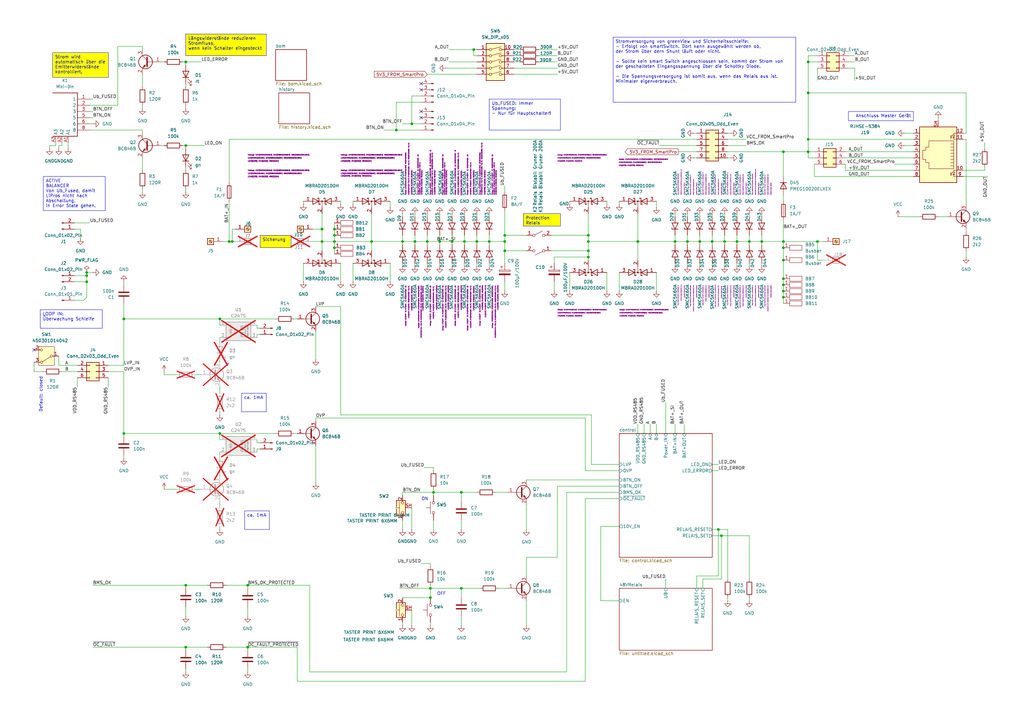
<source format=kicad_sch>
(kicad_sch
	(version 20250114)
	(generator "eeschema")
	(generator_version "9.0")
	(uuid "c138cc6a-756d-4318-83c4-a5413b81ee5f")
	(paper "A3")
	(lib_symbols
		(symbol "Connector:Conn_01x01_Pin"
			(pin_names
				(offset 1.016)
				(hide yes)
			)
			(exclude_from_sim no)
			(in_bom yes)
			(on_board yes)
			(property "Reference" "J"
				(at 0 2.54 0)
				(effects
					(font
						(size 1.27 1.27)
					)
				)
			)
			(property "Value" "Conn_01x01_Pin"
				(at 0 -2.54 0)
				(effects
					(font
						(size 1.27 1.27)
					)
				)
			)
			(property "Footprint" ""
				(at 0 0 0)
				(effects
					(font
						(size 1.27 1.27)
					)
					(hide yes)
				)
			)
			(property "Datasheet" "~"
				(at 0 0 0)
				(effects
					(font
						(size 1.27 1.27)
					)
					(hide yes)
				)
			)
			(property "Description" "Generic connector, single row, 01x01, script generated"
				(at 0 0 0)
				(effects
					(font
						(size 1.27 1.27)
					)
					(hide yes)
				)
			)
			(property "ki_locked" ""
				(at 0 0 0)
				(effects
					(font
						(size 1.27 1.27)
					)
				)
			)
			(property "ki_keywords" "connector"
				(at 0 0 0)
				(effects
					(font
						(size 1.27 1.27)
					)
					(hide yes)
				)
			)
			(property "ki_fp_filters" "Connector*:*_1x??_*"
				(at 0 0 0)
				(effects
					(font
						(size 1.27 1.27)
					)
					(hide yes)
				)
			)
			(symbol "Conn_01x01_Pin_1_1"
				(rectangle
					(start 0.8636 0.127)
					(end 0 -0.127)
					(stroke
						(width 0.1524)
						(type default)
					)
					(fill
						(type outline)
					)
				)
				(polyline
					(pts
						(xy 1.27 0) (xy 0.8636 0)
					)
					(stroke
						(width 0.1524)
						(type default)
					)
					(fill
						(type none)
					)
				)
				(pin passive line
					(at 5.08 0 180)
					(length 3.81)
					(name "Pin_1"
						(effects
							(font
								(size 1.27 1.27)
							)
						)
					)
					(number "1"
						(effects
							(font
								(size 1.27 1.27)
							)
						)
					)
				)
			)
			(embedded_fonts no)
		)
		(symbol "Connector:Conn_01x02_Pin"
			(pin_names
				(offset 1.016)
				(hide yes)
			)
			(exclude_from_sim no)
			(in_bom yes)
			(on_board yes)
			(property "Reference" "J"
				(at 0 2.54 0)
				(effects
					(font
						(size 1.27 1.27)
					)
				)
			)
			(property "Value" "Conn_01x02_Pin"
				(at 0 -5.08 0)
				(effects
					(font
						(size 1.27 1.27)
					)
				)
			)
			(property "Footprint" ""
				(at 0 0 0)
				(effects
					(font
						(size 1.27 1.27)
					)
					(hide yes)
				)
			)
			(property "Datasheet" "~"
				(at 0 0 0)
				(effects
					(font
						(size 1.27 1.27)
					)
					(hide yes)
				)
			)
			(property "Description" "Generic connector, single row, 01x02, script generated"
				(at 0 0 0)
				(effects
					(font
						(size 1.27 1.27)
					)
					(hide yes)
				)
			)
			(property "ki_locked" ""
				(at 0 0 0)
				(effects
					(font
						(size 1.27 1.27)
					)
				)
			)
			(property "ki_keywords" "connector"
				(at 0 0 0)
				(effects
					(font
						(size 1.27 1.27)
					)
					(hide yes)
				)
			)
			(property "ki_fp_filters" "Connector*:*_1x??_*"
				(at 0 0 0)
				(effects
					(font
						(size 1.27 1.27)
					)
					(hide yes)
				)
			)
			(symbol "Conn_01x02_Pin_1_1"
				(rectangle
					(start 0.8636 0.127)
					(end 0 -0.127)
					(stroke
						(width 0.1524)
						(type default)
					)
					(fill
						(type outline)
					)
				)
				(rectangle
					(start 0.8636 -2.413)
					(end 0 -2.667)
					(stroke
						(width 0.1524)
						(type default)
					)
					(fill
						(type outline)
					)
				)
				(polyline
					(pts
						(xy 1.27 0) (xy 0.8636 0)
					)
					(stroke
						(width 0.1524)
						(type default)
					)
					(fill
						(type none)
					)
				)
				(polyline
					(pts
						(xy 1.27 -2.54) (xy 0.8636 -2.54)
					)
					(stroke
						(width 0.1524)
						(type default)
					)
					(fill
						(type none)
					)
				)
				(pin passive line
					(at 5.08 0 180)
					(length 3.81)
					(name "Pin_1"
						(effects
							(font
								(size 1.27 1.27)
							)
						)
					)
					(number "1"
						(effects
							(font
								(size 1.27 1.27)
							)
						)
					)
				)
				(pin passive line
					(at 5.08 -2.54 180)
					(length 3.81)
					(name "Pin_2"
						(effects
							(font
								(size 1.27 1.27)
							)
						)
					)
					(number "2"
						(effects
							(font
								(size 1.27 1.27)
							)
						)
					)
				)
			)
			(embedded_fonts no)
		)
		(symbol "Connector:Conn_01x04_Pin"
			(pin_names
				(offset 1.016)
				(hide yes)
			)
			(exclude_from_sim no)
			(in_bom yes)
			(on_board yes)
			(property "Reference" "J"
				(at 0 5.08 0)
				(effects
					(font
						(size 1.27 1.27)
					)
				)
			)
			(property "Value" "Conn_01x04_Pin"
				(at 0 -7.62 0)
				(effects
					(font
						(size 1.27 1.27)
					)
				)
			)
			(property "Footprint" ""
				(at 0 0 0)
				(effects
					(font
						(size 1.27 1.27)
					)
					(hide yes)
				)
			)
			(property "Datasheet" "~"
				(at 0 0 0)
				(effects
					(font
						(size 1.27 1.27)
					)
					(hide yes)
				)
			)
			(property "Description" "Generic connector, single row, 01x04, script generated"
				(at 0 0 0)
				(effects
					(font
						(size 1.27 1.27)
					)
					(hide yes)
				)
			)
			(property "ki_locked" ""
				(at 0 0 0)
				(effects
					(font
						(size 1.27 1.27)
					)
				)
			)
			(property "ki_keywords" "connector"
				(at 0 0 0)
				(effects
					(font
						(size 1.27 1.27)
					)
					(hide yes)
				)
			)
			(property "ki_fp_filters" "Connector*:*_1x??_*"
				(at 0 0 0)
				(effects
					(font
						(size 1.27 1.27)
					)
					(hide yes)
				)
			)
			(symbol "Conn_01x04_Pin_1_1"
				(rectangle
					(start 0.8636 2.667)
					(end 0 2.413)
					(stroke
						(width 0.1524)
						(type default)
					)
					(fill
						(type outline)
					)
				)
				(rectangle
					(start 0.8636 0.127)
					(end 0 -0.127)
					(stroke
						(width 0.1524)
						(type default)
					)
					(fill
						(type outline)
					)
				)
				(rectangle
					(start 0.8636 -2.413)
					(end 0 -2.667)
					(stroke
						(width 0.1524)
						(type default)
					)
					(fill
						(type outline)
					)
				)
				(rectangle
					(start 0.8636 -4.953)
					(end 0 -5.207)
					(stroke
						(width 0.1524)
						(type default)
					)
					(fill
						(type outline)
					)
				)
				(polyline
					(pts
						(xy 1.27 2.54) (xy 0.8636 2.54)
					)
					(stroke
						(width 0.1524)
						(type default)
					)
					(fill
						(type none)
					)
				)
				(polyline
					(pts
						(xy 1.27 0) (xy 0.8636 0)
					)
					(stroke
						(width 0.1524)
						(type default)
					)
					(fill
						(type none)
					)
				)
				(polyline
					(pts
						(xy 1.27 -2.54) (xy 0.8636 -2.54)
					)
					(stroke
						(width 0.1524)
						(type default)
					)
					(fill
						(type none)
					)
				)
				(polyline
					(pts
						(xy 1.27 -5.08) (xy 0.8636 -5.08)
					)
					(stroke
						(width 0.1524)
						(type default)
					)
					(fill
						(type none)
					)
				)
				(pin passive line
					(at 5.08 2.54 180)
					(length 3.81)
					(name "Pin_1"
						(effects
							(font
								(size 1.27 1.27)
							)
						)
					)
					(number "1"
						(effects
							(font
								(size 1.27 1.27)
							)
						)
					)
				)
				(pin passive line
					(at 5.08 0 180)
					(length 3.81)
					(name "Pin_2"
						(effects
							(font
								(size 1.27 1.27)
							)
						)
					)
					(number "2"
						(effects
							(font
								(size 1.27 1.27)
							)
						)
					)
				)
				(pin passive line
					(at 5.08 -2.54 180)
					(length 3.81)
					(name "Pin_3"
						(effects
							(font
								(size 1.27 1.27)
							)
						)
					)
					(number "3"
						(effects
							(font
								(size 1.27 1.27)
							)
						)
					)
				)
				(pin passive line
					(at 5.08 -5.08 180)
					(length 3.81)
					(name "Pin_4"
						(effects
							(font
								(size 1.27 1.27)
							)
						)
					)
					(number "4"
						(effects
							(font
								(size 1.27 1.27)
							)
						)
					)
				)
			)
			(embedded_fonts no)
		)
		(symbol "Connector:RJ45_LED_Shielded"
			(pin_names
				(offset 1.016)
			)
			(exclude_from_sim no)
			(in_bom yes)
			(on_board yes)
			(property "Reference" "J"
				(at -5.08 13.97 0)
				(effects
					(font
						(size 1.27 1.27)
					)
					(justify right)
				)
			)
			(property "Value" "RJ45_LED_Shielded"
				(at 1.27 13.97 0)
				(effects
					(font
						(size 1.27 1.27)
					)
					(justify left)
				)
			)
			(property "Footprint" ""
				(at 0 0.635 90)
				(effects
					(font
						(size 1.27 1.27)
					)
					(hide yes)
				)
			)
			(property "Datasheet" "~"
				(at 0 0.635 90)
				(effects
					(font
						(size 1.27 1.27)
					)
					(hide yes)
				)
			)
			(property "Description" "RJ connector, 8P8C (8 positions 8 connected), two LEDs, Shielded"
				(at 0 0 0)
				(effects
					(font
						(size 1.27 1.27)
					)
					(hide yes)
				)
			)
			(property "ki_keywords" "8P8C RJ socket jack connector led"
				(at 0 0 0)
				(effects
					(font
						(size 1.27 1.27)
					)
					(hide yes)
				)
			)
			(property "ki_fp_filters" "8P8C* RJ45*"
				(at 0 0 0)
				(effects
					(font
						(size 1.27 1.27)
					)
					(hide yes)
				)
			)
			(symbol "RJ45_LED_Shielded_0_1"
				(polyline
					(pts
						(xy -7.62 10.16) (xy -6.35 10.16)
					)
					(stroke
						(width 0)
						(type default)
					)
					(fill
						(type none)
					)
				)
				(polyline
					(pts
						(xy -7.62 7.62) (xy -6.35 7.62)
					)
					(stroke
						(width 0)
						(type default)
					)
					(fill
						(type none)
					)
				)
				(polyline
					(pts
						(xy -7.62 -5.08) (xy -6.35 -5.08)
					)
					(stroke
						(width 0)
						(type default)
					)
					(fill
						(type none)
					)
				)
				(polyline
					(pts
						(xy -7.62 -7.62) (xy -6.35 -7.62)
					)
					(stroke
						(width 0)
						(type default)
					)
					(fill
						(type none)
					)
				)
				(polyline
					(pts
						(xy -6.858 9.398) (xy -5.842 9.398)
					)
					(stroke
						(width 0)
						(type default)
					)
					(fill
						(type none)
					)
				)
				(polyline
					(pts
						(xy -6.858 -5.842) (xy -5.842 -5.842)
					)
					(stroke
						(width 0)
						(type default)
					)
					(fill
						(type none)
					)
				)
				(polyline
					(pts
						(xy -6.35 10.16) (xy -6.35 9.398)
					)
					(stroke
						(width 0)
						(type default)
					)
					(fill
						(type none)
					)
				)
				(polyline
					(pts
						(xy -6.35 9.398) (xy -6.858 8.382) (xy -5.842 8.382) (xy -6.35 9.398)
					)
					(stroke
						(width 0)
						(type default)
					)
					(fill
						(type none)
					)
				)
				(polyline
					(pts
						(xy -6.35 7.62) (xy -6.35 8.382)
					)
					(stroke
						(width 0)
						(type default)
					)
					(fill
						(type none)
					)
				)
				(polyline
					(pts
						(xy -6.35 1.905) (xy -5.08 1.905) (xy -5.08 1.905)
					)
					(stroke
						(width 0)
						(type default)
					)
					(fill
						(type none)
					)
				)
				(polyline
					(pts
						(xy -6.35 0.635) (xy -5.08 0.635) (xy -5.08 0.635)
					)
					(stroke
						(width 0)
						(type default)
					)
					(fill
						(type none)
					)
				)
				(polyline
					(pts
						(xy -6.35 -0.635) (xy -5.08 -0.635) (xy -5.08 -0.635)
					)
					(stroke
						(width 0)
						(type default)
					)
					(fill
						(type none)
					)
				)
				(polyline
					(pts
						(xy -6.35 -1.905) (xy -5.08 -1.905) (xy -5.08 -1.905)
					)
					(stroke
						(width 0)
						(type default)
					)
					(fill
						(type none)
					)
				)
				(polyline
					(pts
						(xy -6.35 -3.175) (xy -5.08 -3.175) (xy -5.08 -3.175)
					)
					(stroke
						(width 0)
						(type default)
					)
					(fill
						(type none)
					)
				)
				(polyline
					(pts
						(xy -6.35 -4.445) (xy -6.35 6.985) (xy 3.81 6.985) (xy 3.81 4.445) (xy 5.08 4.445) (xy 5.08 3.175)
						(xy 6.35 3.175) (xy 6.35 -0.635) (xy 5.08 -0.635) (xy 5.08 -1.905) (xy 3.81 -1.905) (xy 3.81 -4.445)
						(xy -6.35 -4.445) (xy -6.35 -4.445)
					)
					(stroke
						(width 0)
						(type default)
					)
					(fill
						(type none)
					)
				)
				(polyline
					(pts
						(xy -6.35 -5.08) (xy -6.35 -5.842)
					)
					(stroke
						(width 0)
						(type default)
					)
					(fill
						(type none)
					)
				)
				(polyline
					(pts
						(xy -6.35 -5.842) (xy -6.858 -6.858) (xy -5.842 -6.858) (xy -6.35 -5.842)
					)
					(stroke
						(width 0)
						(type default)
					)
					(fill
						(type none)
					)
				)
				(polyline
					(pts
						(xy -6.35 -7.62) (xy -6.35 -6.858)
					)
					(stroke
						(width 0)
						(type default)
					)
					(fill
						(type none)
					)
				)
				(polyline
					(pts
						(xy -5.588 9.144) (xy -5.08 9.652) (xy -5.461 9.525)
					)
					(stroke
						(width 0)
						(type default)
					)
					(fill
						(type none)
					)
				)
				(polyline
					(pts
						(xy -5.588 8.509) (xy -5.08 9.017) (xy -5.461 8.89)
					)
					(stroke
						(width 0)
						(type default)
					)
					(fill
						(type none)
					)
				)
				(polyline
					(pts
						(xy -5.588 -6.096) (xy -5.08 -5.588) (xy -5.461 -5.715)
					)
					(stroke
						(width 0)
						(type default)
					)
					(fill
						(type none)
					)
				)
				(polyline
					(pts
						(xy -5.588 -6.731) (xy -5.08 -6.223) (xy -5.461 -6.35)
					)
					(stroke
						(width 0)
						(type default)
					)
					(fill
						(type none)
					)
				)
				(polyline
					(pts
						(xy -5.08 9.652) (xy -5.207 9.271)
					)
					(stroke
						(width 0)
						(type default)
					)
					(fill
						(type none)
					)
				)
				(polyline
					(pts
						(xy -5.08 9.017) (xy -5.207 8.636)
					)
					(stroke
						(width 0)
						(type default)
					)
					(fill
						(type none)
					)
				)
				(polyline
					(pts
						(xy -5.08 5.715) (xy -6.35 5.715)
					)
					(stroke
						(width 0)
						(type default)
					)
					(fill
						(type none)
					)
				)
				(polyline
					(pts
						(xy -5.08 4.445) (xy -6.35 4.445)
					)
					(stroke
						(width 0)
						(type default)
					)
					(fill
						(type none)
					)
				)
				(polyline
					(pts
						(xy -5.08 3.175) (xy -6.35 3.175) (xy -6.35 3.175)
					)
					(stroke
						(width 0)
						(type default)
					)
					(fill
						(type none)
					)
				)
				(polyline
					(pts
						(xy -5.08 -5.588) (xy -5.207 -5.969)
					)
					(stroke
						(width 0)
						(type default)
					)
					(fill
						(type none)
					)
				)
				(polyline
					(pts
						(xy -5.08 -6.223) (xy -5.207 -6.604)
					)
					(stroke
						(width 0)
						(type default)
					)
					(fill
						(type none)
					)
				)
				(rectangle
					(start 7.62 12.7)
					(end -7.62 -10.16)
					(stroke
						(width 0.254)
						(type default)
					)
					(fill
						(type background)
					)
				)
			)
			(symbol "RJ45_LED_Shielded_1_1"
				(pin passive line
					(at -10.16 10.16 0)
					(length 2.54)
					(name "~"
						(effects
							(font
								(size 1.27 1.27)
							)
						)
					)
					(number "9"
						(effects
							(font
								(size 1.27 1.27)
							)
						)
					)
				)
				(pin passive line
					(at -10.16 7.62 0)
					(length 2.54)
					(name "~"
						(effects
							(font
								(size 1.27 1.27)
							)
						)
					)
					(number "10"
						(effects
							(font
								(size 1.27 1.27)
							)
						)
					)
				)
				(pin passive line
					(at -10.16 -5.08 0)
					(length 2.54)
					(name "~"
						(effects
							(font
								(size 1.27 1.27)
							)
						)
					)
					(number "11"
						(effects
							(font
								(size 1.27 1.27)
							)
						)
					)
				)
				(pin passive line
					(at -10.16 -7.62 0)
					(length 2.54)
					(name "~"
						(effects
							(font
								(size 1.27 1.27)
							)
						)
					)
					(number "12"
						(effects
							(font
								(size 1.27 1.27)
							)
						)
					)
				)
				(pin passive line
					(at 0 -12.7 90)
					(length 2.54)
					(name "~"
						(effects
							(font
								(size 1.27 1.27)
							)
						)
					)
					(number "SH"
						(effects
							(font
								(size 1.27 1.27)
							)
						)
					)
				)
				(pin passive line
					(at 10.16 10.16 180)
					(length 2.54)
					(name "~"
						(effects
							(font
								(size 1.27 1.27)
							)
						)
					)
					(number "8"
						(effects
							(font
								(size 1.27 1.27)
							)
						)
					)
				)
				(pin passive line
					(at 10.16 7.62 180)
					(length 2.54)
					(name "~"
						(effects
							(font
								(size 1.27 1.27)
							)
						)
					)
					(number "7"
						(effects
							(font
								(size 1.27 1.27)
							)
						)
					)
				)
				(pin passive line
					(at 10.16 5.08 180)
					(length 2.54)
					(name "~"
						(effects
							(font
								(size 1.27 1.27)
							)
						)
					)
					(number "6"
						(effects
							(font
								(size 1.27 1.27)
							)
						)
					)
				)
				(pin passive line
					(at 10.16 2.54 180)
					(length 2.54)
					(name "~"
						(effects
							(font
								(size 1.27 1.27)
							)
						)
					)
					(number "5"
						(effects
							(font
								(size 1.27 1.27)
							)
						)
					)
				)
				(pin passive line
					(at 10.16 0 180)
					(length 2.54)
					(name "~"
						(effects
							(font
								(size 1.27 1.27)
							)
						)
					)
					(number "4"
						(effects
							(font
								(size 1.27 1.27)
							)
						)
					)
				)
				(pin passive line
					(at 10.16 -2.54 180)
					(length 2.54)
					(name "~"
						(effects
							(font
								(size 1.27 1.27)
							)
						)
					)
					(number "3"
						(effects
							(font
								(size 1.27 1.27)
							)
						)
					)
				)
				(pin passive line
					(at 10.16 -5.08 180)
					(length 2.54)
					(name "~"
						(effects
							(font
								(size 1.27 1.27)
							)
						)
					)
					(number "2"
						(effects
							(font
								(size 1.27 1.27)
							)
						)
					)
				)
				(pin passive line
					(at 10.16 -7.62 180)
					(length 2.54)
					(name "~"
						(effects
							(font
								(size 1.27 1.27)
							)
						)
					)
					(number "1"
						(effects
							(font
								(size 1.27 1.27)
							)
						)
					)
				)
			)
			(embedded_fonts no)
		)
		(symbol "Connector:Screw_Terminal_01x01"
			(pin_names
				(offset 1.016)
				(hide yes)
			)
			(exclude_from_sim no)
			(in_bom yes)
			(on_board yes)
			(property "Reference" "J"
				(at 0 2.54 0)
				(effects
					(font
						(size 1.27 1.27)
					)
				)
			)
			(property "Value" "Screw_Terminal_01x01"
				(at 0 -2.54 0)
				(effects
					(font
						(size 1.27 1.27)
					)
				)
			)
			(property "Footprint" ""
				(at 0 0 0)
				(effects
					(font
						(size 1.27 1.27)
					)
					(hide yes)
				)
			)
			(property "Datasheet" "~"
				(at 0 0 0)
				(effects
					(font
						(size 1.27 1.27)
					)
					(hide yes)
				)
			)
			(property "Description" "Generic screw terminal, single row, 01x01, script generated (kicad-library-utils/schlib/autogen/connector/)"
				(at 0 0 0)
				(effects
					(font
						(size 1.27 1.27)
					)
					(hide yes)
				)
			)
			(property "ki_keywords" "screw terminal"
				(at 0 0 0)
				(effects
					(font
						(size 1.27 1.27)
					)
					(hide yes)
				)
			)
			(property "ki_fp_filters" "TerminalBlock*:*"
				(at 0 0 0)
				(effects
					(font
						(size 1.27 1.27)
					)
					(hide yes)
				)
			)
			(symbol "Screw_Terminal_01x01_1_1"
				(rectangle
					(start -1.27 1.27)
					(end 1.27 -1.27)
					(stroke
						(width 0.254)
						(type default)
					)
					(fill
						(type background)
					)
				)
				(polyline
					(pts
						(xy -0.5334 0.3302) (xy 0.3302 -0.508)
					)
					(stroke
						(width 0.1524)
						(type default)
					)
					(fill
						(type none)
					)
				)
				(polyline
					(pts
						(xy -0.3556 0.508) (xy 0.508 -0.3302)
					)
					(stroke
						(width 0.1524)
						(type default)
					)
					(fill
						(type none)
					)
				)
				(circle
					(center 0 0)
					(radius 0.635)
					(stroke
						(width 0.1524)
						(type default)
					)
					(fill
						(type none)
					)
				)
				(pin passive line
					(at -5.08 0 0)
					(length 3.81)
					(name "Pin_1"
						(effects
							(font
								(size 1.27 1.27)
							)
						)
					)
					(number "1"
						(effects
							(font
								(size 1.27 1.27)
							)
						)
					)
				)
			)
			(embedded_fonts no)
		)
		(symbol "Connector_Generic:Conn_02x03_Odd_Even"
			(pin_names
				(offset 1.016)
				(hide yes)
			)
			(exclude_from_sim no)
			(in_bom yes)
			(on_board yes)
			(property "Reference" "J"
				(at 1.27 5.08 0)
				(effects
					(font
						(size 1.27 1.27)
					)
				)
			)
			(property "Value" "Conn_02x03_Odd_Even"
				(at 1.27 -5.08 0)
				(effects
					(font
						(size 1.27 1.27)
					)
				)
			)
			(property "Footprint" ""
				(at 0 0 0)
				(effects
					(font
						(size 1.27 1.27)
					)
					(hide yes)
				)
			)
			(property "Datasheet" "~"
				(at 0 0 0)
				(effects
					(font
						(size 1.27 1.27)
					)
					(hide yes)
				)
			)
			(property "Description" "Generic connector, double row, 02x03, odd/even pin numbering scheme (row 1 odd numbers, row 2 even numbers), script generated (kicad-library-utils/schlib/autogen/connector/)"
				(at 0 0 0)
				(effects
					(font
						(size 1.27 1.27)
					)
					(hide yes)
				)
			)
			(property "ki_keywords" "connector"
				(at 0 0 0)
				(effects
					(font
						(size 1.27 1.27)
					)
					(hide yes)
				)
			)
			(property "ki_fp_filters" "Connector*:*_2x??_*"
				(at 0 0 0)
				(effects
					(font
						(size 1.27 1.27)
					)
					(hide yes)
				)
			)
			(symbol "Conn_02x03_Odd_Even_1_1"
				(rectangle
					(start -1.27 3.81)
					(end 3.81 -3.81)
					(stroke
						(width 0.254)
						(type default)
					)
					(fill
						(type background)
					)
				)
				(rectangle
					(start -1.27 2.667)
					(end 0 2.413)
					(stroke
						(width 0.1524)
						(type default)
					)
					(fill
						(type none)
					)
				)
				(rectangle
					(start -1.27 0.127)
					(end 0 -0.127)
					(stroke
						(width 0.1524)
						(type default)
					)
					(fill
						(type none)
					)
				)
				(rectangle
					(start -1.27 -2.413)
					(end 0 -2.667)
					(stroke
						(width 0.1524)
						(type default)
					)
					(fill
						(type none)
					)
				)
				(rectangle
					(start 3.81 2.667)
					(end 2.54 2.413)
					(stroke
						(width 0.1524)
						(type default)
					)
					(fill
						(type none)
					)
				)
				(rectangle
					(start 3.81 0.127)
					(end 2.54 -0.127)
					(stroke
						(width 0.1524)
						(type default)
					)
					(fill
						(type none)
					)
				)
				(rectangle
					(start 3.81 -2.413)
					(end 2.54 -2.667)
					(stroke
						(width 0.1524)
						(type default)
					)
					(fill
						(type none)
					)
				)
				(pin passive line
					(at -5.08 2.54 0)
					(length 3.81)
					(name "Pin_1"
						(effects
							(font
								(size 1.27 1.27)
							)
						)
					)
					(number "1"
						(effects
							(font
								(size 1.27 1.27)
							)
						)
					)
				)
				(pin passive line
					(at -5.08 0 0)
					(length 3.81)
					(name "Pin_3"
						(effects
							(font
								(size 1.27 1.27)
							)
						)
					)
					(number "3"
						(effects
							(font
								(size 1.27 1.27)
							)
						)
					)
				)
				(pin passive line
					(at -5.08 -2.54 0)
					(length 3.81)
					(name "Pin_5"
						(effects
							(font
								(size 1.27 1.27)
							)
						)
					)
					(number "5"
						(effects
							(font
								(size 1.27 1.27)
							)
						)
					)
				)
				(pin passive line
					(at 7.62 2.54 180)
					(length 3.81)
					(name "Pin_2"
						(effects
							(font
								(size 1.27 1.27)
							)
						)
					)
					(number "2"
						(effects
							(font
								(size 1.27 1.27)
							)
						)
					)
				)
				(pin passive line
					(at 7.62 0 180)
					(length 3.81)
					(name "Pin_4"
						(effects
							(font
								(size 1.27 1.27)
							)
						)
					)
					(number "4"
						(effects
							(font
								(size 1.27 1.27)
							)
						)
					)
				)
				(pin passive line
					(at 7.62 -2.54 180)
					(length 3.81)
					(name "Pin_6"
						(effects
							(font
								(size 1.27 1.27)
							)
						)
					)
					(number "6"
						(effects
							(font
								(size 1.27 1.27)
							)
						)
					)
				)
			)
			(embedded_fonts no)
		)
		(symbol "Connector_Generic:Conn_02x05_Odd_Even"
			(pin_names
				(offset 1.016)
				(hide yes)
			)
			(exclude_from_sim no)
			(in_bom yes)
			(on_board yes)
			(property "Reference" "J"
				(at 1.27 7.62 0)
				(effects
					(font
						(size 1.27 1.27)
					)
				)
			)
			(property "Value" "Conn_02x05_Odd_Even"
				(at 1.27 -7.62 0)
				(effects
					(font
						(size 1.27 1.27)
					)
				)
			)
			(property "Footprint" ""
				(at 0 0 0)
				(effects
					(font
						(size 1.27 1.27)
					)
					(hide yes)
				)
			)
			(property "Datasheet" "~"
				(at 0 0 0)
				(effects
					(font
						(size 1.27 1.27)
					)
					(hide yes)
				)
			)
			(property "Description" "Generic connector, double row, 02x05, odd/even pin numbering scheme (row 1 odd numbers, row 2 even numbers), script generated (kicad-library-utils/schlib/autogen/connector/)"
				(at 0 0 0)
				(effects
					(font
						(size 1.27 1.27)
					)
					(hide yes)
				)
			)
			(property "ki_keywords" "connector"
				(at 0 0 0)
				(effects
					(font
						(size 1.27 1.27)
					)
					(hide yes)
				)
			)
			(property "ki_fp_filters" "Connector*:*_2x??_*"
				(at 0 0 0)
				(effects
					(font
						(size 1.27 1.27)
					)
					(hide yes)
				)
			)
			(symbol "Conn_02x05_Odd_Even_1_1"
				(rectangle
					(start -1.27 6.35)
					(end 3.81 -6.35)
					(stroke
						(width 0.254)
						(type default)
					)
					(fill
						(type background)
					)
				)
				(rectangle
					(start -1.27 5.207)
					(end 0 4.953)
					(stroke
						(width 0.1524)
						(type default)
					)
					(fill
						(type none)
					)
				)
				(rectangle
					(start -1.27 2.667)
					(end 0 2.413)
					(stroke
						(width 0.1524)
						(type default)
					)
					(fill
						(type none)
					)
				)
				(rectangle
					(start -1.27 0.127)
					(end 0 -0.127)
					(stroke
						(width 0.1524)
						(type default)
					)
					(fill
						(type none)
					)
				)
				(rectangle
					(start -1.27 -2.413)
					(end 0 -2.667)
					(stroke
						(width 0.1524)
						(type default)
					)
					(fill
						(type none)
					)
				)
				(rectangle
					(start -1.27 -4.953)
					(end 0 -5.207)
					(stroke
						(width 0.1524)
						(type default)
					)
					(fill
						(type none)
					)
				)
				(rectangle
					(start 3.81 5.207)
					(end 2.54 4.953)
					(stroke
						(width 0.1524)
						(type default)
					)
					(fill
						(type none)
					)
				)
				(rectangle
					(start 3.81 2.667)
					(end 2.54 2.413)
					(stroke
						(width 0.1524)
						(type default)
					)
					(fill
						(type none)
					)
				)
				(rectangle
					(start 3.81 0.127)
					(end 2.54 -0.127)
					(stroke
						(width 0.1524)
						(type default)
					)
					(fill
						(type none)
					)
				)
				(rectangle
					(start 3.81 -2.413)
					(end 2.54 -2.667)
					(stroke
						(width 0.1524)
						(type default)
					)
					(fill
						(type none)
					)
				)
				(rectangle
					(start 3.81 -4.953)
					(end 2.54 -5.207)
					(stroke
						(width 0.1524)
						(type default)
					)
					(fill
						(type none)
					)
				)
				(pin passive line
					(at -5.08 5.08 0)
					(length 3.81)
					(name "Pin_1"
						(effects
							(font
								(size 1.27 1.27)
							)
						)
					)
					(number "1"
						(effects
							(font
								(size 1.27 1.27)
							)
						)
					)
				)
				(pin passive line
					(at -5.08 2.54 0)
					(length 3.81)
					(name "Pin_3"
						(effects
							(font
								(size 1.27 1.27)
							)
						)
					)
					(number "3"
						(effects
							(font
								(size 1.27 1.27)
							)
						)
					)
				)
				(pin passive line
					(at -5.08 0 0)
					(length 3.81)
					(name "Pin_5"
						(effects
							(font
								(size 1.27 1.27)
							)
						)
					)
					(number "5"
						(effects
							(font
								(size 1.27 1.27)
							)
						)
					)
				)
				(pin passive line
					(at -5.08 -2.54 0)
					(length 3.81)
					(name "Pin_7"
						(effects
							(font
								(size 1.27 1.27)
							)
						)
					)
					(number "7"
						(effects
							(font
								(size 1.27 1.27)
							)
						)
					)
				)
				(pin passive line
					(at -5.08 -5.08 0)
					(length 3.81)
					(name "Pin_9"
						(effects
							(font
								(size 1.27 1.27)
							)
						)
					)
					(number "9"
						(effects
							(font
								(size 1.27 1.27)
							)
						)
					)
				)
				(pin passive line
					(at 7.62 5.08 180)
					(length 3.81)
					(name "Pin_2"
						(effects
							(font
								(size 1.27 1.27)
							)
						)
					)
					(number "2"
						(effects
							(font
								(size 1.27 1.27)
							)
						)
					)
				)
				(pin passive line
					(at 7.62 2.54 180)
					(length 3.81)
					(name "Pin_4"
						(effects
							(font
								(size 1.27 1.27)
							)
						)
					)
					(number "4"
						(effects
							(font
								(size 1.27 1.27)
							)
						)
					)
				)
				(pin passive line
					(at 7.62 0 180)
					(length 3.81)
					(name "Pin_6"
						(effects
							(font
								(size 1.27 1.27)
							)
						)
					)
					(number "6"
						(effects
							(font
								(size 1.27 1.27)
							)
						)
					)
				)
				(pin passive line
					(at 7.62 -2.54 180)
					(length 3.81)
					(name "Pin_8"
						(effects
							(font
								(size 1.27 1.27)
							)
						)
					)
					(number "8"
						(effects
							(font
								(size 1.27 1.27)
							)
						)
					)
				)
				(pin passive line
					(at 7.62 -5.08 180)
					(length 3.81)
					(name "Pin_10"
						(effects
							(font
								(size 1.27 1.27)
							)
						)
					)
					(number "10"
						(effects
							(font
								(size 1.27 1.27)
							)
						)
					)
				)
			)
			(embedded_fonts no)
		)
		(symbol "Device:C"
			(pin_numbers
				(hide yes)
			)
			(pin_names
				(offset 0.254)
			)
			(exclude_from_sim no)
			(in_bom yes)
			(on_board yes)
			(property "Reference" "C"
				(at 0.635 2.54 0)
				(effects
					(font
						(size 1.27 1.27)
					)
					(justify left)
				)
			)
			(property "Value" "C"
				(at 0.635 -2.54 0)
				(effects
					(font
						(size 1.27 1.27)
					)
					(justify left)
				)
			)
			(property "Footprint" ""
				(at 0.9652 -3.81 0)
				(effects
					(font
						(size 1.27 1.27)
					)
					(hide yes)
				)
			)
			(property "Datasheet" "~"
				(at 0 0 0)
				(effects
					(font
						(size 1.27 1.27)
					)
					(hide yes)
				)
			)
			(property "Description" "Unpolarized capacitor"
				(at 0 0 0)
				(effects
					(font
						(size 1.27 1.27)
					)
					(hide yes)
				)
			)
			(property "ki_keywords" "cap capacitor"
				(at 0 0 0)
				(effects
					(font
						(size 1.27 1.27)
					)
					(hide yes)
				)
			)
			(property "ki_fp_filters" "C_*"
				(at 0 0 0)
				(effects
					(font
						(size 1.27 1.27)
					)
					(hide yes)
				)
			)
			(symbol "C_0_1"
				(polyline
					(pts
						(xy -2.032 0.762) (xy 2.032 0.762)
					)
					(stroke
						(width 0.508)
						(type default)
					)
					(fill
						(type none)
					)
				)
				(polyline
					(pts
						(xy -2.032 -0.762) (xy 2.032 -0.762)
					)
					(stroke
						(width 0.508)
						(type default)
					)
					(fill
						(type none)
					)
				)
			)
			(symbol "C_1_1"
				(pin passive line
					(at 0 3.81 270)
					(length 2.794)
					(name "~"
						(effects
							(font
								(size 1.27 1.27)
							)
						)
					)
					(number "1"
						(effects
							(font
								(size 1.27 1.27)
							)
						)
					)
				)
				(pin passive line
					(at 0 -3.81 90)
					(length 2.794)
					(name "~"
						(effects
							(font
								(size 1.27 1.27)
							)
						)
					)
					(number "2"
						(effects
							(font
								(size 1.27 1.27)
							)
						)
					)
				)
			)
			(embedded_fonts no)
		)
		(symbol "Device:C_Polarized"
			(pin_numbers
				(hide yes)
			)
			(pin_names
				(offset 0.254)
			)
			(exclude_from_sim no)
			(in_bom yes)
			(on_board yes)
			(property "Reference" "C"
				(at 0.635 2.54 0)
				(effects
					(font
						(size 1.27 1.27)
					)
					(justify left)
				)
			)
			(property "Value" "C_Polarized"
				(at 0.635 -2.54 0)
				(effects
					(font
						(size 1.27 1.27)
					)
					(justify left)
				)
			)
			(property "Footprint" ""
				(at 0.9652 -3.81 0)
				(effects
					(font
						(size 1.27 1.27)
					)
					(hide yes)
				)
			)
			(property "Datasheet" "~"
				(at 0 0 0)
				(effects
					(font
						(size 1.27 1.27)
					)
					(hide yes)
				)
			)
			(property "Description" "Polarized capacitor"
				(at 0 0 0)
				(effects
					(font
						(size 1.27 1.27)
					)
					(hide yes)
				)
			)
			(property "ki_keywords" "cap capacitor"
				(at 0 0 0)
				(effects
					(font
						(size 1.27 1.27)
					)
					(hide yes)
				)
			)
			(property "ki_fp_filters" "CP_*"
				(at 0 0 0)
				(effects
					(font
						(size 1.27 1.27)
					)
					(hide yes)
				)
			)
			(symbol "C_Polarized_0_1"
				(rectangle
					(start -2.286 0.508)
					(end 2.286 1.016)
					(stroke
						(width 0)
						(type default)
					)
					(fill
						(type none)
					)
				)
				(polyline
					(pts
						(xy -1.778 2.286) (xy -0.762 2.286)
					)
					(stroke
						(width 0)
						(type default)
					)
					(fill
						(type none)
					)
				)
				(polyline
					(pts
						(xy -1.27 2.794) (xy -1.27 1.778)
					)
					(stroke
						(width 0)
						(type default)
					)
					(fill
						(type none)
					)
				)
				(rectangle
					(start 2.286 -0.508)
					(end -2.286 -1.016)
					(stroke
						(width 0)
						(type default)
					)
					(fill
						(type outline)
					)
				)
			)
			(symbol "C_Polarized_1_1"
				(pin passive line
					(at 0 3.81 270)
					(length 2.794)
					(name "~"
						(effects
							(font
								(size 1.27 1.27)
							)
						)
					)
					(number "1"
						(effects
							(font
								(size 1.27 1.27)
							)
						)
					)
				)
				(pin passive line
					(at 0 -3.81 90)
					(length 2.794)
					(name "~"
						(effects
							(font
								(size 1.27 1.27)
							)
						)
					)
					(number "2"
						(effects
							(font
								(size 1.27 1.27)
							)
						)
					)
				)
			)
			(embedded_fonts no)
		)
		(symbol "Device:D"
			(pin_numbers
				(hide yes)
			)
			(pin_names
				(offset 1.016)
				(hide yes)
			)
			(exclude_from_sim no)
			(in_bom yes)
			(on_board yes)
			(property "Reference" "D"
				(at 0 2.54 0)
				(effects
					(font
						(size 1.27 1.27)
					)
				)
			)
			(property "Value" "D"
				(at 0 -2.54 0)
				(effects
					(font
						(size 1.27 1.27)
					)
				)
			)
			(property "Footprint" ""
				(at 0 0 0)
				(effects
					(font
						(size 1.27 1.27)
					)
					(hide yes)
				)
			)
			(property "Datasheet" "~"
				(at 0 0 0)
				(effects
					(font
						(size 1.27 1.27)
					)
					(hide yes)
				)
			)
			(property "Description" "Diode"
				(at 0 0 0)
				(effects
					(font
						(size 1.27 1.27)
					)
					(hide yes)
				)
			)
			(property "Sim.Device" "D"
				(at 0 0 0)
				(effects
					(font
						(size 1.27 1.27)
					)
					(hide yes)
				)
			)
			(property "Sim.Pins" "1=K 2=A"
				(at 0 0 0)
				(effects
					(font
						(size 1.27 1.27)
					)
					(hide yes)
				)
			)
			(property "ki_keywords" "diode"
				(at 0 0 0)
				(effects
					(font
						(size 1.27 1.27)
					)
					(hide yes)
				)
			)
			(property "ki_fp_filters" "TO-???* *_Diode_* *SingleDiode* D_*"
				(at 0 0 0)
				(effects
					(font
						(size 1.27 1.27)
					)
					(hide yes)
				)
			)
			(symbol "D_0_1"
				(polyline
					(pts
						(xy -1.27 1.27) (xy -1.27 -1.27)
					)
					(stroke
						(width 0.254)
						(type default)
					)
					(fill
						(type none)
					)
				)
				(polyline
					(pts
						(xy 1.27 1.27) (xy 1.27 -1.27) (xy -1.27 0) (xy 1.27 1.27)
					)
					(stroke
						(width 0.254)
						(type default)
					)
					(fill
						(type none)
					)
				)
				(polyline
					(pts
						(xy 1.27 0) (xy -1.27 0)
					)
					(stroke
						(width 0)
						(type default)
					)
					(fill
						(type none)
					)
				)
			)
			(symbol "D_1_1"
				(pin passive line
					(at -3.81 0 0)
					(length 2.54)
					(name "K"
						(effects
							(font
								(size 1.27 1.27)
							)
						)
					)
					(number "1"
						(effects
							(font
								(size 1.27 1.27)
							)
						)
					)
				)
				(pin passive line
					(at 3.81 0 180)
					(length 2.54)
					(name "A"
						(effects
							(font
								(size 1.27 1.27)
							)
						)
					)
					(number "2"
						(effects
							(font
								(size 1.27 1.27)
							)
						)
					)
				)
			)
			(embedded_fonts no)
		)
		(symbol "Device:D_Schottky_Dual_CommonCathode_AKA"
			(pin_names
				(offset 0.762)
				(hide yes)
			)
			(exclude_from_sim no)
			(in_bom yes)
			(on_board yes)
			(property "Reference" "D"
				(at 1.27 -2.54 0)
				(effects
					(font
						(size 1.27 1.27)
					)
				)
			)
			(property "Value" "D_Schottky_Dual_CommonCathode_AKA"
				(at 0 2.54 0)
				(effects
					(font
						(size 1.27 1.27)
					)
				)
			)
			(property "Footprint" ""
				(at 0 0 0)
				(effects
					(font
						(size 1.27 1.27)
					)
					(hide yes)
				)
			)
			(property "Datasheet" "~"
				(at 0 0 0)
				(effects
					(font
						(size 1.27 1.27)
					)
					(hide yes)
				)
			)
			(property "Description" "Dual Schottky diode, common cathode on pin 2"
				(at 0 0 0)
				(effects
					(font
						(size 1.27 1.27)
					)
					(hide yes)
				)
			)
			(property "ki_keywords" "diode"
				(at 0 0 0)
				(effects
					(font
						(size 1.27 1.27)
					)
					(hide yes)
				)
			)
			(symbol "D_Schottky_Dual_CommonCathode_AKA_0_1"
				(polyline
					(pts
						(xy -3.81 1.27) (xy -1.27 0) (xy -3.81 -1.27) (xy -3.81 1.27) (xy -3.81 1.27) (xy -3.81 1.27)
					)
					(stroke
						(width 0.254)
						(type default)
					)
					(fill
						(type none)
					)
				)
				(polyline
					(pts
						(xy -1.778 1.016) (xy -1.778 1.27) (xy -1.27 1.27) (xy -1.27 1.27) (xy -1.27 1.27)
					)
					(stroke
						(width 0.254)
						(type default)
					)
					(fill
						(type none)
					)
				)
				(polyline
					(pts
						(xy -1.27 -1.27) (xy -1.27 1.27) (xy -1.27 1.27)
					)
					(stroke
						(width 0.254)
						(type default)
					)
					(fill
						(type none)
					)
				)
				(polyline
					(pts
						(xy -1.27 -1.27) (xy -0.762 -1.27) (xy -0.762 -1.016) (xy -0.762 -1.016)
					)
					(stroke
						(width 0.254)
						(type default)
					)
					(fill
						(type none)
					)
				)
				(polyline
					(pts
						(xy 0 0) (xy 0 -2.54)
					)
					(stroke
						(width 0)
						(type default)
					)
					(fill
						(type none)
					)
				)
				(circle
					(center 0 0)
					(radius 0.254)
					(stroke
						(width 0)
						(type default)
					)
					(fill
						(type outline)
					)
				)
				(polyline
					(pts
						(xy 1.27 1.27) (xy 0.762 1.27) (xy 0.762 1.016) (xy 0.762 1.016)
					)
					(stroke
						(width 0.254)
						(type default)
					)
					(fill
						(type none)
					)
				)
				(polyline
					(pts
						(xy 1.27 -1.27) (xy 1.27 1.27) (xy 1.27 1.27)
					)
					(stroke
						(width 0.254)
						(type default)
					)
					(fill
						(type none)
					)
				)
				(polyline
					(pts
						(xy 1.27 -1.27) (xy 1.778 -1.27) (xy 1.778 -1.016) (xy 1.778 -1.016)
					)
					(stroke
						(width 0.254)
						(type default)
					)
					(fill
						(type none)
					)
				)
				(polyline
					(pts
						(xy 3.81 0) (xy -3.81 0)
					)
					(stroke
						(width 0)
						(type default)
					)
					(fill
						(type none)
					)
				)
				(polyline
					(pts
						(xy 3.81 -1.27) (xy 1.27 0) (xy 3.81 1.27) (xy 3.81 -1.27) (xy 3.81 -1.27) (xy 3.81 -1.27)
					)
					(stroke
						(width 0.254)
						(type default)
					)
					(fill
						(type none)
					)
				)
				(pin passive line
					(at -7.62 0 0)
					(length 3.81)
					(name "A"
						(effects
							(font
								(size 1.27 1.27)
							)
						)
					)
					(number "1"
						(effects
							(font
								(size 1.27 1.27)
							)
						)
					)
				)
				(pin passive line
					(at 0 -5.08 90)
					(length 2.54)
					(name "K"
						(effects
							(font
								(size 1.27 1.27)
							)
						)
					)
					(number "2"
						(effects
							(font
								(size 1.27 1.27)
							)
						)
					)
				)
				(pin passive line
					(at 7.62 0 180)
					(length 3.81)
					(name "A"
						(effects
							(font
								(size 1.27 1.27)
							)
						)
					)
					(number "3"
						(effects
							(font
								(size 1.27 1.27)
							)
						)
					)
				)
			)
			(embedded_fonts no)
		)
		(symbol "Device:Fuse"
			(pin_numbers
				(hide yes)
			)
			(pin_names
				(offset 0)
			)
			(exclude_from_sim no)
			(in_bom yes)
			(on_board yes)
			(property "Reference" "F"
				(at 2.032 0 90)
				(effects
					(font
						(size 1.27 1.27)
					)
				)
			)
			(property "Value" "Fuse"
				(at -1.905 0 90)
				(effects
					(font
						(size 1.27 1.27)
					)
				)
			)
			(property "Footprint" ""
				(at -1.778 0 90)
				(effects
					(font
						(size 1.27 1.27)
					)
					(hide yes)
				)
			)
			(property "Datasheet" "~"
				(at 0 0 0)
				(effects
					(font
						(size 1.27 1.27)
					)
					(hide yes)
				)
			)
			(property "Description" "Fuse"
				(at 0 0 0)
				(effects
					(font
						(size 1.27 1.27)
					)
					(hide yes)
				)
			)
			(property "ki_keywords" "fuse"
				(at 0 0 0)
				(effects
					(font
						(size 1.27 1.27)
					)
					(hide yes)
				)
			)
			(property "ki_fp_filters" "*Fuse*"
				(at 0 0 0)
				(effects
					(font
						(size 1.27 1.27)
					)
					(hide yes)
				)
			)
			(symbol "Fuse_0_1"
				(rectangle
					(start -0.762 -2.54)
					(end 0.762 2.54)
					(stroke
						(width 0.254)
						(type default)
					)
					(fill
						(type none)
					)
				)
				(polyline
					(pts
						(xy 0 2.54) (xy 0 -2.54)
					)
					(stroke
						(width 0)
						(type default)
					)
					(fill
						(type none)
					)
				)
			)
			(symbol "Fuse_1_1"
				(pin passive line
					(at 0 3.81 270)
					(length 1.27)
					(name "~"
						(effects
							(font
								(size 1.27 1.27)
							)
						)
					)
					(number "1"
						(effects
							(font
								(size 1.27 1.27)
							)
						)
					)
				)
				(pin passive line
					(at 0 -3.81 90)
					(length 1.27)
					(name "~"
						(effects
							(font
								(size 1.27 1.27)
							)
						)
					)
					(number "2"
						(effects
							(font
								(size 1.27 1.27)
							)
						)
					)
				)
			)
			(embedded_fonts no)
		)
		(symbol "Device:LED"
			(pin_numbers
				(hide yes)
			)
			(pin_names
				(offset 1.016)
				(hide yes)
			)
			(exclude_from_sim no)
			(in_bom yes)
			(on_board yes)
			(property "Reference" "D"
				(at 0 2.54 0)
				(effects
					(font
						(size 1.27 1.27)
					)
				)
			)
			(property "Value" "LED"
				(at 0 -2.54 0)
				(effects
					(font
						(size 1.27 1.27)
					)
				)
			)
			(property "Footprint" ""
				(at 0 0 0)
				(effects
					(font
						(size 1.27 1.27)
					)
					(hide yes)
				)
			)
			(property "Datasheet" "~"
				(at 0 0 0)
				(effects
					(font
						(size 1.27 1.27)
					)
					(hide yes)
				)
			)
			(property "Description" "Light emitting diode"
				(at 0 0 0)
				(effects
					(font
						(size 1.27 1.27)
					)
					(hide yes)
				)
			)
			(property "Sim.Pins" "1=K 2=A"
				(at 0 0 0)
				(effects
					(font
						(size 1.27 1.27)
					)
					(hide yes)
				)
			)
			(property "ki_keywords" "LED diode"
				(at 0 0 0)
				(effects
					(font
						(size 1.27 1.27)
					)
					(hide yes)
				)
			)
			(property "ki_fp_filters" "LED* LED_SMD:* LED_THT:*"
				(at 0 0 0)
				(effects
					(font
						(size 1.27 1.27)
					)
					(hide yes)
				)
			)
			(symbol "LED_0_1"
				(polyline
					(pts
						(xy -3.048 -0.762) (xy -4.572 -2.286) (xy -3.81 -2.286) (xy -4.572 -2.286) (xy -4.572 -1.524)
					)
					(stroke
						(width 0)
						(type default)
					)
					(fill
						(type none)
					)
				)
				(polyline
					(pts
						(xy -1.778 -0.762) (xy -3.302 -2.286) (xy -2.54 -2.286) (xy -3.302 -2.286) (xy -3.302 -1.524)
					)
					(stroke
						(width 0)
						(type default)
					)
					(fill
						(type none)
					)
				)
				(polyline
					(pts
						(xy -1.27 0) (xy 1.27 0)
					)
					(stroke
						(width 0)
						(type default)
					)
					(fill
						(type none)
					)
				)
				(polyline
					(pts
						(xy -1.27 -1.27) (xy -1.27 1.27)
					)
					(stroke
						(width 0.254)
						(type default)
					)
					(fill
						(type none)
					)
				)
				(polyline
					(pts
						(xy 1.27 -1.27) (xy 1.27 1.27) (xy -1.27 0) (xy 1.27 -1.27)
					)
					(stroke
						(width 0.254)
						(type default)
					)
					(fill
						(type none)
					)
				)
			)
			(symbol "LED_1_1"
				(pin passive line
					(at -3.81 0 0)
					(length 2.54)
					(name "K"
						(effects
							(font
								(size 1.27 1.27)
							)
						)
					)
					(number "1"
						(effects
							(font
								(size 1.27 1.27)
							)
						)
					)
				)
				(pin passive line
					(at 3.81 0 180)
					(length 2.54)
					(name "A"
						(effects
							(font
								(size 1.27 1.27)
							)
						)
					)
					(number "2"
						(effects
							(font
								(size 1.27 1.27)
							)
						)
					)
				)
			)
			(embedded_fonts no)
		)
		(symbol "Device:R"
			(pin_numbers
				(hide yes)
			)
			(pin_names
				(offset 0)
			)
			(exclude_from_sim no)
			(in_bom yes)
			(on_board yes)
			(property "Reference" "R"
				(at 2.032 0 90)
				(effects
					(font
						(size 1.27 1.27)
					)
				)
			)
			(property "Value" "R"
				(at 0 0 90)
				(effects
					(font
						(size 1.27 1.27)
					)
				)
			)
			(property "Footprint" ""
				(at -1.778 0 90)
				(effects
					(font
						(size 1.27 1.27)
					)
					(hide yes)
				)
			)
			(property "Datasheet" "~"
				(at 0 0 0)
				(effects
					(font
						(size 1.27 1.27)
					)
					(hide yes)
				)
			)
			(property "Description" "Resistor"
				(at 0 0 0)
				(effects
					(font
						(size 1.27 1.27)
					)
					(hide yes)
				)
			)
			(property "ki_keywords" "R res resistor"
				(at 0 0 0)
				(effects
					(font
						(size 1.27 1.27)
					)
					(hide yes)
				)
			)
			(property "ki_fp_filters" "R_*"
				(at 0 0 0)
				(effects
					(font
						(size 1.27 1.27)
					)
					(hide yes)
				)
			)
			(symbol "R_0_1"
				(rectangle
					(start -1.016 -2.54)
					(end 1.016 2.54)
					(stroke
						(width 0.254)
						(type default)
					)
					(fill
						(type none)
					)
				)
			)
			(symbol "R_1_1"
				(pin passive line
					(at 0 3.81 270)
					(length 1.27)
					(name "~"
						(effects
							(font
								(size 1.27 1.27)
							)
						)
					)
					(number "1"
						(effects
							(font
								(size 1.27 1.27)
							)
						)
					)
				)
				(pin passive line
					(at 0 -3.81 90)
					(length 1.27)
					(name "~"
						(effects
							(font
								(size 1.27 1.27)
							)
						)
					)
					(number "2"
						(effects
							(font
								(size 1.27 1.27)
							)
						)
					)
				)
			)
			(embedded_fonts no)
		)
		(symbol "Diode:1.5SMCxxA"
			(pin_numbers
				(hide yes)
			)
			(pin_names
				(offset 1.016)
				(hide yes)
			)
			(exclude_from_sim no)
			(in_bom yes)
			(on_board yes)
			(property "Reference" "D"
				(at 0 2.54 0)
				(effects
					(font
						(size 1.27 1.27)
					)
				)
			)
			(property "Value" "1.5SMCxxA"
				(at 0 -2.54 0)
				(effects
					(font
						(size 1.27 1.27)
					)
				)
			)
			(property "Footprint" "Diode_SMD:D_SMC"
				(at 0 -5.08 0)
				(effects
					(font
						(size 1.27 1.27)
					)
					(hide yes)
				)
			)
			(property "Datasheet" "https://www.vishay.com/docs/88303/15smc.pdf"
				(at -1.27 0 0)
				(effects
					(font
						(size 1.27 1.27)
					)
					(hide yes)
				)
			)
			(property "Description" "1500W unidirectional TVS diode, SMC (DO-201AB)"
				(at 0 0 0)
				(effects
					(font
						(size 1.27 1.27)
					)
					(hide yes)
				)
			)
			(property "ki_keywords" "transient voltage suppressor TRANSZORB®"
				(at 0 0 0)
				(effects
					(font
						(size 1.27 1.27)
					)
					(hide yes)
				)
			)
			(property "ki_fp_filters" "D?SMC*"
				(at 0 0 0)
				(effects
					(font
						(size 1.27 1.27)
					)
					(hide yes)
				)
			)
			(symbol "1.5SMCxxA_0_1"
				(polyline
					(pts
						(xy -0.762 1.27) (xy -1.27 1.27) (xy -1.27 -1.27)
					)
					(stroke
						(width 0.254)
						(type default)
					)
					(fill
						(type none)
					)
				)
				(polyline
					(pts
						(xy 1.27 1.27) (xy 1.27 -1.27) (xy -1.27 0) (xy 1.27 1.27)
					)
					(stroke
						(width 0.254)
						(type default)
					)
					(fill
						(type none)
					)
				)
			)
			(symbol "1.5SMCxxA_1_1"
				(pin passive line
					(at -3.81 0 0)
					(length 2.54)
					(name "A1"
						(effects
							(font
								(size 1.27 1.27)
							)
						)
					)
					(number "1"
						(effects
							(font
								(size 1.27 1.27)
							)
						)
					)
				)
				(pin passive line
					(at 3.81 0 180)
					(length 2.54)
					(name "A2"
						(effects
							(font
								(size 1.27 1.27)
							)
						)
					)
					(number "2"
						(effects
							(font
								(size 1.27 1.27)
							)
						)
					)
				)
			)
			(embedded_fonts no)
		)
		(symbol "Relay_SolidState:ASSR-1218"
			(exclude_from_sim no)
			(in_bom yes)
			(on_board yes)
			(property "Reference" "U"
				(at -5.08 5.08 0)
				(effects
					(font
						(size 1.27 1.27)
					)
					(justify left)
				)
			)
			(property "Value" "ASSR-1218"
				(at 0 5.08 0)
				(effects
					(font
						(size 1.27 1.27)
					)
					(justify left)
				)
			)
			(property "Footprint" "Package_SO:SO-4_4.4x4.3mm_P2.54mm"
				(at -5.08 -5.08 0)
				(effects
					(font
						(size 1.27 1.27)
						(italic yes)
					)
					(justify left)
					(hide yes)
				)
			)
			(property "Datasheet" "https://docs.broadcom.com/docs/AV02-0173EN"
				(at 0 0 0)
				(effects
					(font
						(size 1.27 1.27)
					)
					(justify left)
					(hide yes)
				)
			)
			(property "Description" "Form A, Solid State Relay (Photo MOSFET) 60V, 0.2A, 10Ohm, SO-4"
				(at 0 0 0)
				(effects
					(font
						(size 1.27 1.27)
					)
					(hide yes)
				)
			)
			(property "ki_keywords" "MOSFET Output Photorelay 1-Form-A"
				(at 0 0 0)
				(effects
					(font
						(size 1.27 1.27)
					)
					(hide yes)
				)
			)
			(property "ki_fp_filters" "SO*4.4x4.3mm*P2.54mm*"
				(at 0 0 0)
				(effects
					(font
						(size 1.27 1.27)
					)
					(hide yes)
				)
			)
			(symbol "ASSR-1218_0_1"
				(rectangle
					(start -5.08 3.81)
					(end 5.08 -3.81)
					(stroke
						(width 0.254)
						(type default)
					)
					(fill
						(type background)
					)
				)
				(polyline
					(pts
						(xy -5.08 2.54) (xy -3.175 2.54) (xy -3.175 -2.54) (xy -5.08 -2.54)
					)
					(stroke
						(width 0)
						(type default)
					)
					(fill
						(type none)
					)
				)
				(polyline
					(pts
						(xy -3.81 -0.635) (xy -2.54 -0.635)
					)
					(stroke
						(width 0)
						(type default)
					)
					(fill
						(type none)
					)
				)
				(polyline
					(pts
						(xy -3.175 -0.635) (xy -3.81 0.635) (xy -2.54 0.635) (xy -3.175 -0.635)
					)
					(stroke
						(width 0)
						(type default)
					)
					(fill
						(type none)
					)
				)
				(polyline
					(pts
						(xy -1.905 0.508) (xy -0.635 0.508) (xy -1.016 0.381) (xy -1.016 0.635) (xy -0.635 0.508)
					)
					(stroke
						(width 0)
						(type default)
					)
					(fill
						(type none)
					)
				)
				(polyline
					(pts
						(xy -1.905 -0.508) (xy -0.635 -0.508) (xy -1.016 -0.635) (xy -1.016 -0.381) (xy -0.635 -0.508)
					)
					(stroke
						(width 0)
						(type default)
					)
					(fill
						(type none)
					)
				)
				(polyline
					(pts
						(xy 1.016 2.159) (xy 1.016 0.635)
					)
					(stroke
						(width 0.2032)
						(type default)
					)
					(fill
						(type none)
					)
				)
				(polyline
					(pts
						(xy 1.016 -0.635) (xy 1.016 -2.159)
					)
					(stroke
						(width 0.2032)
						(type default)
					)
					(fill
						(type none)
					)
				)
				(polyline
					(pts
						(xy 1.524 2.286) (xy 1.524 2.032) (xy 1.524 2.032)
					)
					(stroke
						(width 0.3556)
						(type default)
					)
					(fill
						(type none)
					)
				)
				(polyline
					(pts
						(xy 1.524 1.524) (xy 1.524 1.27) (xy 1.524 1.27)
					)
					(stroke
						(width 0.3556)
						(type default)
					)
					(fill
						(type none)
					)
				)
				(polyline
					(pts
						(xy 1.524 0.762) (xy 1.524 0.508) (xy 1.524 0.508)
					)
					(stroke
						(width 0.3556)
						(type default)
					)
					(fill
						(type none)
					)
				)
				(polyline
					(pts
						(xy 1.524 -0.508) (xy 1.524 -0.762)
					)
					(stroke
						(width 0.3556)
						(type default)
					)
					(fill
						(type none)
					)
				)
				(polyline
					(pts
						(xy 1.524 -1.27) (xy 1.524 -1.524) (xy 1.524 -1.524)
					)
					(stroke
						(width 0.3556)
						(type default)
					)
					(fill
						(type none)
					)
				)
				(polyline
					(pts
						(xy 1.524 -2.032) (xy 1.524 -2.286) (xy 1.524 -2.286)
					)
					(stroke
						(width 0.3556)
						(type default)
					)
					(fill
						(type none)
					)
				)
				(polyline
					(pts
						(xy 1.651 2.159) (xy 2.794 2.159) (xy 2.794 2.54) (xy 5.08 2.54)
					)
					(stroke
						(width 0)
						(type default)
					)
					(fill
						(type none)
					)
				)
				(polyline
					(pts
						(xy 1.651 1.397) (xy 2.794 1.397) (xy 2.794 0.635)
					)
					(stroke
						(width 0)
						(type default)
					)
					(fill
						(type none)
					)
				)
				(polyline
					(pts
						(xy 1.651 -0.635) (xy 2.794 -0.635) (xy 2.794 0.635) (xy 1.651 0.635)
					)
					(stroke
						(width 0)
						(type default)
					)
					(fill
						(type none)
					)
				)
				(polyline
					(pts
						(xy 1.651 -1.397) (xy 2.794 -1.397) (xy 2.794 -0.635)
					)
					(stroke
						(width 0)
						(type default)
					)
					(fill
						(type none)
					)
				)
				(polyline
					(pts
						(xy 1.651 -2.159) (xy 2.794 -2.159) (xy 2.794 -2.54) (xy 5.08 -2.54)
					)
					(stroke
						(width 0)
						(type default)
					)
					(fill
						(type none)
					)
				)
				(polyline
					(pts
						(xy 1.778 1.397) (xy 2.286 1.524) (xy 2.286 1.27) (xy 1.778 1.397)
					)
					(stroke
						(width 0)
						(type default)
					)
					(fill
						(type none)
					)
				)
				(polyline
					(pts
						(xy 1.778 -1.397) (xy 2.286 -1.27) (xy 2.286 -1.524) (xy 1.778 -1.397)
					)
					(stroke
						(width 0)
						(type default)
					)
					(fill
						(type none)
					)
				)
				(circle
					(center 2.794 0.635)
					(radius 0.127)
					(stroke
						(width 0)
						(type default)
					)
					(fill
						(type none)
					)
				)
				(polyline
					(pts
						(xy 2.794 0) (xy 3.81 0)
					)
					(stroke
						(width 0)
						(type default)
					)
					(fill
						(type none)
					)
				)
				(circle
					(center 2.794 0)
					(radius 0.127)
					(stroke
						(width 0)
						(type default)
					)
					(fill
						(type none)
					)
				)
				(circle
					(center 2.794 -0.635)
					(radius 0.127)
					(stroke
						(width 0)
						(type default)
					)
					(fill
						(type none)
					)
				)
				(polyline
					(pts
						(xy 3.429 1.651) (xy 4.191 1.651)
					)
					(stroke
						(width 0)
						(type default)
					)
					(fill
						(type none)
					)
				)
				(polyline
					(pts
						(xy 3.429 -1.651) (xy 4.191 -1.651)
					)
					(stroke
						(width 0)
						(type default)
					)
					(fill
						(type none)
					)
				)
				(circle
					(center 3.81 2.54)
					(radius 0.127)
					(stroke
						(width 0)
						(type default)
					)
					(fill
						(type none)
					)
				)
				(polyline
					(pts
						(xy 3.81 1.651) (xy 3.429 0.889) (xy 4.191 0.889) (xy 3.81 1.651)
					)
					(stroke
						(width 0)
						(type default)
					)
					(fill
						(type none)
					)
				)
				(circle
					(center 3.81 0)
					(radius 0.127)
					(stroke
						(width 0)
						(type default)
					)
					(fill
						(type none)
					)
				)
				(polyline
					(pts
						(xy 3.81 -1.651) (xy 3.429 -0.889) (xy 4.191 -0.889) (xy 3.81 -1.651)
					)
					(stroke
						(width 0)
						(type default)
					)
					(fill
						(type none)
					)
				)
				(polyline
					(pts
						(xy 3.81 -2.54) (xy 3.81 2.54)
					)
					(stroke
						(width 0)
						(type default)
					)
					(fill
						(type none)
					)
				)
				(circle
					(center 3.81 -2.54)
					(radius 0.127)
					(stroke
						(width 0)
						(type default)
					)
					(fill
						(type none)
					)
				)
			)
			(symbol "ASSR-1218_1_1"
				(pin passive line
					(at -7.62 2.54 0)
					(length 2.54)
					(name "~"
						(effects
							(font
								(size 1.27 1.27)
							)
						)
					)
					(number "1"
						(effects
							(font
								(size 1.27 1.27)
							)
						)
					)
				)
				(pin passive line
					(at -7.62 -2.54 0)
					(length 2.54)
					(name "~"
						(effects
							(font
								(size 1.27 1.27)
							)
						)
					)
					(number "2"
						(effects
							(font
								(size 1.27 1.27)
							)
						)
					)
				)
				(pin passive line
					(at 7.62 2.54 180)
					(length 2.54)
					(name "~"
						(effects
							(font
								(size 1.27 1.27)
							)
						)
					)
					(number "4"
						(effects
							(font
								(size 1.27 1.27)
							)
						)
					)
				)
				(pin passive line
					(at 7.62 -2.54 180)
					(length 2.54)
					(name "~"
						(effects
							(font
								(size 1.27 1.27)
							)
						)
					)
					(number "3"
						(effects
							(font
								(size 1.27 1.27)
							)
						)
					)
				)
			)
			(embedded_fonts no)
		)
		(symbol "Switch:CK_KMS2xxG"
			(pin_names
				(offset 1.016)
				(hide yes)
			)
			(exclude_from_sim no)
			(in_bom yes)
			(on_board yes)
			(property "Reference" "SW"
				(at 4.318 2.032 0)
				(effects
					(font
						(size 1.27 1.27)
					)
					(justify left)
				)
			)
			(property "Value" "CK_KMS2xxG"
				(at 0 4.572 0)
				(effects
					(font
						(size 1.27 1.27)
					)
				)
			)
			(property "Footprint" "Button_Switch_SMD:SW_SPST_CK_KMS2xxGP"
				(at 0 5.08 0)
				(effects
					(font
						(size 1.27 1.27)
					)
					(hide yes)
				)
			)
			(property "Datasheet" "https://www.ckswitches.com/media/1482/kms.pdf"
				(at 0 5.08 0)
				(effects
					(font
						(size 1.27 1.27)
					)
					(hide yes)
				)
			)
			(property "Description" "Microminiature SMT Side Actuated, 4.2 x 2.8 x 1.42mm, without pegs, with shield pin"
				(at 0 0 0)
				(effects
					(font
						(size 1.27 1.27)
					)
					(hide yes)
				)
			)
			(property "ki_keywords" "switch normally-open pushbutton push-button"
				(at 0 0 0)
				(effects
					(font
						(size 1.27 1.27)
					)
					(hide yes)
				)
			)
			(property "ki_fp_filters" "*SW*KMS2*G*"
				(at 0 0 0)
				(effects
					(font
						(size 1.27 1.27)
					)
					(hide yes)
				)
			)
			(symbol "CK_KMS2xxG_0_1"
				(circle
					(center -2.032 0)
					(radius 0.508)
					(stroke
						(width 0)
						(type default)
					)
					(fill
						(type none)
					)
				)
				(polyline
					(pts
						(xy 0 1.27) (xy 0 3.048)
					)
					(stroke
						(width 0)
						(type default)
					)
					(fill
						(type none)
					)
				)
				(polyline
					(pts
						(xy 0.508 2.54) (xy 3.048 2.54) (xy 3.048 -1.143) (xy -3.048 -1.143) (xy -3.048 2.54) (xy -0.508 2.54)
					)
					(stroke
						(width -0.0254)
						(type default)
					)
					(fill
						(type none)
					)
				)
				(polyline
					(pts
						(xy 0.508 2.54) (xy 3.048 2.54) (xy 3.048 -1.143) (xy -3.048 -1.143) (xy -3.048 2.54) (xy -0.508 2.54)
					)
					(stroke
						(width 0.254)
						(type default)
					)
					(fill
						(type none)
					)
				)
				(circle
					(center 2.032 0)
					(radius 0.508)
					(stroke
						(width 0)
						(type default)
					)
					(fill
						(type none)
					)
				)
				(polyline
					(pts
						(xy 2.54 1.27) (xy -2.54 1.27)
					)
					(stroke
						(width 0)
						(type default)
					)
					(fill
						(type none)
					)
				)
				(pin passive line
					(at -5.08 0 0)
					(length 2.54)
					(name "1"
						(effects
							(font
								(size 1.27 1.27)
							)
						)
					)
					(number "1"
						(effects
							(font
								(size 1.27 1.27)
							)
						)
					)
				)
				(pin passive line
					(at 5.08 0 180)
					(length 2.54)
					(name "2"
						(effects
							(font
								(size 1.27 1.27)
							)
						)
					)
					(number "2"
						(effects
							(font
								(size 1.27 1.27)
							)
						)
					)
				)
			)
			(symbol "CK_KMS2xxG_1_1"
				(rectangle
					(start -3.048 2.54)
					(end 3.048 -1.27)
					(stroke
						(width -0.0254)
						(type default)
					)
					(fill
						(type background)
					)
				)
				(pin passive line
					(at 0 -3.81 90)
					(length 2.54)
					(name "B"
						(effects
							(font
								(size 1.27 1.27)
							)
						)
					)
					(number "SH"
						(effects
							(font
								(size 1.27 1.27)
							)
						)
					)
				)
			)
			(embedded_fonts no)
		)
		(symbol "Switch:SW_DIP_x05"
			(pin_names
				(offset 0)
				(hide yes)
			)
			(exclude_from_sim no)
			(in_bom yes)
			(on_board yes)
			(property "Reference" "SW"
				(at 0 8.89 0)
				(effects
					(font
						(size 1.27 1.27)
					)
				)
			)
			(property "Value" "SW_DIP_x05"
				(at 0 -8.89 0)
				(effects
					(font
						(size 1.27 1.27)
					)
				)
			)
			(property "Footprint" ""
				(at 0 0 0)
				(effects
					(font
						(size 1.27 1.27)
					)
					(hide yes)
				)
			)
			(property "Datasheet" "~"
				(at 0 0 0)
				(effects
					(font
						(size 1.27 1.27)
					)
					(hide yes)
				)
			)
			(property "Description" "5x DIP Switch, Single Pole Single Throw (SPST) switch, small symbol"
				(at 0 0 0)
				(effects
					(font
						(size 1.27 1.27)
					)
					(hide yes)
				)
			)
			(property "ki_keywords" "dip switch"
				(at 0 0 0)
				(effects
					(font
						(size 1.27 1.27)
					)
					(hide yes)
				)
			)
			(property "ki_fp_filters" "SW?DIP?x5*"
				(at 0 0 0)
				(effects
					(font
						(size 1.27 1.27)
					)
					(hide yes)
				)
			)
			(symbol "SW_DIP_x05_0_0"
				(circle
					(center -2.032 5.08)
					(radius 0.508)
					(stroke
						(width 0)
						(type default)
					)
					(fill
						(type none)
					)
				)
				(circle
					(center -2.032 2.54)
					(radius 0.508)
					(stroke
						(width 0)
						(type default)
					)
					(fill
						(type none)
					)
				)
				(circle
					(center -2.032 0)
					(radius 0.508)
					(stroke
						(width 0)
						(type default)
					)
					(fill
						(type none)
					)
				)
				(circle
					(center -2.032 -2.54)
					(radius 0.508)
					(stroke
						(width 0)
						(type default)
					)
					(fill
						(type none)
					)
				)
				(circle
					(center -2.032 -5.08)
					(radius 0.508)
					(stroke
						(width 0)
						(type default)
					)
					(fill
						(type none)
					)
				)
				(polyline
					(pts
						(xy -1.524 5.207) (xy 2.3622 6.2484)
					)
					(stroke
						(width 0)
						(type default)
					)
					(fill
						(type none)
					)
				)
				(polyline
					(pts
						(xy -1.524 2.667) (xy 2.3622 3.7084)
					)
					(stroke
						(width 0)
						(type default)
					)
					(fill
						(type none)
					)
				)
				(polyline
					(pts
						(xy -1.524 0.127) (xy 2.3622 1.1684)
					)
					(stroke
						(width 0)
						(type default)
					)
					(fill
						(type none)
					)
				)
				(polyline
					(pts
						(xy -1.524 -2.3876) (xy 2.3622 -1.3462)
					)
					(stroke
						(width 0)
						(type default)
					)
					(fill
						(type none)
					)
				)
				(polyline
					(pts
						(xy -1.524 -4.9276) (xy 2.3622 -3.8862)
					)
					(stroke
						(width 0)
						(type default)
					)
					(fill
						(type none)
					)
				)
				(circle
					(center 2.032 5.08)
					(radius 0.508)
					(stroke
						(width 0)
						(type default)
					)
					(fill
						(type none)
					)
				)
				(circle
					(center 2.032 2.54)
					(radius 0.508)
					(stroke
						(width 0)
						(type default)
					)
					(fill
						(type none)
					)
				)
				(circle
					(center 2.032 0)
					(radius 0.508)
					(stroke
						(width 0)
						(type default)
					)
					(fill
						(type none)
					)
				)
				(circle
					(center 2.032 -2.54)
					(radius 0.508)
					(stroke
						(width 0)
						(type default)
					)
					(fill
						(type none)
					)
				)
				(circle
					(center 2.032 -5.08)
					(radius 0.508)
					(stroke
						(width 0)
						(type default)
					)
					(fill
						(type none)
					)
				)
			)
			(symbol "SW_DIP_x05_0_1"
				(rectangle
					(start -3.81 7.62)
					(end 3.81 -7.62)
					(stroke
						(width 0.254)
						(type default)
					)
					(fill
						(type background)
					)
				)
			)
			(symbol "SW_DIP_x05_1_1"
				(pin passive line
					(at -7.62 5.08 0)
					(length 5.08)
					(name "~"
						(effects
							(font
								(size 1.27 1.27)
							)
						)
					)
					(number "1"
						(effects
							(font
								(size 1.27 1.27)
							)
						)
					)
				)
				(pin passive line
					(at -7.62 2.54 0)
					(length 5.08)
					(name "~"
						(effects
							(font
								(size 1.27 1.27)
							)
						)
					)
					(number "2"
						(effects
							(font
								(size 1.27 1.27)
							)
						)
					)
				)
				(pin passive line
					(at -7.62 0 0)
					(length 5.08)
					(name "~"
						(effects
							(font
								(size 1.27 1.27)
							)
						)
					)
					(number "3"
						(effects
							(font
								(size 1.27 1.27)
							)
						)
					)
				)
				(pin passive line
					(at -7.62 -2.54 0)
					(length 5.08)
					(name "~"
						(effects
							(font
								(size 1.27 1.27)
							)
						)
					)
					(number "4"
						(effects
							(font
								(size 1.27 1.27)
							)
						)
					)
				)
				(pin passive line
					(at -7.62 -5.08 0)
					(length 5.08)
					(name "~"
						(effects
							(font
								(size 1.27 1.27)
							)
						)
					)
					(number "5"
						(effects
							(font
								(size 1.27 1.27)
							)
						)
					)
				)
				(pin passive line
					(at 7.62 5.08 180)
					(length 5.08)
					(name "~"
						(effects
							(font
								(size 1.27 1.27)
							)
						)
					)
					(number "10"
						(effects
							(font
								(size 1.27 1.27)
							)
						)
					)
				)
				(pin passive line
					(at 7.62 2.54 180)
					(length 5.08)
					(name "~"
						(effects
							(font
								(size 1.27 1.27)
							)
						)
					)
					(number "9"
						(effects
							(font
								(size 1.27 1.27)
							)
						)
					)
				)
				(pin passive line
					(at 7.62 0 180)
					(length 5.08)
					(name "~"
						(effects
							(font
								(size 1.27 1.27)
							)
						)
					)
					(number "8"
						(effects
							(font
								(size 1.27 1.27)
							)
						)
					)
				)
				(pin passive line
					(at 7.62 -2.54 180)
					(length 5.08)
					(name "~"
						(effects
							(font
								(size 1.27 1.27)
							)
						)
					)
					(number "7"
						(effects
							(font
								(size 1.27 1.27)
							)
						)
					)
				)
				(pin passive line
					(at 7.62 -5.08 180)
					(length 5.08)
					(name "~"
						(effects
							(font
								(size 1.27 1.27)
							)
						)
					)
					(number "6"
						(effects
							(font
								(size 1.27 1.27)
							)
						)
					)
				)
			)
			(embedded_fonts no)
		)
		(symbol "Switch:SW_Omron_B3FS"
			(pin_numbers
				(hide yes)
			)
			(pin_names
				(offset 1.016)
				(hide yes)
			)
			(exclude_from_sim no)
			(in_bom yes)
			(on_board yes)
			(property "Reference" "SW"
				(at 1.27 2.54 0)
				(effects
					(font
						(size 1.27 1.27)
					)
					(justify left)
				)
			)
			(property "Value" "SW_Omron_B3FS"
				(at 0 -1.524 0)
				(effects
					(font
						(size 1.27 1.27)
					)
				)
			)
			(property "Footprint" ""
				(at 0 5.08 0)
				(effects
					(font
						(size 1.27 1.27)
					)
					(hide yes)
				)
			)
			(property "Datasheet" "https://omronfs.omron.com/en_US/ecb/products/pdf/en-b3fs.pdf"
				(at 0 5.08 0)
				(effects
					(font
						(size 1.27 1.27)
					)
					(hide yes)
				)
			)
			(property "Description" "Omron B3FS 6x6mm single pole normally-open tactile switch"
				(at 0 0 0)
				(effects
					(font
						(size 1.27 1.27)
					)
					(hide yes)
				)
			)
			(property "ki_keywords" "switch normally-open pushbutton push-button"
				(at 0 0 0)
				(effects
					(font
						(size 1.27 1.27)
					)
					(hide yes)
				)
			)
			(property "ki_fp_filters" "SW*Omron*B3FS*"
				(at 0 0 0)
				(effects
					(font
						(size 1.27 1.27)
					)
					(hide yes)
				)
			)
			(symbol "SW_Omron_B3FS_0_1"
				(circle
					(center -2.032 0)
					(radius 0.508)
					(stroke
						(width 0)
						(type default)
					)
					(fill
						(type none)
					)
				)
				(polyline
					(pts
						(xy 0 1.27) (xy 0 3.048)
					)
					(stroke
						(width 0)
						(type default)
					)
					(fill
						(type none)
					)
				)
				(circle
					(center 2.032 0)
					(radius 0.508)
					(stroke
						(width 0)
						(type default)
					)
					(fill
						(type none)
					)
				)
				(polyline
					(pts
						(xy 2.54 1.27) (xy -2.54 1.27)
					)
					(stroke
						(width 0)
						(type default)
					)
					(fill
						(type none)
					)
				)
				(pin passive line
					(at -5.08 0 0)
					(length 2.54)
					(name "1"
						(effects
							(font
								(size 1.27 1.27)
							)
						)
					)
					(number "1"
						(effects
							(font
								(size 1.27 1.27)
							)
						)
					)
				)
				(pin passive line
					(at 5.08 0 180)
					(length 2.54)
					(name "2"
						(effects
							(font
								(size 1.27 1.27)
							)
						)
					)
					(number "2"
						(effects
							(font
								(size 1.27 1.27)
							)
						)
					)
				)
			)
			(embedded_fonts no)
		)
		(symbol "Switch:SW_SPST"
			(pin_names
				(offset 0)
				(hide yes)
			)
			(exclude_from_sim no)
			(in_bom yes)
			(on_board yes)
			(property "Reference" "SW"
				(at 0 3.175 0)
				(effects
					(font
						(size 1.27 1.27)
					)
				)
			)
			(property "Value" "SW_SPST"
				(at 0 -2.54 0)
				(effects
					(font
						(size 1.27 1.27)
					)
				)
			)
			(property "Footprint" ""
				(at 0 0 0)
				(effects
					(font
						(size 1.27 1.27)
					)
					(hide yes)
				)
			)
			(property "Datasheet" "~"
				(at 0 0 0)
				(effects
					(font
						(size 1.27 1.27)
					)
					(hide yes)
				)
			)
			(property "Description" "Single Pole Single Throw (SPST) switch"
				(at 0 0 0)
				(effects
					(font
						(size 1.27 1.27)
					)
					(hide yes)
				)
			)
			(property "ki_keywords" "switch lever"
				(at 0 0 0)
				(effects
					(font
						(size 1.27 1.27)
					)
					(hide yes)
				)
			)
			(symbol "SW_SPST_0_0"
				(circle
					(center -2.032 0)
					(radius 0.508)
					(stroke
						(width 0)
						(type default)
					)
					(fill
						(type none)
					)
				)
				(polyline
					(pts
						(xy -1.524 0.254) (xy 1.524 1.778)
					)
					(stroke
						(width 0)
						(type default)
					)
					(fill
						(type none)
					)
				)
				(circle
					(center 2.032 0)
					(radius 0.508)
					(stroke
						(width 0)
						(type default)
					)
					(fill
						(type none)
					)
				)
			)
			(symbol "SW_SPST_1_1"
				(pin passive line
					(at -5.08 0 0)
					(length 2.54)
					(name "A"
						(effects
							(font
								(size 1.27 1.27)
							)
						)
					)
					(number "1"
						(effects
							(font
								(size 1.27 1.27)
							)
						)
					)
				)
				(pin passive line
					(at 5.08 0 180)
					(length 2.54)
					(name "B"
						(effects
							(font
								(size 1.27 1.27)
							)
						)
					)
					(number "2"
						(effects
							(font
								(size 1.27 1.27)
							)
						)
					)
				)
			)
			(embedded_fonts no)
		)
		(symbol "Switch:SW_Wuerth_450301014042"
			(pin_names
				(offset 1)
				(hide yes)
			)
			(exclude_from_sim no)
			(in_bom yes)
			(on_board yes)
			(property "Reference" "SW"
				(at 0 5.08 0)
				(effects
					(font
						(size 1.27 1.27)
					)
				)
			)
			(property "Value" "SW_Wuerth_450301014042"
				(at 0 -5.08 0)
				(effects
					(font
						(size 1.27 1.27)
					)
				)
			)
			(property "Footprint" "Button_Switch_THT:SW_Slide-03_Wuerth-WS-SLTV_10x2.5x6.4_P2.54mm"
				(at 0 -10.16 0)
				(effects
					(font
						(size 1.27 1.27)
					)
					(hide yes)
				)
			)
			(property "Datasheet" "https://www.we-online.com/components/products/datasheet/450301014042.pdf"
				(at 0 -7.62 0)
				(effects
					(font
						(size 1.27 1.27)
					)
					(hide yes)
				)
			)
			(property "Description" "Switch slide, single pole double throw"
				(at 0 0 0)
				(effects
					(font
						(size 1.27 1.27)
					)
					(hide yes)
				)
			)
			(property "ki_keywords" "changeover single-pole opposite-side-connection double-throw spdt ON-ON"
				(at 0 0 0)
				(effects
					(font
						(size 1.27 1.27)
					)
					(hide yes)
				)
			)
			(property "ki_fp_filters" "SW*Wuerth*WS*SLTV*10x2.5x6.4*P2.54mm*"
				(at 0 0 0)
				(effects
					(font
						(size 1.27 1.27)
					)
					(hide yes)
				)
			)
			(symbol "SW_Wuerth_450301014042_0_1"
				(circle
					(center -2.032 0)
					(radius 0.4572)
					(stroke
						(width 0)
						(type default)
					)
					(fill
						(type none)
					)
				)
				(polyline
					(pts
						(xy -1.651 0.254) (xy 1.651 2.286)
					)
					(stroke
						(width 0)
						(type default)
					)
					(fill
						(type none)
					)
				)
				(circle
					(center 2.032 2.54)
					(radius 0.4572)
					(stroke
						(width 0)
						(type default)
					)
					(fill
						(type none)
					)
				)
				(circle
					(center 2.032 -2.54)
					(radius 0.4572)
					(stroke
						(width 0)
						(type default)
					)
					(fill
						(type none)
					)
				)
			)
			(symbol "SW_Wuerth_450301014042_1_1"
				(rectangle
					(start -3.175 3.81)
					(end 3.175 -3.81)
					(stroke
						(width 0)
						(type default)
					)
					(fill
						(type background)
					)
				)
				(pin passive line
					(at -5.08 0 0)
					(length 2.54)
					(name "B"
						(effects
							(font
								(size 1.27 1.27)
							)
						)
					)
					(number "1"
						(effects
							(font
								(size 1.27 1.27)
							)
						)
					)
				)
				(pin passive line
					(at 5.08 2.54 180)
					(length 2.54)
					(name "A"
						(effects
							(font
								(size 1.27 1.27)
							)
						)
					)
					(number "3"
						(effects
							(font
								(size 1.27 1.27)
							)
						)
					)
				)
				(pin passive line
					(at 5.08 -2.54 180)
					(length 2.54)
					(name "C"
						(effects
							(font
								(size 1.27 1.27)
							)
						)
					)
					(number "2"
						(effects
							(font
								(size 1.27 1.27)
							)
						)
					)
				)
			)
			(embedded_fonts no)
		)
		(symbol "Transistor_BJT:Q_NPN_BEC"
			(pin_names
				(offset 0)
				(hide yes)
			)
			(exclude_from_sim no)
			(in_bom yes)
			(on_board yes)
			(property "Reference" "Q"
				(at 5.08 1.27 0)
				(effects
					(font
						(size 1.27 1.27)
					)
					(justify left)
				)
			)
			(property "Value" "Q_NPN_BEC"
				(at 5.08 -1.27 0)
				(effects
					(font
						(size 1.27 1.27)
					)
					(justify left)
				)
			)
			(property "Footprint" ""
				(at 5.08 2.54 0)
				(effects
					(font
						(size 1.27 1.27)
					)
					(hide yes)
				)
			)
			(property "Datasheet" "~"
				(at 0 0 0)
				(effects
					(font
						(size 1.27 1.27)
					)
					(hide yes)
				)
			)
			(property "Description" "NPN transistor, base/emitter/collector"
				(at 0 0 0)
				(effects
					(font
						(size 1.27 1.27)
					)
					(hide yes)
				)
			)
			(property "ki_keywords" "BJT"
				(at 0 0 0)
				(effects
					(font
						(size 1.27 1.27)
					)
					(hide yes)
				)
			)
			(symbol "Q_NPN_BEC_0_1"
				(polyline
					(pts
						(xy -2.54 0) (xy 0.635 0)
					)
					(stroke
						(width 0)
						(type default)
					)
					(fill
						(type none)
					)
				)
				(polyline
					(pts
						(xy 0.635 1.905) (xy 0.635 -1.905)
					)
					(stroke
						(width 0.508)
						(type default)
					)
					(fill
						(type none)
					)
				)
				(circle
					(center 1.27 0)
					(radius 2.8194)
					(stroke
						(width 0.254)
						(type default)
					)
					(fill
						(type none)
					)
				)
			)
			(symbol "Q_NPN_BEC_1_1"
				(polyline
					(pts
						(xy 0.635 0.635) (xy 2.54 2.54)
					)
					(stroke
						(width 0)
						(type default)
					)
					(fill
						(type none)
					)
				)
				(polyline
					(pts
						(xy 0.635 -0.635) (xy 2.54 -2.54)
					)
					(stroke
						(width 0)
						(type default)
					)
					(fill
						(type none)
					)
				)
				(polyline
					(pts
						(xy 1.27 -1.778) (xy 1.778 -1.27) (xy 2.286 -2.286) (xy 1.27 -1.778)
					)
					(stroke
						(width 0)
						(type default)
					)
					(fill
						(type outline)
					)
				)
				(pin input line
					(at -5.08 0 0)
					(length 2.54)
					(name "B"
						(effects
							(font
								(size 1.27 1.27)
							)
						)
					)
					(number "1"
						(effects
							(font
								(size 1.27 1.27)
							)
						)
					)
				)
				(pin passive line
					(at 2.54 5.08 270)
					(length 2.54)
					(name "C"
						(effects
							(font
								(size 1.27 1.27)
							)
						)
					)
					(number "3"
						(effects
							(font
								(size 1.27 1.27)
							)
						)
					)
				)
				(pin passive line
					(at 2.54 -5.08 90)
					(length 2.54)
					(name "E"
						(effects
							(font
								(size 1.27 1.27)
							)
						)
					)
					(number "2"
						(effects
							(font
								(size 1.27 1.27)
							)
						)
					)
				)
			)
			(embedded_fonts no)
		)
		(symbol "myConnector:EB-DIOS-M06_EB-DIOSM06"
			(exclude_from_sim no)
			(in_bom yes)
			(on_board yes)
			(property "Reference" "K1"
				(at 0 13.97 0)
				(effects
					(font
						(size 1.27 1.0795)
					)
				)
			)
			(property "Value" "Mini-Din"
				(at 0 11.43 0)
				(effects
					(font
						(size 1.27 1.0795)
					)
				)
			)
			(property "Footprint" "greenMeter_v3:EB-DIOS-M06_PS_2-6"
				(at 0 0 0)
				(effects
					(font
						(size 1.27 1.27)
					)
					(hide yes)
				)
			)
			(property "Datasheet" ""
				(at 0 0 0)
				(effects
					(font
						(size 1.27 1.27)
					)
					(hide yes)
				)
			)
			(property "Description" "MINI DIN BUCHSE 6 POL weiblich 90 ° THT"
				(at 0 0 0)
				(effects
					(font
						(size 1.27 1.27)
					)
					(hide yes)
				)
			)
			(property "ECS Art#" "CON442"
				(at 0 0 0)
				(effects
					(font
						(size 1.27 1.27)
					)
					(hide yes)
				)
			)
			(property "HAN" "---"
				(at 0 0 0)
				(effects
					(font
						(size 1.27 1.27)
					)
					(hide yes)
				)
			)
			(property "Hersteller" "---"
				(at 0 0 0)
				(effects
					(font
						(size 1.27 1.27)
					)
					(hide yes)
				)
			)
			(property "ki_locked" ""
				(at 0 0 0)
				(effects
					(font
						(size 1.27 1.27)
					)
				)
			)
			(symbol "EB-DIOS-M06_EB-DIOSM06_1_0"
				(polyline
					(pts
						(xy -5.08 10.16) (xy -5.08 -7.62)
					)
					(stroke
						(width 0.254)
						(type solid)
					)
					(fill
						(type none)
					)
				)
				(polyline
					(pts
						(xy -5.08 -7.62) (xy 5.08 -7.62)
					)
					(stroke
						(width 0.254)
						(type solid)
					)
					(fill
						(type none)
					)
				)
				(polyline
					(pts
						(xy 5.08 10.16) (xy -5.08 10.16)
					)
					(stroke
						(width 0.254)
						(type solid)
					)
					(fill
						(type none)
					)
				)
				(pin passive line
					(at -10.16 7.62 0)
					(length 5.08)
					(name "1"
						(effects
							(font
								(size 1.27 1.27)
							)
						)
					)
					(number "1"
						(effects
							(font
								(size 1.27 1.27)
							)
						)
					)
				)
				(pin passive line
					(at -10.16 5.08 0)
					(length 5.08)
					(name "2"
						(effects
							(font
								(size 1.27 1.27)
							)
						)
					)
					(number "2"
						(effects
							(font
								(size 1.27 1.27)
							)
						)
					)
				)
				(pin passive line
					(at -10.16 2.54 0)
					(length 5.08)
					(name "3"
						(effects
							(font
								(size 1.27 1.27)
							)
						)
					)
					(number "3"
						(effects
							(font
								(size 1.27 1.27)
							)
						)
					)
				)
				(pin passive line
					(at -10.16 0 0)
					(length 5.08)
					(name "5"
						(effects
							(font
								(size 1.27 1.27)
							)
						)
					)
					(number "5"
						(effects
							(font
								(size 1.27 1.27)
							)
						)
					)
				)
				(pin passive line
					(at -10.16 -2.54 0)
					(length 5.08)
					(name "6"
						(effects
							(font
								(size 1.27 1.27)
							)
						)
					)
					(number "6"
						(effects
							(font
								(size 1.27 1.27)
							)
						)
					)
				)
				(pin passive line
					(at -10.16 -5.08 0)
					(length 5.08)
					(name "8"
						(effects
							(font
								(size 1.27 1.27)
							)
						)
					)
					(number "8"
						(effects
							(font
								(size 1.27 1.27)
							)
						)
					)
				)
			)
			(symbol "EB-DIOS-M06_EB-DIOSM06_1_1"
				(pin power_in line
					(at -1.27 -10.16 90)
					(length 2.54)
					(name "A1"
						(effects
							(font
								(size 1.27 1.27)
							)
						)
					)
					(number "A1"
						(effects
							(font
								(size 1.27 1.27)
							)
						)
					)
				)
				(pin power_in line
					(at 1.27 -10.16 90)
					(length 2.54)
					(name "A2"
						(effects
							(font
								(size 1.27 1.27)
							)
						)
					)
					(number "A2"
						(effects
							(font
								(size 1.27 1.27)
							)
						)
					)
				)
				(pin power_in line
					(at 3.81 -10.16 90)
					(length 2.54)
					(name "A3"
						(effects
							(font
								(size 1.27 1.27)
							)
						)
					)
					(number "A3"
						(effects
							(font
								(size 1.27 1.27)
							)
						)
					)
				)
			)
			(embedded_fonts no)
		)
		(symbol "myConnector:smdBusbar"
			(exclude_from_sim no)
			(in_bom yes)
			(on_board yes)
			(property "Reference" "BB"
				(at -1.27 0 0)
				(effects
					(font
						(size 1.27 1.27)
					)
				)
			)
			(property "Value" ""
				(at 0 0 0)
				(effects
					(font
						(size 1.27 1.27)
					)
				)
			)
			(property "Footprint" ""
				(at 0 0 0)
				(effects
					(font
						(size 1.27 1.27)
					)
					(hide yes)
				)
			)
			(property "Datasheet" ""
				(at 0 0 0)
				(effects
					(font
						(size 1.27 1.27)
					)
					(hide yes)
				)
			)
			(property "Description" ""
				(at 0 0 0)
				(effects
					(font
						(size 1.27 1.27)
					)
					(hide yes)
				)
			)
			(property "ki_fp_filters" "*BUSBAR*"
				(at 0 0 0)
				(effects
					(font
						(size 1.27 1.27)
					)
					(hide yes)
				)
			)
			(symbol "smdBusbar_1_1"
				(rectangle
					(start -2.54 1.016)
					(end 2.54 -1.016)
					(stroke
						(width 0)
						(type solid)
					)
					(fill
						(type none)
					)
				)
				(pin passive line
					(at -5.08 0 0)
					(length 2.54)
					(name ""
						(effects
							(font
								(size 1.27 1.27)
							)
						)
					)
					(number "1"
						(effects
							(font
								(size 1.27 1.27)
							)
						)
					)
				)
			)
			(embedded_fonts no)
		)
		(symbol "power:GND"
			(power)
			(pin_numbers
				(hide yes)
			)
			(pin_names
				(offset 0)
				(hide yes)
			)
			(exclude_from_sim no)
			(in_bom yes)
			(on_board yes)
			(property "Reference" "#PWR"
				(at 0 -6.35 0)
				(effects
					(font
						(size 1.27 1.27)
					)
					(hide yes)
				)
			)
			(property "Value" "GND"
				(at 0 -3.81 0)
				(effects
					(font
						(size 1.27 1.27)
					)
				)
			)
			(property "Footprint" ""
				(at 0 0 0)
				(effects
					(font
						(size 1.27 1.27)
					)
					(hide yes)
				)
			)
			(property "Datasheet" ""
				(at 0 0 0)
				(effects
					(font
						(size 1.27 1.27)
					)
					(hide yes)
				)
			)
			(property "Description" "Power symbol creates a global label with name \"GND\" , ground"
				(at 0 0 0)
				(effects
					(font
						(size 1.27 1.27)
					)
					(hide yes)
				)
			)
			(property "ki_keywords" "global power"
				(at 0 0 0)
				(effects
					(font
						(size 1.27 1.27)
					)
					(hide yes)
				)
			)
			(symbol "GND_0_1"
				(polyline
					(pts
						(xy 0 0) (xy 0 -1.27) (xy 1.27 -1.27) (xy 0 -2.54) (xy -1.27 -1.27) (xy 0 -1.27)
					)
					(stroke
						(width 0)
						(type default)
					)
					(fill
						(type none)
					)
				)
			)
			(symbol "GND_1_1"
				(pin power_in line
					(at 0 0 270)
					(length 0)
					(name "~"
						(effects
							(font
								(size 1.27 1.27)
							)
						)
					)
					(number "1"
						(effects
							(font
								(size 1.27 1.27)
							)
						)
					)
				)
			)
			(embedded_fonts no)
		)
		(symbol "power:PWR_FLAG"
			(power)
			(pin_numbers
				(hide yes)
			)
			(pin_names
				(offset 0)
				(hide yes)
			)
			(exclude_from_sim no)
			(in_bom yes)
			(on_board yes)
			(property "Reference" "#FLG"
				(at 0 1.905 0)
				(effects
					(font
						(size 1.27 1.27)
					)
					(hide yes)
				)
			)
			(property "Value" "PWR_FLAG"
				(at 0 3.81 0)
				(effects
					(font
						(size 1.27 1.27)
					)
				)
			)
			(property "Footprint" ""
				(at 0 0 0)
				(effects
					(font
						(size 1.27 1.27)
					)
					(hide yes)
				)
			)
			(property "Datasheet" "~"
				(at 0 0 0)
				(effects
					(font
						(size 1.27 1.27)
					)
					(hide yes)
				)
			)
			(property "Description" "Special symbol for telling ERC where power comes from"
				(at 0 0 0)
				(effects
					(font
						(size 1.27 1.27)
					)
					(hide yes)
				)
			)
			(property "ki_keywords" "flag power"
				(at 0 0 0)
				(effects
					(font
						(size 1.27 1.27)
					)
					(hide yes)
				)
			)
			(symbol "PWR_FLAG_0_0"
				(pin power_out line
					(at 0 0 90)
					(length 0)
					(name "~"
						(effects
							(font
								(size 1.27 1.27)
							)
						)
					)
					(number "1"
						(effects
							(font
								(size 1.27 1.27)
							)
						)
					)
				)
			)
			(symbol "PWR_FLAG_0_1"
				(polyline
					(pts
						(xy 0 0) (xy 0 1.27) (xy -1.016 1.905) (xy 0 2.54) (xy 1.016 1.905) (xy 0 1.27)
					)
					(stroke
						(width 0)
						(type default)
					)
					(fill
						(type none)
					)
				)
			)
			(embedded_fonts no)
		)
		(symbol "power:VCC"
			(power)
			(pin_numbers
				(hide yes)
			)
			(pin_names
				(offset 0)
				(hide yes)
			)
			(exclude_from_sim no)
			(in_bom yes)
			(on_board yes)
			(property "Reference" "#PWR"
				(at 0 -3.81 0)
				(effects
					(font
						(size 1.27 1.27)
					)
					(hide yes)
				)
			)
			(property "Value" "VCC"
				(at 0 3.556 0)
				(effects
					(font
						(size 1.27 1.27)
					)
				)
			)
			(property "Footprint" ""
				(at 0 0 0)
				(effects
					(font
						(size 1.27 1.27)
					)
					(hide yes)
				)
			)
			(property "Datasheet" ""
				(at 0 0 0)
				(effects
					(font
						(size 1.27 1.27)
					)
					(hide yes)
				)
			)
			(property "Description" "Power symbol creates a global label with name \"VCC\""
				(at 0 0 0)
				(effects
					(font
						(size 1.27 1.27)
					)
					(hide yes)
				)
			)
			(property "ki_keywords" "global power"
				(at 0 0 0)
				(effects
					(font
						(size 1.27 1.27)
					)
					(hide yes)
				)
			)
			(symbol "VCC_0_1"
				(polyline
					(pts
						(xy -0.762 1.27) (xy 0 2.54)
					)
					(stroke
						(width 0)
						(type default)
					)
					(fill
						(type none)
					)
				)
				(polyline
					(pts
						(xy 0 2.54) (xy 0.762 1.27)
					)
					(stroke
						(width 0)
						(type default)
					)
					(fill
						(type none)
					)
				)
				(polyline
					(pts
						(xy 0 0) (xy 0 2.54)
					)
					(stroke
						(width 0)
						(type default)
					)
					(fill
						(type none)
					)
				)
			)
			(symbol "VCC_1_1"
				(pin power_in line
					(at 0 0 90)
					(length 0)
					(name "~"
						(effects
							(font
								(size 1.27 1.27)
							)
						)
					)
					(number "1"
						(effects
							(font
								(size 1.27 1.27)
							)
						)
					)
				)
			)
			(embedded_fonts no)
		)
	)
	(text "OFF"
		(exclude_from_sim no)
		(at 181.102 243.586 0)
		(effects
			(font
				(size 1.27 1.27)
			)
		)
		(uuid "71a02ed5-24c2-4121-a522-c9150ba6ffc1")
	)
	(text "Default: closed\n"
		(exclude_from_sim no)
		(at 16.764 161.798 90)
		(effects
			(font
				(size 1.27 1.27)
			)
		)
		(uuid "cb0fd266-03ac-401d-97d6-25b0637c6b36")
	)
	(text "ON"
		(exclude_from_sim no)
		(at 174.244 204.724 0)
		(effects
			(font
				(size 1.27 1.27)
			)
		)
		(uuid "dd5f22f1-8b0e-47ff-ab7b-5df81932f540")
	)
	(text_box "LOOP IN:\nÜberwachung Schleife\n"
		(exclude_from_sim no)
		(at 16.51 127 0)
		(size 25.4 7.62)
		(margins 0.9525 0.9525 0.9525 0.9525)
		(stroke
			(width 0)
			(type default)
		)
		(fill
			(type none)
		)
		(effects
			(font
				(size 1.27 1.27)
			)
			(justify left top)
		)
		(uuid "22198dec-d91a-43da-aa5f-92cb3c17fedf")
	)
	(text_box "Protection\nRelais\n"
		(exclude_from_sim no)
		(at 214.63 87.63 0)
		(size 15.24 5.08)
		(margins 0.9525 0.9525 0.9525 0.9525)
		(stroke
			(width 0)
			(type default)
		)
		(fill
			(type color)
			(color 255 255 0 1)
		)
		(effects
			(font
				(size 1.27 1.27)
			)
			(justify left top)
		)
		(uuid "33396c6e-2b96-400d-85e1-fa7ef693dc6c")
	)
	(text_box "Strom wird automatisch über die \nEmitterwiderstände kontrolliert."
		(exclude_from_sim no)
		(at 21.59 21.59 0)
		(size 22.86 10.16)
		(margins 0.9525 0.9525 0.9525 0.9525)
		(stroke
			(width 0)
			(type solid)
		)
		(fill
			(type color)
			(color 255 255 0 1)
		)
		(effects
			(font
				(size 1.27 1.27)
			)
			(justify left top)
		)
		(uuid "87d7fcf1-1e2f-4706-bac2-4a5b82dedd6a")
	)
	(text_box "Anschluss Master Gerät"
		(exclude_from_sim no)
		(at 347.98 45.72 0)
		(size 26.67 3.81)
		(margins 0.9525 0.9525 0.9525 0.9525)
		(stroke
			(width 0)
			(type default)
		)
		(fill
			(type none)
		)
		(effects
			(font
				(size 1.27 1.27)
			)
			(justify right top)
		)
		(uuid "a465e90b-2c11-4c52-9b6f-99bd6e478617")
	)
	(text_box "ACTIVE\nBALANCER \nVon Ub_Fused, damit LiPros nicht nach Abschaltung, \nin Error State gehen.\n"
		(exclude_from_sim no)
		(at 17.78 72.39 0)
		(size 25.4 13.97)
		(margins 0.9525 0.9525 0.9525 0.9525)
		(stroke
			(width 0)
			(type default)
		)
		(fill
			(type none)
		)
		(effects
			(font
				(size 1.27 1.27)
			)
			(justify left top)
		)
		(uuid "cb282c52-d6a4-43e8-b22d-34f9bcc0e0b3")
	)
	(text_box "ca. 1mA"
		(exclude_from_sim no)
		(at 99.06 161.29 0)
		(size 10.16 7.62)
		(margins 0.9525 0.9525 0.9525 0.9525)
		(stroke
			(width 0)
			(type solid)
		)
		(fill
			(type none)
		)
		(effects
			(font
				(size 1.27 1.27)
			)
			(justify left top)
		)
		(uuid "e0e49f4e-f6b0-4d64-80f8-3c67887d7b23")
	)
	(text_box "Ub_FUSED: Immer Spannung:\n- Nur für Hauptschalter!"
		(exclude_from_sim no)
		(at 200.66 40.64 0)
		(size 29.21 12.7)
		(margins 0.9525 0.9525 0.9525 0.9525)
		(stroke
			(width 0)
			(type default)
		)
		(fill
			(type none)
		)
		(effects
			(font
				(size 1.27 1.27)
			)
			(justify left top)
		)
		(uuid "e4e2c51d-a0de-4120-ac63-6204ec2f9af1")
	)
	(text_box "ca. 1mA"
		(exclude_from_sim no)
		(at 100.33 209.55 0)
		(size 10.16 7.62)
		(margins 0.9525 0.9525 0.9525 0.9525)
		(stroke
			(width 0)
			(type solid)
		)
		(fill
			(type none)
		)
		(effects
			(font
				(size 1.27 1.27)
			)
			(justify left top)
		)
		(uuid "ec992d70-2418-4532-aa01-c6633c494278")
	)
	(text_box "Stromversorgung von greenView und Sicherheitsschleife:\n- Erfolgt von smartSwitch. Dort kann ausgewählt werden ob,\nder Strom über dern Shunt läuft oder nicht.\n\n- Sollte kein smart Switch angeschlossen sein, kommt der Strom von \nder geschalteten Eingangsspannung über die Schottky Diode.\n\n- Die Spannungsversorgung ist somit aus, wenn das Relais aus ist. Minimaler eigenverbrauch."
		(exclude_from_sim no)
		(at 251.46 15.24 0)
		(size 74.93 26.67)
		(margins 0.9525 0.9525 0.9525 0.9525)
		(stroke
			(width 0)
			(type solid)
		)
		(fill
			(type none)
		)
		(effects
			(font
				(size 1.27 1.27)
			)
			(justify left top)
		)
		(uuid "f03ada96-cd3a-490b-8fe6-6a30a16d05a2")
	)
	(text_box "Längswiderstände reduzieren Stromfluss,\nwenn kein Schalter eingesteckt"
		(exclude_from_sim no)
		(at 76.2 13.97 0)
		(size 33.02 8.89)
		(margins 0.9525 0.9525 0.9525 0.9525)
		(stroke
			(width 0)
			(type solid)
		)
		(fill
			(type color)
			(color 255 255 0 1)
		)
		(effects
			(font
				(size 1.27 1.27)
			)
			(justify left top)
		)
		(uuid "f3aa4320-5c49-4890-be19-3775a29913fb")
	)
	(text_box "Sicherung"
		(exclude_from_sim no)
		(at 106.68 96.52 0)
		(size 12.7 5.08)
		(margins 0.9525 0.9525 0.9525 0.9525)
		(stroke
			(width 0)
			(type default)
		)
		(fill
			(type color)
			(color 255 255 0 1)
		)
		(effects
			(font
				(size 1.27 1.27)
			)
			(justify left top)
		)
		(uuid "fa65fe08-d07a-46f2-af37-7bda4e6b39d8")
	)
	(junction
		(at 137.16 96.52)
		(diameter 0)
		(color 0 0 0 0)
		(uuid "0474a527-e3ba-4ab8-98a8-43295dbac58b")
	)
	(junction
		(at 307.34 99.06)
		(diameter 0)
		(color 0 0 0 0)
		(uuid "04dd2f86-aa13-4271-94aa-83d1c42f9b84")
	)
	(junction
		(at 93.98 99.06)
		(diameter 0)
		(color 0 0 0 0)
		(uuid "05ec8bf7-1e36-47a4-9a7f-7b4ab868e2b0")
	)
	(junction
		(at 194.31 20.32)
		(diameter 0)
		(color 0 0 0 0)
		(uuid "08f010b1-b996-41c4-8ce6-3303ec5cc2fc")
	)
	(junction
		(at 190.5 99.06)
		(diameter 0)
		(color 0 0 0 0)
		(uuid "16c24d28-8f44-4e29-bb3c-5e555ac9fa76")
	)
	(junction
		(at 331.47 57.15)
		(diameter 0)
		(color 0 0 0 0)
		(uuid "16ef98f0-bff2-4cb5-9f48-21b3cdbe0150")
	)
	(junction
		(at 207.01 96.52)
		(diameter 0)
		(color 0 0 0 0)
		(uuid "1cc82b06-333d-44eb-b4cd-f031f26b45c6")
	)
	(junction
		(at 132.08 93.98)
		(diameter 0)
		(color 0 0 0 0)
		(uuid "1d66a42f-ad34-4f56-934d-a659c23e543c")
	)
	(junction
		(at 76.2 59.69)
		(diameter 0)
		(color 0 0 0 0)
		(uuid "252251e3-bfe4-4dec-91cc-9efa8098b625")
	)
	(junction
		(at 294.64 217.17)
		(diameter 0)
		(color 0 0 0 0)
		(uuid "291f262e-82db-4a00-bc2f-e48bfa83bb0f")
	)
	(junction
		(at 281.94 99.06)
		(diameter 0)
		(color 0 0 0 0)
		(uuid "2d923029-af42-416a-a3bd-a19aa4dfcd1c")
	)
	(junction
		(at 241.3 96.52)
		(diameter 0)
		(color 0 0 0 0)
		(uuid "376cfde7-f2d0-4407-b38c-ae55ce4d7555")
	)
	(junction
		(at 321.31 101.6)
		(diameter 0)
		(color 0 0 0 0)
		(uuid "38ca4dfa-f101-47f1-bc9f-20a71aa3e2eb")
	)
	(junction
		(at 137.16 93.98)
		(diameter 0)
		(color 0 0 0 0)
		(uuid "3a555b82-80dc-4f8f-843d-79e8f8a8bfd5")
	)
	(junction
		(at 90.17 177.8)
		(diameter 0)
		(color 0 0 0 0)
		(uuid "3ace7318-09c2-43c1-8108-1c74c95b7dfd")
	)
	(junction
		(at 292.1 99.06)
		(diameter 0)
		(color 0 0 0 0)
		(uuid "3f4885cf-2e77-49f9-a739-cdc512d2487e")
	)
	(junction
		(at 76.2 25.4)
		(diameter 0)
		(color 0 0 0 0)
		(uuid "3fe95ce7-d50b-4ea5-a16c-f3bed35a850c")
	)
	(junction
		(at 321.31 106.68)
		(diameter 0)
		(color 0 0 0 0)
		(uuid "462e73b2-e61d-4c2f-9199-5780c9c9a5d7")
	)
	(junction
		(at 321.31 99.06)
		(diameter 0)
		(color 0 0 0 0)
		(uuid "4b313c77-e29f-4ac5-b7a2-bee2ade5c841")
	)
	(junction
		(at 162.56 53.34)
		(diameter 0)
		(color 0 0 0 0)
		(uuid "4e7821b9-e0be-4f67-bc04-dfdbaaea8b42")
	)
	(junction
		(at 165.1 99.06)
		(diameter 0)
		(color 0 0 0 0)
		(uuid "536d1d56-41f2-405d-97c3-c513bb81134a")
	)
	(junction
		(at 35.56 115.57)
		(diameter 0)
		(color 0 0 0 0)
		(uuid "53a12141-d657-4a18-b577-609d9ddf3e75")
	)
	(junction
		(at 176.53 245.11)
		(diameter 0)
		(color 0 0 0 0)
		(uuid "55573429-b586-4e1c-9cf3-d520353a2a3b")
	)
	(junction
		(at 321.31 116.84)
		(diameter 0)
		(color 0 0 0 0)
		(uuid "5672a233-7f1a-4a4a-8d38-de34a9c2226f")
	)
	(junction
		(at 176.53 241.3)
		(diameter 0)
		(color 0 0 0 0)
		(uuid "5affe84e-9b05-422c-8f49-5dd67ecbae66")
	)
	(junction
		(at 321.31 121.92)
		(diameter 0)
		(color 0 0 0 0)
		(uuid "5d155625-ae7b-4303-a640-c20fc68d0ee2")
	)
	(junction
		(at 137.16 101.6)
		(diameter 0)
		(color 0 0 0 0)
		(uuid "5e290934-6243-45c5-8185-3516e6f777a3")
	)
	(junction
		(at 241.3 99.06)
		(diameter 0)
		(color 0 0 0 0)
		(uuid "5eec067f-9591-4aa6-998b-0320fc2d6571")
	)
	(junction
		(at 241.3 105.41)
		(diameter 0)
		(color 0 0 0 0)
		(uuid "5fe95637-9d4b-4bd7-a13a-c23971e907be")
	)
	(junction
		(at 276.86 99.06)
		(diameter 0)
		(color 0 0 0 0)
		(uuid "6024d3e0-9f78-4855-9f8b-2af6134a838c")
	)
	(junction
		(at 180.34 99.06)
		(diameter 0)
		(color 0 0 0 0)
		(uuid "65a4420c-0196-44de-bd4b-bb5fa9f4c6c9")
	)
	(junction
		(at 50.8 177.8)
		(diameter 0)
		(color 0 0 0 0)
		(uuid "776fc5ef-c5aa-4bb3-8894-0452854fe371")
	)
	(junction
		(at 297.18 99.06)
		(diameter 0)
		(color 0 0 0 0)
		(uuid "8071644a-3cb6-4531-9ea9-4d4d1d1b8de2")
	)
	(junction
		(at 241.3 102.87)
		(diameter 0)
		(color 0 0 0 0)
		(uuid "83f07a24-8e05-40ee-9c74-f750095eeb7d")
	)
	(junction
		(at 321.31 62.23)
		(diameter 0)
		(color 0 0 0 0)
		(uuid "845bbf36-e2d0-4971-b69c-c01344451a77")
	)
	(junction
		(at 321.31 119.38)
		(diameter 0)
		(color 0 0 0 0)
		(uuid "879aa621-99a3-4c54-9381-dd4726dca66d")
	)
	(junction
		(at 207.01 102.87)
		(diameter 0)
		(color 0 0 0 0)
		(uuid "89371895-aa48-46c5-af1a-fd0c6a08be17")
	)
	(junction
		(at 302.26 99.06)
		(diameter 0)
		(color 0 0 0 0)
		(uuid "92d18974-da73-40b7-b7e1-cedbfdf7cf6b")
	)
	(junction
		(at 189.23 241.3)
		(diameter 0)
		(color 0 0 0 0)
		(uuid "94fd905c-335e-429d-bc98-8574652e5868")
	)
	(junction
		(at 132.08 99.06)
		(diameter 0)
		(color 0 0 0 0)
		(uuid "9b73b378-cf79-47a6-9403-5cf06c3bdcd5")
	)
	(junction
		(at 312.42 99.06)
		(diameter 0)
		(color 0 0 0 0)
		(uuid "9b95e09b-078f-4800-bf0c-db15fb59fbf4")
	)
	(junction
		(at 321.31 114.3)
		(diameter 0)
		(color 0 0 0 0)
		(uuid "9d82948f-2a02-46ef-b4e7-cfadd2e69df0")
	)
	(junction
		(at 101.6 240.03)
		(diameter 0)
		(color 0 0 0 0)
		(uuid "9fde5b4f-a65f-4047-9da8-41a3cfb8c0e5")
	)
	(junction
		(at 261.62 99.06)
		(diameter 0)
		(color 0 0 0 0)
		(uuid "a0b4b214-4cdf-47c7-a8fa-78eacd3c7bb1")
	)
	(junction
		(at 76.2 265.43)
		(diameter 0)
		(color 0 0 0 0)
		(uuid "a9b3186f-938e-48ac-8491-2b31a1d175c9")
	)
	(junction
		(at 35.56 111.76)
		(diameter 0)
		(color 0 0 0 0)
		(uuid "a9c1a00c-81e5-4b79-8222-54343d546803")
	)
	(junction
		(at 200.66 99.06)
		(diameter 0)
		(color 0 0 0 0)
		(uuid "af18020c-fbfb-44e2-abf6-5b62a2f4bb2c")
	)
	(junction
		(at 207.01 99.06)
		(diameter 0)
		(color 0 0 0 0)
		(uuid "b29a308b-cd70-43d9-a6b0-b038a2ce9af5")
	)
	(junction
		(at 331.47 38.1)
		(diameter 0)
		(color 0 0 0 0)
		(uuid "b2c0885e-2cb9-4c79-b28b-98088a710fed")
	)
	(junction
		(at 137.16 99.06)
		(diameter 0)
		(color 0 0 0 0)
		(uuid "b8d5d932-c423-4d49-ab94-38188bfd04ae")
	)
	(junction
		(at 287.02 99.06)
		(diameter 0)
		(color 0 0 0 0)
		(uuid "ba7ea0be-9455-4d83-b05b-7a4ce1904d48")
	)
	(junction
		(at 335.28 99.06)
		(diameter 0)
		(color 0 0 0 0)
		(uuid "c1c84ac1-ac2b-41c8-b17c-bf6b24808aa6")
	)
	(junction
		(at 331.47 62.23)
		(diameter 0)
		(color 0 0 0 0)
		(uuid "cbae47f4-0aa0-4247-bb4d-0c99110518ed")
	)
	(junction
		(at 177.8 201.93)
		(diameter 0)
		(color 0 0 0 0)
		(uuid "cc821c16-ae01-42b4-bcb4-e5f7d5bd14d0")
	)
	(junction
		(at 185.42 99.06)
		(diameter 0)
		(color 0 0 0 0)
		(uuid "d49dfeb8-1579-4ec6-9660-5c2f23ae2887")
	)
	(junction
		(at 152.4 99.06)
		(diameter 0)
		(color 0 0 0 0)
		(uuid "d4ce6c8d-26e5-4cbd-8357-43642f8f789f")
	)
	(junction
		(at 331.47 25.4)
		(diameter 0)
		(color 0 0 0 0)
		(uuid "d5208a68-46e3-4d70-86bb-5b02ab530799")
	)
	(junction
		(at 95.25 99.06)
		(diameter 0)
		(color 0 0 0 0)
		(uuid "dfa76984-3a6a-41ea-9627-c3fec71f1ba4")
	)
	(junction
		(at 168.91 50.8)
		(diameter 0)
		(color 0 0 0 0)
		(uuid "e6465315-6900-47af-b650-8fcfb47147ba")
	)
	(junction
		(at 195.58 99.06)
		(diameter 0)
		(color 0 0 0 0)
		(uuid "e7c9c230-19e6-45d3-bd4f-1dce3577f040")
	)
	(junction
		(at 35.56 113.03)
		(diameter 0)
		(color 0 0 0 0)
		(uuid "e815abc3-16ae-45b6-9fad-069bb4a52f6f")
	)
	(junction
		(at 101.6 265.43)
		(diameter 0)
		(color 0 0 0 0)
		(uuid "ea448b96-4ef7-4d7f-9e16-8b4a703c8796")
	)
	(junction
		(at 90.17 130.81)
		(diameter 0)
		(color 0 0 0 0)
		(uuid "ed2f7066-9db9-40ef-a2b7-b22138d7125b")
	)
	(junction
		(at 50.8 130.81)
		(diameter 0)
		(color 0 0 0 0)
		(uuid "f01b17f7-245c-4199-a881-824afb51bd3d")
	)
	(junction
		(at 295.91 219.71)
		(diameter 0)
		(color 0 0 0 0)
		(uuid "f02797fb-63e4-4669-ab43-9fc5dee51a4f")
	)
	(junction
		(at 175.26 99.06)
		(diameter 0)
		(color 0 0 0 0)
		(uuid "f5b8e213-4f47-4071-a4ce-4e86b6240b99")
	)
	(junction
		(at 189.23 201.93)
		(diameter 0)
		(color 0 0 0 0)
		(uuid "faaee668-e199-4d2e-a73a-bbc48340e427")
	)
	(junction
		(at 76.2 240.03)
		(diameter 0)
		(color 0 0 0 0)
		(uuid "ff6074c2-65cb-49f4-af09-3d8f076af7f0")
	)
	(junction
		(at 170.18 99.06)
		(diameter 0)
		(color 0 0 0 0)
		(uuid "ffcca52c-e972-4c05-a9e1-7d68d8b79926")
	)
	(no_connect
		(at 13.97 143.51)
		(uuid "30caa220-078b-467e-8297-18b131c6aba2")
	)
	(no_connect
		(at 172.72 48.26)
		(uuid "87be46da-351a-462c-8cd0-3e03d560443a")
	)
	(no_connect
		(at 172.72 45.72)
		(uuid "ad9a522d-70f9-4cc9-80b8-d053b38cd8ba")
	)
	(no_connect
		(at 172.72 34.29)
		(uuid "afa953ce-1282-45b3-a42b-f708effb43ef")
	)
	(no_connect
		(at 172.72 36.83)
		(uuid "b1361cf5-c766-45d0-87de-4c883736cd0d")
	)
	(wire
		(pts
			(xy 163.83 241.3) (xy 176.53 241.3)
		)
		(stroke
			(width 0)
			(type default)
		)
		(uuid "00fa99d2-ab9a-4766-96f9-8450152a6ec3")
	)
	(wire
		(pts
			(xy 132.08 99.06) (xy 137.16 99.06)
		)
		(stroke
			(width 0)
			(type default)
		)
		(uuid "0298e0db-27dc-48b3-b256-ea7792c7dd34")
	)
	(wire
		(pts
			(xy 144.78 82.55) (xy 144.78 83.82)
		)
		(stroke
			(width 0)
			(type default)
		)
		(uuid "02b8c6b6-4183-4b15-a95b-c128e0e53e86")
	)
	(wire
		(pts
			(xy 276.86 88.9) (xy 276.86 87.63)
		)
		(stroke
			(width 0)
			(type default)
		)
		(uuid "02cf02bc-bff7-489f-a229-0ffcbd534598")
	)
	(wire
		(pts
			(xy 175.26 96.52) (xy 175.26 99.06)
		)
		(stroke
			(width 0)
			(type default)
		)
		(uuid "039e731b-23f6-4315-bf5b-b8e547f06f16")
	)
	(wire
		(pts
			(xy 176.53 240.03) (xy 176.53 241.3)
		)
		(stroke
			(width 0)
			(type default)
		)
		(uuid "044065e6-1652-41b5-b006-c387b67f3a5f")
	)
	(wire
		(pts
			(xy 176.53 241.3) (xy 176.53 245.11)
		)
		(stroke
			(width 0)
			(type default)
		)
		(uuid "06ca3525-8ce3-4d4e-9610-0088e791e700")
	)
	(wire
		(pts
			(xy 121.92 265.43) (xy 121.92 279.4)
		)
		(stroke
			(width 0)
			(type default)
		)
		(uuid "07453346-b8e2-475e-8340-0eaa590cb984")
	)
	(wire
		(pts
			(xy 165.1 201.93) (xy 165.1 203.2)
		)
		(stroke
			(width 0)
			(type default)
		)
		(uuid "080f2946-ac7b-4176-b402-d3d34e622387")
	)
	(wire
		(pts
			(xy 168.91 39.37) (xy 168.91 50.8)
		)
		(stroke
			(width 0)
			(type default)
		)
		(uuid "09399c54-6c9a-4f9e-8fc6-8c5b01a3329b")
	)
	(wire
		(pts
			(xy 204.47 241.3) (xy 208.28 241.3)
		)
		(stroke
			(width 0)
			(type default)
		)
		(uuid "09472c56-31f7-411d-a7f1-d9f552ed39d7")
	)
	(wire
		(pts
			(xy 335.28 106.68) (xy 337.82 106.68)
		)
		(stroke
			(width 0)
			(type default)
		)
		(uuid "0a01f25b-65aa-4a3e-a26b-7ff78404b934")
	)
	(wire
		(pts
			(xy 185.42 107.95) (xy 185.42 109.22)
		)
		(stroke
			(width 0)
			(type default)
		)
		(uuid "0c3e57c5-b745-4316-b6c3-acd955553ab2")
	)
	(wire
		(pts
			(xy 232.41 201.93) (xy 232.41 275.59)
		)
		(stroke
			(width 0)
			(type default)
		)
		(uuid "0d9dcd72-7c71-43c1-83a2-e437b53bf6fb")
	)
	(wire
		(pts
			(xy 165.1 213.36) (xy 165.1 217.17)
		)
		(stroke
			(width 0)
			(type default)
		)
		(uuid "0dbe53cb-2975-4a89-a37a-aefd1038f0d8")
	)
	(wire
		(pts
			(xy 195.58 88.9) (xy 195.58 87.63)
		)
		(stroke
			(width 0)
			(type default)
		)
		(uuid "0ed978ea-93aa-46c9-ab9d-2f454a45a62a")
	)
	(wire
		(pts
			(xy 165.1 99.06) (xy 165.1 100.33)
		)
		(stroke
			(width 0)
			(type default)
		)
		(uuid "0f05438a-6522-4c81-bd66-09a73e884fac")
	)
	(wire
		(pts
			(xy 95.25 99.06) (xy 96.52 99.06)
		)
		(stroke
			(width 0)
			(type default)
		)
		(uuid "0f091adf-8710-44ba-9c56-a75b5596e30b")
	)
	(wire
		(pts
			(xy 346.71 64.77) (xy 374.65 64.77)
		)
		(stroke
			(width 0)
			(type default)
		)
		(uuid "0f6a2083-998a-4540-925a-b09e15887f50")
	)
	(wire
		(pts
			(xy 281.94 96.52) (xy 281.94 99.06)
		)
		(stroke
			(width 0)
			(type default)
		)
		(uuid "0fadd6fb-28b0-4582-8ab0-1eab95f15561")
	)
	(wire
		(pts
			(xy 76.2 240.03) (xy 76.2 241.3)
		)
		(stroke
			(width 0)
			(type default)
		)
		(uuid "10ac65ed-00a9-4226-9e46-8aa1455f6a5f")
	)
	(wire
		(pts
			(xy 242.57 190.5) (xy 254 190.5)
		)
		(stroke
			(width 0)
			(type default)
		)
		(uuid "11548a1f-b902-4ecf-a0d3-0f49cc885ccc")
	)
	(wire
		(pts
			(xy 35.56 113.03) (xy 35.56 115.57)
		)
		(stroke
			(width 0)
			(type default)
		)
		(uuid "122d145a-ed13-4d48-a816-4f03f4dbe259")
	)
	(wire
		(pts
			(xy 105.41 133.35) (xy 105.41 134.62)
		)
		(stroke
			(width 0)
			(type default)
		)
		(uuid "12c928cf-958f-4c9a-865d-466d6a600c42")
	)
	(wire
		(pts
			(xy 22.86 58.42) (xy 22.86 59.69)
		)
		(stroke
			(width 0)
			(type default)
		)
		(uuid "1361df34-634d-4dbd-85df-3700da49ca24")
	)
	(wire
		(pts
			(xy 31.75 154.94) (xy 31.75 158.75)
		)
		(stroke
			(width 0)
			(type default)
		)
		(uuid "139cc139-09c5-4a1c-9f12-687ebd6fa1d0")
	)
	(wire
		(pts
			(xy 261.62 173.99) (xy 261.62 177.8)
		)
		(stroke
			(width 0)
			(type default)
		)
		(uuid "1437737e-b1c8-49e2-87ad-acc4842407c2")
	)
	(wire
		(pts
			(xy 91.44 99.06) (xy 93.98 99.06)
		)
		(stroke
			(width 0)
			(type default)
		)
		(uuid "14b0d4ab-9c78-41ed-8adb-4fdb18eb15de")
	)
	(wire
		(pts
			(xy 394.97 54.61) (xy 396.24 54.61)
		)
		(stroke
			(width 0)
			(type default)
		)
		(uuid "15a52b96-76e2-4ea5-bedf-d48704f49dbd")
	)
	(wire
		(pts
			(xy 334.01 67.31) (xy 334.01 72.39)
		)
		(stroke
			(width 0)
			(type default)
		)
		(uuid "1663df7b-c2bd-4766-bf1a-c00b57a3e005")
	)
	(wire
		(pts
			(xy 207.01 115.57) (xy 207.01 119.38)
		)
		(stroke
			(width 0)
			(type default)
		)
		(uuid "16e3263c-5504-49b1-a078-3a059e0c7b03")
	)
	(wire
		(pts
			(xy 294.64 217.17) (xy 294.64 236.22)
		)
		(stroke
			(width 0)
			(type default)
		)
		(uuid "1740c6ca-996a-4d75-8f65-272e213b6a69")
	)
	(wire
		(pts
			(xy 105.41 137.16) (xy 106.68 137.16)
		)
		(stroke
			(width 0)
			(type default)
		)
		(uuid "1776033d-c608-4af9-bc50-aff146086ca3")
	)
	(wire
		(pts
			(xy 248.92 82.55) (xy 248.92 83.82)
		)
		(stroke
			(width 0)
			(type default)
		)
		(uuid "177bd466-8f70-4c1a-839b-7a5c729a3a6a")
	)
	(wire
		(pts
			(xy 185.42 99.06) (xy 185.42 100.33)
		)
		(stroke
			(width 0)
			(type default)
		)
		(uuid "17cd5db0-469c-48b2-8b70-bef842e83ae9")
	)
	(wire
		(pts
			(xy 165.1 96.52) (xy 165.1 99.06)
		)
		(stroke
			(width 0)
			(type default)
		)
		(uuid "181011b6-824d-4fd0-81a1-1735f2b94d87")
	)
	(wire
		(pts
			(xy 297.18 107.95) (xy 297.18 109.22)
		)
		(stroke
			(width 0)
			(type default)
		)
		(uuid "184db876-ef94-4fa5-b52e-993785059eb7")
	)
	(wire
		(pts
			(xy 215.9 228.6) (xy 228.6 228.6)
		)
		(stroke
			(width 0)
			(type default)
		)
		(uuid "18542156-17a9-436b-a36c-5fb7f6d8414f")
	)
	(wire
		(pts
			(xy 396.24 38.1) (xy 396.24 54.61)
		)
		(stroke
			(width 0)
			(type default)
		)
		(uuid "18bb8f55-559e-4da1-b8d5-c08e0a4635c0")
	)
	(wire
		(pts
			(xy 189.23 241.3) (xy 196.85 241.3)
		)
		(stroke
			(width 0)
			(type default)
		)
		(uuid "1998c4cb-e761-4b0a-bd70-ad65787b7a71")
	)
	(wire
		(pts
			(xy 175.26 30.48) (xy 195.58 30.48)
		)
		(stroke
			(width 0)
			(type default)
		)
		(uuid "19e71f9e-6258-4051-8844-2bb7f685c423")
	)
	(wire
		(pts
			(xy 396.24 57.15) (xy 396.24 83.82)
		)
		(stroke
			(width 0)
			(type default)
		)
		(uuid "1a10b32d-09ce-406d-b8b7-9221e4e3364a")
	)
	(wire
		(pts
			(xy 177.8 201.93) (xy 189.23 201.93)
		)
		(stroke
			(width 0)
			(type default)
		)
		(uuid "1acb7f0d-f2df-4c45-9c09-abe9a984ae6a")
	)
	(wire
		(pts
			(xy 165.1 107.95) (xy 165.1 109.22)
		)
		(stroke
			(width 0)
			(type default)
		)
		(uuid "1b4abbd7-146a-4317-9c84-9827d6f8dc2d")
	)
	(wire
		(pts
			(xy 162.56 41.91) (xy 162.56 53.34)
		)
		(stroke
			(width 0)
			(type default)
		)
		(uuid "1b72dcef-981c-4a8f-8288-78652334b669")
	)
	(wire
		(pts
			(xy 248.92 111.76) (xy 248.92 119.38)
		)
		(stroke
			(width 0)
			(type default)
		)
		(uuid "1b78e1bc-5283-40ed-b0b9-f57095f29c10")
	)
	(wire
		(pts
			(xy 321.31 90.17) (xy 321.31 99.06)
		)
		(stroke
			(width 0)
			(type default)
		)
		(uuid "1bf70308-f354-4ce6-bd11-17f63b10edec")
	)
	(wire
		(pts
			(xy 139.7 82.55) (xy 139.7 83.82)
		)
		(stroke
			(width 0)
			(type default)
		)
		(uuid "1c10c200-8135-459b-ba1e-29f1b068d6e7")
	)
	(wire
		(pts
			(xy 195.58 107.95) (xy 195.58 109.22)
		)
		(stroke
			(width 0)
			(type default)
		)
		(uuid "1cb1a3b7-08c5-4c07-93c2-ac847ae43a8c")
	)
	(wire
		(pts
			(xy 38.1 240.03) (xy 76.2 240.03)
		)
		(stroke
			(width 0)
			(type default)
		)
		(uuid "1d7f1b81-b958-468e-ae03-0c38e8fc0e76")
	)
	(wire
		(pts
			(xy 30.48 91.44) (xy 36.83 91.44)
		)
		(stroke
			(width 0)
			(type default)
		)
		(uuid "1da55177-9880-4389-a749-b1009d5d0683")
	)
	(wire
		(pts
			(xy 162.56 41.91) (xy 172.72 41.91)
		)
		(stroke
			(width 0)
			(type default)
		)
		(uuid "1ef79de6-8d13-4421-9099-ee2a4863fad5")
	)
	(wire
		(pts
			(xy 13.97 148.59) (xy 13.97 152.4)
		)
		(stroke
			(width 0)
			(type default)
		)
		(uuid "1f4555bc-25a8-4d8d-ae85-ec5720d9dbba")
	)
	(wire
		(pts
			(xy 278.13 62.23) (xy 285.75 62.23)
		)
		(stroke
			(width 0)
			(type default)
		)
		(uuid "20ff84bb-8469-4e67-b513-fdeb24995954")
	)
	(wire
		(pts
			(xy 307.34 107.95) (xy 307.34 109.22)
		)
		(stroke
			(width 0)
			(type default)
		)
		(uuid "22483ecc-9b8c-40bd-8649-80e420ad38c9")
	)
	(wire
		(pts
			(xy 200.66 107.95) (xy 200.66 109.22)
		)
		(stroke
			(width 0)
			(type default)
		)
		(uuid "22ae9612-be42-4369-a3b9-a7c310c55c80")
	)
	(wire
		(pts
			(xy 137.16 96.52) (xy 137.16 99.06)
		)
		(stroke
			(width 0)
			(type default)
		)
		(uuid "234bc2e8-bd15-4775-b5b1-032ab7b5bf52")
	)
	(wire
		(pts
			(xy 200.66 96.52) (xy 200.66 99.06)
		)
		(stroke
			(width 0)
			(type default)
		)
		(uuid "2396ebdc-0ed5-45a0-a300-5333466f891c")
	)
	(wire
		(pts
			(xy 76.2 25.4) (xy 82.55 25.4)
		)
		(stroke
			(width 0)
			(type default)
		)
		(uuid "250b4f56-0988-485e-a274-4655800a1373")
	)
	(wire
		(pts
			(xy 190.5 96.52) (xy 190.5 99.06)
		)
		(stroke
			(width 0)
			(type default)
		)
		(uuid "25d21718-cadd-4d09-83e1-dd998be0f951")
	)
	(wire
		(pts
			(xy 139.7 170.18) (xy 242.57 170.18)
		)
		(stroke
			(width 0)
			(type default)
		)
		(uuid "26503c5f-33d3-426c-a94e-86eedb942ca9")
	)
	(wire
		(pts
			(xy 347.98 22.86) (xy 350.52 22.86)
		)
		(stroke
			(width 0)
			(type default)
		)
		(uuid "2684705e-fde7-4a29-b949-90693983e76f")
	)
	(wire
		(pts
			(xy 132.08 99.06) (xy 132.08 102.87)
		)
		(stroke
			(width 0)
			(type default)
		)
		(uuid "27d330a7-cbac-4141-adc9-922dbedcdbe8")
	)
	(wire
		(pts
			(xy 129.54 182.88) (xy 129.54 198.12)
		)
		(stroke
			(width 0)
			(type default)
		)
		(uuid "28f18ced-c003-432a-a977-f4f9ee0a4b61")
	)
	(wire
		(pts
			(xy 273.05 165.1) (xy 273.05 177.8)
		)
		(stroke
			(width 0)
			(type default)
		)
		(uuid "2a3d0481-5ddf-4940-81ec-2ac2a5920bca")
	)
	(wire
		(pts
			(xy 288.29 237.49) (xy 288.29 241.3)
		)
		(stroke
			(width 0)
			(type default)
		)
		(uuid "2a8f5051-9869-47c8-9fad-403969ea4ddf")
	)
	(wire
		(pts
			(xy 30.48 115.57) (xy 35.56 115.57)
		)
		(stroke
			(width 0)
			(type default)
		)
		(uuid "2a9db343-b7cb-4b9d-accc-ed1ee041bd69")
	)
	(wire
		(pts
			(xy 139.7 107.95) (xy 139.7 115.57)
		)
		(stroke
			(width 0)
			(type default)
		)
		(uuid "2ac8e635-8d8d-4091-b72b-f46c4cb6c4ab")
	)
	(wire
		(pts
			(xy 132.08 93.98) (xy 132.08 99.06)
		)
		(stroke
			(width 0)
			(type default)
		)
		(uuid "2be0fece-01b9-425e-bd6e-ba9ff41dd2e4")
	)
	(wire
		(pts
			(xy 170.18 107.95) (xy 170.18 109.22)
		)
		(stroke
			(width 0)
			(type default)
		)
		(uuid "2c386ef7-e6cf-4bc3-a4b5-1778609df106")
	)
	(wire
		(pts
			(xy 93.98 82.55) (xy 93.98 99.06)
		)
		(stroke
			(width 0)
			(type default)
		)
		(uuid "2c8697f7-b32b-4d3a-8ff0-93cb5e68ded5")
	)
	(wire
		(pts
			(xy 90.17 138.43) (xy 90.17 139.7)
		)
		(stroke
			(width 0)
			(type default)
		)
		(uuid "2c8bb240-ba69-44e2-90d3-0668b99cbad9")
	)
	(wire
		(pts
			(xy 228.6 199.39) (xy 254 199.39)
		)
		(stroke
			(width 0)
			(type default)
		)
		(uuid "2ced510b-2abc-47f2-a0b1-433bb3a19a63")
	)
	(wire
		(pts
			(xy 242.57 170.18) (xy 242.57 190.5)
		)
		(stroke
			(width 0)
			(type default)
		)
		(uuid "2d020aa3-af87-462b-b948-a4f6a94912b1")
	)
	(wire
		(pts
			(xy 120.65 130.81) (xy 121.92 130.81)
		)
		(stroke
			(width 0)
			(type default)
		)
		(uuid "2d1e2c8e-a111-4b02-ad37-4b5b39123b0a")
	)
	(wire
		(pts
			(xy 34.29 123.19) (xy 35.56 121.92)
		)
		(stroke
			(width 0)
			(type default)
		)
		(uuid "2d48c92a-683c-4fdb-aa37-640f4f568657")
	)
	(wire
		(pts
			(xy 170.18 88.9) (xy 170.18 87.63)
		)
		(stroke
			(width 0)
			(type default)
		)
		(uuid "2e48fc63-b74a-46e8-932f-7caebfedbe96")
	)
	(wire
		(pts
			(xy 90.17 147.32) (xy 90.17 148.59)
		)
		(stroke
			(width 0)
			(type default)
		)
		(uuid "2f78e814-c659-49de-9ffe-dfae8d51ad89")
	)
	(wire
		(pts
			(xy 370.84 59.69) (xy 374.65 59.69)
		)
		(stroke
			(width 0)
			(type default)
		)
		(uuid "30244fef-f708-4033-b043-387f0ee19caf")
	)
	(wire
		(pts
			(xy 297.18 99.06) (xy 302.26 99.06)
		)
		(stroke
			(width 0)
			(type default)
		)
		(uuid "30ab6e61-fabb-42aa-a20d-5c51b0595a0b")
	)
	(wire
		(pts
			(xy 90.17 158.75) (xy 90.17 161.29)
		)
		(stroke
			(width 0)
			(type default)
		)
		(uuid "30e60739-61e6-429e-8bd7-12228417501d")
	)
	(wire
		(pts
			(xy 334.01 72.39) (xy 374.65 72.39)
		)
		(stroke
			(width 0)
			(type default)
		)
		(uuid "3108e41e-5c24-4f9a-966f-4953b4446dfc")
	)
	(wire
		(pts
			(xy 335.28 99.06) (xy 335.28 106.68)
		)
		(stroke
			(width 0)
			(type default)
		)
		(uuid "314af1c9-3e4c-4376-9d13-c4e9f11a8183")
	)
	(wire
		(pts
			(xy 295.91 219.71) (xy 295.91 237.49)
		)
		(stroke
			(width 0)
			(type default)
		)
		(uuid "3151a630-b19d-46d9-9b36-ae3a537378f5")
	)
	(wire
		(pts
			(xy 152.4 99.06) (xy 165.1 99.06)
		)
		(stroke
			(width 0)
			(type default)
		)
		(uuid "3225903c-d992-4fe6-ace6-828ae5edee05")
	)
	(wire
		(pts
			(xy 180.34 107.95) (xy 180.34 109.22)
		)
		(stroke
			(width 0)
			(type default)
		)
		(uuid "32635e91-b2c4-40e3-8c2e-1cd4dc2577d2")
	)
	(wire
		(pts
			(xy 93.98 57.15) (xy 93.98 74.93)
		)
		(stroke
			(width 0)
			(type default)
		)
		(uuid "3346097e-8a31-4f61-a9b6-52ba40813191")
	)
	(wire
		(pts
			(xy 321.31 99.06) (xy 321.31 101.6)
		)
		(stroke
			(width 0)
			(type default)
		)
		(uuid "33b66b2e-f837-49c6-af83-26e845e1920e")
	)
	(wire
		(pts
			(xy 44.45 154.94) (xy 44.45 158.75)
		)
		(stroke
			(width 0)
			(type default)
		)
		(uuid "3420c0f2-6b47-4747-98bf-f9ea413d983f")
	)
	(wire
		(pts
			(xy 200.66 99.06) (xy 200.66 100.33)
		)
		(stroke
			(width 0)
			(type default)
		)
		(uuid "343ff042-5266-4619-9622-7645889f0446")
	)
	(wire
		(pts
			(xy 38.1 50.8) (xy 36.83 50.8)
		)
		(stroke
			(width 0)
			(type default)
		)
		(uuid "34d1499d-858e-4690-9ab4-44add30581fb")
	)
	(wire
		(pts
			(xy 76.2 77.47) (xy 76.2 78.74)
		)
		(stroke
			(width 0)
			(type default)
		)
		(uuid "36d48e8f-b303-4a32-9102-f6059351766f")
	)
	(wire
		(pts
			(xy 168.91 250.19) (xy 168.91 256.54)
		)
		(stroke
			(width 0)
			(type default)
		)
		(uuid "382e7c57-bd0d-419f-8238-c5020be9c39b")
	)
	(wire
		(pts
			(xy 321.31 119.38) (xy 321.31 121.92)
		)
		(stroke
			(width 0)
			(type default)
		)
		(uuid "38863d9e-3bff-471c-a625-d339d64e22c2")
	)
	(wire
		(pts
			(xy 165.1 201.93) (xy 177.8 201.93)
		)
		(stroke
			(width 0)
			(type default)
		)
		(uuid "390d5322-2f52-4a40-b43d-cfcdafa7b8a7")
	)
	(wire
		(pts
			(xy 176.53 231.14) (xy 176.53 232.41)
		)
		(stroke
			(width 0)
			(type default)
		)
		(uuid "3944ffbf-90ba-4545-b8ea-26f1690134e1")
	)
	(wire
		(pts
			(xy 331.47 64.77) (xy 334.01 64.77)
		)
		(stroke
			(width 0)
			(type default)
		)
		(uuid "3955d3f3-cb87-4f5f-aafa-d316419a3ab5")
	)
	(wire
		(pts
			(xy 298.45 59.69) (xy 306.07 59.69)
		)
		(stroke
			(width 0)
			(type default)
		)
		(uuid "39a1e309-1ba5-4ef8-968c-dab43b0bf002")
	)
	(wire
		(pts
			(xy 287.02 99.06) (xy 287.02 100.33)
		)
		(stroke
			(width 0)
			(type default)
		)
		(uuid "39e2114d-99a9-4861-8f24-791adb78b07b")
	)
	(wire
		(pts
			(xy 36.83 45.72) (xy 38.1 45.72)
		)
		(stroke
			(width 0)
			(type default)
		)
		(uuid "3b851207-edfb-4736-820b-d019798c7551")
	)
	(wire
		(pts
			(xy 226.06 96.52) (xy 241.3 96.52)
		)
		(stroke
			(width 0)
			(type default)
		)
		(uuid "3bf74588-d222-4a83-bc6c-3eb631d878c7")
	)
	(wire
		(pts
			(xy 240.03 204.47) (xy 240.03 279.4)
		)
		(stroke
			(width 0)
			(type default)
		)
		(uuid "3c2ea343-cce2-465a-9fd4-e9e3324d44c6")
	)
	(wire
		(pts
			(xy 165.1 245.11) (xy 176.53 245.11)
		)
		(stroke
			(width 0)
			(type default)
		)
		(uuid "3c332079-fd39-46c9-81eb-79568e935fbe")
	)
	(wire
		(pts
			(xy 80.01 153.67) (xy 82.55 153.67)
		)
		(stroke
			(width 0)
			(type default)
		)
		(uuid "3e0b4b75-c2ae-4d44-ba93-fb5351b188b2")
	)
	(wire
		(pts
			(xy 297.18 88.9) (xy 297.18 87.63)
		)
		(stroke
			(width 0)
			(type default)
		)
		(uuid "3e1464cc-5eb1-4705-a392-43f81d717dfe")
	)
	(wire
		(pts
			(xy 137.16 93.98) (xy 137.16 96.52)
		)
		(stroke
			(width 0)
			(type default)
		)
		(uuid "3e2c0959-382f-4bbc-8ecf-f11ffe013d4c")
	)
	(wire
		(pts
			(xy 189.23 213.36) (xy 189.23 217.17)
		)
		(stroke
			(width 0)
			(type default)
		)
		(uuid "3e5a6ad6-164c-4b1e-b939-4f9470235101")
	)
	(wire
		(pts
			(xy 170.18 96.52) (xy 170.18 99.06)
		)
		(stroke
			(width 0)
			(type default)
		)
		(uuid "3e976920-a71c-4659-b2d6-3d404dedf6ac")
	)
	(wire
		(pts
			(xy 177.8 213.36) (xy 177.8 217.17)
		)
		(stroke
			(width 0)
			(type default)
		)
		(uuid "3eaeef85-ccce-492e-94c7-503c811eaf4f")
	)
	(wire
		(pts
			(xy 203.2 201.93) (xy 208.28 201.93)
		)
		(stroke
			(width 0)
			(type default)
		)
		(uuid "3f1bdd18-8b00-4c8a-bf5e-9341487d956f")
	)
	(wire
		(pts
			(xy 210.82 22.86) (xy 213.36 22.86)
		)
		(stroke
			(width 0)
			(type default)
		)
		(uuid "404a8e1d-5680-40a0-97f2-586c8603d450")
	)
	(wire
		(pts
			(xy 335.28 99.06) (xy 337.82 99.06)
		)
		(stroke
			(width 0)
			(type default)
		)
		(uuid "40d7feb0-3a8f-425d-877c-ce0c5e3c59e1")
	)
	(wire
		(pts
			(xy 403.86 68.58) (xy 403.86 69.85)
		)
		(stroke
			(width 0)
			(type default)
		)
		(uuid "40e3790d-38cc-4a63-8a39-7f27dfab2949")
	)
	(wire
		(pts
			(xy 180.34 88.9) (xy 180.34 87.63)
		)
		(stroke
			(width 0)
			(type default)
		)
		(uuid "413d97f9-dcbc-4485-a326-b2ad11402de1")
	)
	(wire
		(pts
			(xy 312.42 99.06) (xy 321.31 99.06)
		)
		(stroke
			(width 0)
			(type default)
		)
		(uuid "4249023d-dabe-4f41-a565-d2cc5ae092c6")
	)
	(wire
		(pts
			(xy 281.94 107.95) (xy 281.94 109.22)
		)
		(stroke
			(width 0)
			(type default)
		)
		(uuid "42bebdd6-6b78-4688-8156-dd7835564d0b")
	)
	(wire
		(pts
			(xy 175.26 88.9) (xy 175.26 87.63)
		)
		(stroke
			(width 0)
			(type default)
		)
		(uuid "42f02662-cea8-42b7-b83f-d614b06167e7")
	)
	(wire
		(pts
			(xy 165.1 88.9) (xy 165.1 87.63)
		)
		(stroke
			(width 0)
			(type default)
		)
		(uuid "43bb2790-1f94-472f-b90b-fc66820d9eb5")
	)
	(wire
		(pts
			(xy 58.42 64.77) (xy 58.42 69.85)
		)
		(stroke
			(width 0)
			(type default)
		)
		(uuid "43bf73f9-9490-491e-8963-a7600c95792a")
	)
	(wire
		(pts
			(xy 90.17 177.8) (xy 90.17 180.34)
		)
		(stroke
			(width 0)
			(type default)
		)
		(uuid "43cd4621-b2d1-448c-a1de-9223086bd84b")
	)
	(wire
		(pts
			(xy 58.42 43.18) (xy 58.42 44.45)
		)
		(stroke
			(width 0)
			(type default)
		)
		(uuid "448282ad-5791-4bdb-92e4-824be00f8f0b")
	)
	(wire
		(pts
			(xy 288.29 237.49) (xy 295.91 237.49)
		)
		(stroke
			(width 0)
			(type default)
		)
		(uuid "456841d5-e6df-4efa-aaae-35eaebc248a4")
	)
	(wire
		(pts
			(xy 241.3 96.52) (xy 241.3 99.06)
		)
		(stroke
			(width 0)
			(type default)
		)
		(uuid "4585e65b-2007-4d08-a172-c8db6c36a27f")
	)
	(wire
		(pts
			(xy 101.6 240.03) (xy 127 240.03)
		)
		(stroke
			(width 0)
			(type default)
		)
		(uuid "46b8cde9-e66c-4cb4-a0cd-b9a56d3eee7f")
	)
	(wire
		(pts
			(xy 287.02 99.06) (xy 292.1 99.06)
		)
		(stroke
			(width 0)
			(type default)
		)
		(uuid "47175713-f1fc-4d30-8fe0-b7e14507c1bc")
	)
	(wire
		(pts
			(xy 20.32 59.69) (xy 20.32 60.96)
		)
		(stroke
			(width 0)
			(type default)
		)
		(uuid "475868df-6ce4-4805-a42f-981dc21e68c4")
	)
	(wire
		(pts
			(xy 190.5 88.9) (xy 190.5 87.63)
		)
		(stroke
			(width 0)
			(type default)
		)
		(uuid "47ee45f8-163d-4c9c-8551-7523d13fe361")
	)
	(wire
		(pts
			(xy 144.78 107.95) (xy 144.78 115.57)
		)
		(stroke
			(width 0)
			(type default)
		)
		(uuid "4804b538-7d42-4d37-860e-6478d53615fe")
	)
	(wire
		(pts
			(xy 101.6 274.32) (xy 101.6 275.59)
		)
		(stroke
			(width 0)
			(type default)
		)
		(uuid "49468b1c-016a-480b-8e3c-5f54977ba367")
	)
	(wire
		(pts
			(xy 50.8 177.8) (xy 50.8 179.07)
		)
		(stroke
			(width 0)
			(type default)
		)
		(uuid "495b9a38-3beb-4316-8bbe-f8f58a39d48a")
	)
	(wire
		(pts
			(xy 50.8 177.8) (xy 90.17 177.8)
		)
		(stroke
			(width 0)
			(type default)
		)
		(uuid "496b941d-9082-4c48-aaa9-6fe62e17b54e")
	)
	(wire
		(pts
			(xy 90.17 205.74) (xy 90.17 208.28)
		)
		(stroke
			(width 0)
			(type default)
		)
		(uuid "49f51715-3b22-4511-affa-351cdc1d9588")
	)
	(wire
		(pts
			(xy 50.8 149.86) (xy 50.8 130.81)
		)
		(stroke
			(width 0)
			(type default)
		)
		(uuid "4aabf126-8f91-47dd-8d5f-a6d80aea274a")
	)
	(wire
		(pts
			(xy 190.5 99.06) (xy 190.5 100.33)
		)
		(stroke
			(width 0)
			(type default)
		)
		(uuid "4aad3703-9a97-459b-934a-f52d61809f15")
	)
	(wire
		(pts
			(xy 276.86 96.52) (xy 276.86 99.06)
		)
		(stroke
			(width 0)
			(type default)
		)
		(uuid "4b7c5177-ba5b-4714-8e5b-843b8d073a7b")
	)
	(wire
		(pts
			(xy 246.38 215.9) (xy 254 215.9)
		)
		(stroke
			(width 0)
			(type default)
		)
		(uuid "4bec6081-ff42-47d4-bf26-8bfb0e91c782")
	)
	(wire
		(pts
			(xy 50.8 116.84) (xy 50.8 115.57)
		)
		(stroke
			(width 0)
			(type default)
		)
		(uuid "4cac58dd-5404-4d6c-99b2-b2112d2e408b")
	)
	(wire
		(pts
			(xy 215.9 207.01) (xy 215.9 217.17)
		)
		(stroke
			(width 0)
			(type default)
		)
		(uuid "4d77a477-26b4-43b9-898e-0988abbfb8e6")
	)
	(wire
		(pts
			(xy 335.28 27.94) (xy 335.28 33.02)
		)
		(stroke
			(width 0)
			(type default)
		)
		(uuid "4e02834a-bea6-46e2-b2b2-55819d92770e")
	)
	(wire
		(pts
			(xy 165.1 99.06) (xy 170.18 99.06)
		)
		(stroke
			(width 0)
			(type default)
		)
		(uuid "4f4a0d90-3d42-40c6-8517-6d11251bd4ff")
	)
	(wire
		(pts
			(xy 241.3 99.06) (xy 261.62 99.06)
		)
		(stroke
			(width 0)
			(type default)
		)
		(uuid "4f6a8c16-d11b-459d-835b-bac683ed355c")
	)
	(wire
		(pts
			(xy 227.33 105.41) (xy 227.33 107.95)
		)
		(stroke
			(width 0)
			(type default)
		)
		(uuid "4f847d47-3889-4cc6-872b-7799aa5f5f89")
	)
	(wire
		(pts
			(xy 177.8 201.93) (xy 177.8 203.2)
		)
		(stroke
			(width 0)
			(type default)
		)
		(uuid "4fef94d6-f65f-4358-9c46-7ccd6792570e")
	)
	(wire
		(pts
			(xy 175.26 99.06) (xy 180.34 99.06)
		)
		(stroke
			(width 0)
			(type default)
		)
		(uuid "52338b45-bd61-43d2-a44c-669eebecb4c6")
	)
	(wire
		(pts
			(xy 48.26 19.05) (xy 58.42 19.05)
		)
		(stroke
			(width 0)
			(type default)
		)
		(uuid "524b4deb-8782-4ea6-a9f6-2c198b673671")
	)
	(wire
		(pts
			(xy 295.91 219.71) (xy 307.34 219.71)
		)
		(stroke
			(width 0)
			(type default)
		)
		(uuid "52893686-b5ea-46cc-8fdb-c3f4169c1696")
	)
	(wire
		(pts
			(xy 128.27 93.98) (xy 132.08 93.98)
		)
		(stroke
			(width 0)
			(type default)
		)
		(uuid "53a99646-7603-49ca-9623-42a8c3a72173")
	)
	(wire
		(pts
			(xy 170.18 99.06) (xy 170.18 100.33)
		)
		(stroke
			(width 0)
			(type default)
		)
		(uuid "5489c785-7ae0-4050-a354-aa9a4b0e6ce9")
	)
	(wire
		(pts
			(xy 127 275.59) (xy 232.41 275.59)
		)
		(stroke
			(width 0)
			(type default)
		)
		(uuid "5590ec1a-f16b-4ca1-8aa4-aea80d157447")
	)
	(wire
		(pts
			(xy 137.16 101.6) (xy 137.16 104.14)
		)
		(stroke
			(width 0)
			(type default)
		)
		(uuid "56793bd7-f4de-426a-a153-86f19d07dc2f")
	)
	(wire
		(pts
			(xy 302.26 88.9) (xy 302.26 87.63)
		)
		(stroke
			(width 0)
			(type default)
		)
		(uuid "56b68012-95c6-4973-aec6-ff7fad197b8f")
	)
	(wire
		(pts
			(xy 139.7 125.73) (xy 129.54 125.73)
		)
		(stroke
			(width 0)
			(type default)
		)
		(uuid "570d6ebf-26ad-46c1-97d6-2fa5c62e1fd2")
	)
	(wire
		(pts
			(xy 168.91 39.37) (xy 172.72 39.37)
		)
		(stroke
			(width 0)
			(type default)
		)
		(uuid "5832a42a-d244-4a9d-8e64-d14d8209feb5")
	)
	(wire
		(pts
			(xy 180.34 99.06) (xy 185.42 99.06)
		)
		(stroke
			(width 0)
			(type default)
		)
		(uuid "58a0a66d-d4e8-4436-92e0-1c063332f2b6")
	)
	(wire
		(pts
			(xy 396.24 102.87) (xy 396.24 105.41)
		)
		(stroke
			(width 0)
			(type default)
		)
		(uuid "59e0f105-fbc6-4a32-8828-94e4d85b3d50")
	)
	(wire
		(pts
			(xy 195.58 99.06) (xy 200.66 99.06)
		)
		(stroke
			(width 0)
			(type default)
		)
		(uuid "5aa4a677-0d1a-461a-9fc0-746abb8f0335")
	)
	(wire
		(pts
			(xy 307.34 88.9) (xy 307.34 87.63)
		)
		(stroke
			(width 0)
			(type default)
		)
		(uuid "5aba5b5c-7764-4d51-80f0-a1db385b1589")
	)
	(wire
		(pts
			(xy 302.26 107.95) (xy 302.26 109.22)
		)
		(stroke
			(width 0)
			(type default)
		)
		(uuid "5adeda09-f1fa-4900-bcae-ac9d304cb357")
	)
	(wire
		(pts
			(xy 189.23 241.3) (xy 189.23 245.11)
		)
		(stroke
			(width 0)
			(type default)
		)
		(uuid "5b29c40a-1729-40e3-9f0e-8eb68c0d500e")
	)
	(wire
		(pts
			(xy 287.02 88.9) (xy 287.02 87.63)
		)
		(stroke
			(width 0)
			(type default)
		)
		(uuid "5d9d6fda-79fe-4ff9-b45d-382ee2565cbb")
	)
	(wire
		(pts
			(xy 160.02 82.55) (xy 160.02 85.09)
		)
		(stroke
			(width 0)
			(type default)
		)
		(uuid "60619c19-9d26-4b60-b42e-90ebde35a62c")
	)
	(wire
		(pts
			(xy 232.41 201.93) (xy 254 201.93)
		)
		(stroke
			(width 0)
			(type default)
		)
		(uuid "607248ed-3c19-4314-b348-cc5add0fbb2d")
	)
	(wire
		(pts
			(xy 367.03 67.31) (xy 374.65 67.31)
		)
		(stroke
			(width 0)
			(type default)
		)
		(uuid "60de46c3-a277-4112-b958-5f06d42e8f3e")
	)
	(wire
		(pts
			(xy 302.26 96.52) (xy 302.26 99.06)
		)
		(stroke
			(width 0)
			(type default)
		)
		(uuid "611fad8d-9e55-4948-a768-ea5a4b6c6671")
	)
	(wire
		(pts
			(xy 215.9 228.6) (xy 215.9 236.22)
		)
		(stroke
			(width 0)
			(type default)
		)
		(uuid "61d086a6-cb9f-4d1f-8084-01894bcf7485")
	)
	(wire
		(pts
			(xy 50.8 186.69) (xy 50.8 187.96)
		)
		(stroke
			(width 0)
			(type default)
		)
		(uuid "62d2c99a-0118-4b88-8aa2-fe8ca8d96396")
	)
	(wire
		(pts
			(xy 105.41 184.15) (xy 105.41 185.42)
		)
		(stroke
			(width 0)
			(type default)
		)
		(uuid "64569666-1cf1-47c9-85d9-0397e8a6aff1")
	)
	(wire
		(pts
			(xy 292.1 217.17) (xy 294.64 217.17)
		)
		(stroke
			(width 0)
			(type default)
		)
		(uuid "65e4cac7-94bc-4529-855f-80119a9c9ede")
	)
	(wire
		(pts
			(xy 228.6 199.39) (xy 228.6 228.6)
		)
		(stroke
			(width 0)
			(type default)
		)
		(uuid "665b9fb5-b25a-4101-85ca-3ca43ab7e458")
	)
	(wire
		(pts
			(xy 35.56 115.57) (xy 35.56 121.92)
		)
		(stroke
			(width 0)
			(type default)
		)
		(uuid "677d23fe-aabb-4677-a74c-b97f35e6d9b5")
	)
	(wire
		(pts
			(xy 44.45 152.4) (xy 50.8 152.4)
		)
		(stroke
			(width 0)
			(type default)
		)
		(uuid "685ab4b0-66de-47fa-adcf-298495555908")
	)
	(wire
		(pts
			(xy 76.2 248.92) (xy 76.2 252.73)
		)
		(stroke
			(width 0)
			(type default)
		)
		(uuid "6894489e-1113-42de-9440-ec22c5f9f2ff")
	)
	(wire
		(pts
			(xy 152.4 99.06) (xy 152.4 102.87)
		)
		(stroke
			(width 0)
			(type default)
		)
		(uuid "69ccfac2-5014-4a36-bfbe-73cfaf88f6c2")
	)
	(wire
		(pts
			(xy 105.41 184.15) (xy 106.68 184.15)
		)
		(stroke
			(width 0)
			(type default)
		)
		(uuid "69ef64b5-18c1-4149-98e2-2faad780640f")
	)
	(wire
		(pts
			(xy 124.46 107.95) (xy 124.46 115.57)
		)
		(stroke
			(width 0)
			(type default)
		)
		(uuid "6ade35ee-4a28-4c21-b945-20cedc969525")
	)
	(wire
		(pts
			(xy 185.42 99.06) (xy 190.5 99.06)
		)
		(stroke
			(width 0)
			(type default)
		)
		(uuid "6bed1699-a6f6-4a83-9e9c-c12d2d892b4e")
	)
	(wire
		(pts
			(xy 180.34 96.52) (xy 180.34 99.06)
		)
		(stroke
			(width 0)
			(type default)
		)
		(uuid "6c44102e-7dfc-419b-9295-891f57d47849")
	)
	(wire
		(pts
			(xy 240.03 204.47) (xy 254 204.47)
		)
		(stroke
			(width 0)
			(type default)
		)
		(uuid "6c99883d-58a4-41a0-bc8b-9fc2781f07cc")
	)
	(wire
		(pts
			(xy 210.82 27.94) (xy 228.6 27.94)
		)
		(stroke
			(width 0)
			(type default)
		)
		(uuid "6d6fae6d-aad4-46f3-861f-208f24bd01a1")
	)
	(wire
		(pts
			(xy 396.24 93.98) (xy 396.24 95.25)
		)
		(stroke
			(width 0)
			(type default)
		)
		(uuid "6e4ce894-3829-4fae-8a54-c225a40bbaed")
	)
	(wire
		(pts
			(xy 292.1 193.04) (xy 294.64 193.04)
		)
		(stroke
			(width 0)
			(type default)
		)
		(uuid "6e96fe9d-8137-4042-aa78-ab5c88d16a28")
	)
	(wire
		(pts
			(xy 132.08 87.63) (xy 132.08 93.98)
		)
		(stroke
			(width 0)
			(type default)
		)
		(uuid "6fc63afd-66e0-419b-9286-c6e022f45259")
	)
	(wire
		(pts
			(xy 246.38 215.9) (xy 246.38 246.38)
		)
		(stroke
			(width 0)
			(type default)
		)
		(uuid "70c5e8e0-442b-4b3e-9555-e3a447e895d0")
	)
	(wire
		(pts
			(xy 297.18 96.52) (xy 297.18 99.06)
		)
		(stroke
			(width 0)
			(type default)
		)
		(uuid "70d32880-6873-4215-a6d2-10b89d81cf07")
	)
	(wire
		(pts
			(xy 298.45 54.61) (xy 299.72 54.61)
		)
		(stroke
			(width 0)
			(type default)
		)
		(uuid "713b81ff-06cf-4960-a44b-dd6cf6c2ce20")
	)
	(wire
		(pts
			(xy 30.48 123.19) (xy 34.29 123.19)
		)
		(stroke
			(width 0)
			(type default)
		)
		(uuid "71a56994-5c48-4248-9685-d04fa040bdef")
	)
	(wire
		(pts
			(xy 284.48 64.77) (xy 285.75 64.77)
		)
		(stroke
			(width 0)
			(type default)
		)
		(uuid "72364e0c-b783-4972-b3b3-a9b49235725b")
	)
	(wire
		(pts
			(xy 67.31 153.67) (xy 72.39 153.67)
		)
		(stroke
			(width 0)
			(type default)
		)
		(uuid "73e8f9bc-5d6e-465a-a866-711ad080425b")
	)
	(wire
		(pts
			(xy 280.67 173.99) (xy 280.67 177.8)
		)
		(stroke
			(width 0)
			(type default)
		)
		(uuid "7421c16b-a6d5-40d4-a581-267f4f9070c8")
	)
	(wire
		(pts
			(xy 331.47 25.4) (xy 331.47 38.1)
		)
		(stroke
			(width 0)
			(type default)
		)
		(uuid "744a477d-01b4-466f-9a24-d3cc6991aa9f")
	)
	(wire
		(pts
			(xy 175.26 99.06) (xy 175.26 100.33)
		)
		(stroke
			(width 0)
			(type default)
		)
		(uuid "747cbff1-9188-4ecf-a39a-dcff9b4a43bf")
	)
	(wire
		(pts
			(xy 93.98 99.06) (xy 95.25 99.06)
		)
		(stroke
			(width 0)
			(type default)
		)
		(uuid "7559c10f-1c82-461f-855b-1a674986008b")
	)
	(wire
		(pts
			(xy 207.01 102.87) (xy 215.9 102.87)
		)
		(stroke
			(width 0)
			(type default)
		)
		(uuid "75bf57d0-354c-4107-8f7b-d482f7878311")
	)
	(wire
		(pts
			(xy 281.94 88.9) (xy 281.94 87.63)
		)
		(stroke
			(width 0)
			(type default)
		)
		(uuid "76020e97-ff13-4b85-bdad-08fb04fe12b5")
	)
	(wire
		(pts
			(xy 331.47 62.23) (xy 334.01 62.23)
		)
		(stroke
			(width 0)
			(type default)
		)
		(uuid "772078f3-e582-44c0-915b-f92486e69edb")
	)
	(wire
		(pts
			(xy 101.6 248.92) (xy 101.6 252.73)
		)
		(stroke
			(width 0)
			(type default)
		)
		(uuid "77333f28-d50e-4841-bcc4-a9bfb67ef586")
	)
	(wire
		(pts
			(xy 292.1 96.52) (xy 292.1 99.06)
		)
		(stroke
			(width 0)
			(type default)
		)
		(uuid "79f1cba4-3556-4ff4-a378-f794970307b2")
	)
	(wire
		(pts
			(xy 76.2 265.43) (xy 76.2 266.7)
		)
		(stroke
			(width 0)
			(type default)
		)
		(uuid "7b2bfd7e-d63a-4af9-ae29-74bfbe3430ec")
	)
	(wire
		(pts
			(xy 281.94 99.06) (xy 287.02 99.06)
		)
		(stroke
			(width 0)
			(type default)
		)
		(uuid "7b2fee7d-a9c3-4f0a-bd5c-60300ee61a37")
	)
	(wire
		(pts
			(xy 160.02 107.95) (xy 160.02 115.57)
		)
		(stroke
			(width 0)
			(type default)
		)
		(uuid "7d0adf57-e6b4-41f6-b018-fac9ca081815")
	)
	(wire
		(pts
			(xy 284.48 54.61) (xy 285.75 54.61)
		)
		(stroke
			(width 0)
			(type default)
		)
		(uuid "7dfc63c7-dd53-433b-92d6-f092f1d28d6b")
	)
	(wire
		(pts
			(xy 168.91 208.28) (xy 168.91 217.17)
		)
		(stroke
			(width 0)
			(type default)
		)
		(uuid "7f0e421a-4618-4e1b-8940-9ab1b5721ff7")
	)
	(wire
		(pts
			(xy 30.48 113.03) (xy 35.56 113.03)
		)
		(stroke
			(width 0)
			(type default)
		)
		(uuid "800778be-2b58-481d-961d-82c9a72374ba")
	)
	(wire
		(pts
			(xy 74.93 59.69) (xy 76.2 59.69)
		)
		(stroke
			(width 0)
			(type default)
		)
		(uuid "8178f360-e160-43ab-80ff-388b6c0e3f0b")
	)
	(wire
		(pts
			(xy 292.1 219.71) (xy 295.91 219.71)
		)
		(stroke
			(width 0)
			(type default)
		)
		(uuid "8188f290-99fc-4619-82ba-1ae486915700")
	)
	(wire
		(pts
			(xy 90.17 168.91) (xy 90.17 170.18)
		)
		(stroke
			(width 0)
			(type default)
		)
		(uuid "81ed99c7-0790-4832-961a-68fd08f99e32")
	)
	(wire
		(pts
			(xy 24.13 149.86) (xy 31.75 149.86)
		)
		(stroke
			(width 0)
			(type default)
		)
		(uuid "84218f5c-4857-4dc3-8a29-956e27525837")
	)
	(wire
		(pts
			(xy 76.2 68.58) (xy 76.2 69.85)
		)
		(stroke
			(width 0)
			(type default)
		)
		(uuid "84c35c9f-55c0-47d5-a6ec-0d68200407b6")
	)
	(wire
		(pts
			(xy 302.26 99.06) (xy 302.26 100.33)
		)
		(stroke
			(width 0)
			(type default)
		)
		(uuid "859be646-bdf5-4fc2-ba04-f36c8ea9869c")
	)
	(wire
		(pts
			(xy 76.2 34.29) (xy 76.2 35.56)
		)
		(stroke
			(width 0)
			(type default)
		)
		(uuid "85f01229-3280-43dc-ad71-a2088e55922d")
	)
	(wire
		(pts
			(xy 207.01 99.06) (xy 207.01 102.87)
		)
		(stroke
			(width 0)
			(type default)
		)
		(uuid "8638d733-775d-4ed5-b52f-080bf200ec7b")
	)
	(wire
		(pts
			(xy 27.94 58.42) (xy 27.94 60.96)
		)
		(stroke
			(width 0)
			(type default)
		)
		(uuid "86524e68-5b1b-4381-b928-51f4667b2f7d")
	)
	(wire
		(pts
			(xy 66.04 25.4) (xy 67.31 25.4)
		)
		(stroke
			(width 0)
			(type default)
		)
		(uuid "871c034d-ddac-4513-b62e-5a44386937ca")
	)
	(wire
		(pts
			(xy 129.54 171.45) (xy 240.03 171.45)
		)
		(stroke
			(width 0)
			(type default)
		)
		(uuid "87683c16-e43e-46b7-894b-fde476ac07ac")
	)
	(wire
		(pts
			(xy 157.48 53.34) (xy 162.56 53.34)
		)
		(stroke
			(width 0)
			(type default)
		)
		(uuid "88059ebf-e670-40f5-97a3-0dbf2f49c3f4")
	)
	(wire
		(pts
			(xy 207.01 86.36) (xy 207.01 96.52)
		)
		(stroke
			(width 0)
			(type default)
		)
		(uuid "89f9815a-5a55-4fd9-b31c-50d767f9cc79")
	)
	(wire
		(pts
			(xy 129.54 171.45) (xy 129.54 172.72)
		)
		(stroke
			(width 0)
			(type default)
		)
		(uuid "8aadb53d-5aa8-4a51-9a23-ff18afcaf16f")
	)
	(wire
		(pts
			(xy 207.01 96.52) (xy 207.01 99.06)
		)
		(stroke
			(width 0)
			(type default)
		)
		(uuid "8b77f2c6-7fcb-4f4c-b645-1e9a68987e22")
	)
	(wire
		(pts
			(xy 50.8 124.46) (xy 50.8 130.81)
		)
		(stroke
			(width 0)
			(type default)
		)
		(uuid "8c9e8c45-e54b-4c5f-8c7d-176c1ad039eb")
	)
	(wire
		(pts
			(xy 173.99 191.77) (xy 177.8 191.77)
		)
		(stroke
			(width 0)
			(type default)
		)
		(uuid "8cc2a407-7f77-4adf-85dd-a997da736e9e")
	)
	(wire
		(pts
			(xy 189.23 201.93) (xy 189.23 205.74)
		)
		(stroke
			(width 0)
			(type default)
		)
		(uuid "8cf6208f-c2e9-40ba-96e5-6abbd51979bc")
	)
	(wire
		(pts
			(xy 207.01 102.87) (xy 207.01 107.95)
		)
		(stroke
			(width 0)
			(type default)
		)
		(uuid "8d5d216a-7b70-4c4d-937f-a39aeccc8c13")
	)
	(wire
		(pts
			(xy 105.41 134.62) (xy 106.68 134.62)
		)
		(stroke
			(width 0)
			(type default)
		)
		(uuid "8df74f23-57c4-4e49-b433-07b6d72fc65a")
	)
	(wire
		(pts
			(xy 321.31 121.92) (xy 321.31 124.46)
		)
		(stroke
			(width 0)
			(type default)
		)
		(uuid "8e95d87b-7a7b-4a91-827a-77653ba64122")
	)
	(wire
		(pts
			(xy 370.84 54.61) (xy 374.65 54.61)
		)
		(stroke
			(width 0)
			(type default)
		)
		(uuid "8ff4c09d-8e2e-4132-8f8b-9f6c3e5431e0")
	)
	(wire
		(pts
			(xy 312.42 96.52) (xy 312.42 99.06)
		)
		(stroke
			(width 0)
			(type default)
		)
		(uuid "903f4235-0ebe-43f0-b329-545036c204fd")
	)
	(wire
		(pts
			(xy 90.17 130.81) (xy 90.17 133.35)
		)
		(stroke
			(width 0)
			(type default)
		)
		(uuid "9161542b-37e7-40e5-a113-53f46537e926")
	)
	(wire
		(pts
			(xy 139.7 170.18) (xy 139.7 125.73)
		)
		(stroke
			(width 0)
			(type default)
		)
		(uuid "927c1067-bc0e-41ea-a867-bdb97b9d28dd")
	)
	(wire
		(pts
			(xy 24.13 59.69) (xy 24.13 60.96)
		)
		(stroke
			(width 0)
			(type default)
		)
		(uuid "92d3cc5e-0667-4c6a-a9b2-ade4304cd339")
	)
	(wire
		(pts
			(xy 190.5 99.06) (xy 195.58 99.06)
		)
		(stroke
			(width 0)
			(type default)
		)
		(uuid "933311c0-1bd3-40be-b624-902a48ca0027")
	)
	(wire
		(pts
			(xy 269.24 82.55) (xy 269.24 85.09)
		)
		(stroke
			(width 0)
			(type default)
		)
		(uuid "93dc8a5a-7a9b-4bb7-9391-d5bd2832d9ab")
	)
	(wire
		(pts
			(xy 307.34 99.06) (xy 307.34 100.33)
		)
		(stroke
			(width 0)
			(type default)
		)
		(uuid "94adf610-1983-475d-8d52-65d3b2a8b01a")
	)
	(wire
		(pts
			(xy 246.38 246.38) (xy 254 246.38)
		)
		(stroke
			(width 0)
			(type default)
		)
		(uuid "94c668ba-ef4c-4881-8dcc-e35f099998d2")
	)
	(wire
		(pts
			(xy 307.34 99.06) (xy 312.42 99.06)
		)
		(stroke
			(width 0)
			(type default)
		)
		(uuid "9580742d-adfc-4494-8db7-95982fd87457")
	)
	(wire
		(pts
			(xy 137.16 91.44) (xy 137.16 93.98)
		)
		(stroke
			(width 0)
			(type default)
		)
		(uuid "95fc4503-c88e-4c58-9639-48103278f79b")
	)
	(wire
		(pts
			(xy 346.71 69.85) (xy 346.71 67.31)
		)
		(stroke
			(width 0)
			(type default)
		)
		(uuid "9630ffa3-b7f4-4a66-ae87-e05a3731a9c4")
	)
	(wire
		(pts
			(xy 36.83 53.34) (xy 58.42 53.34)
		)
		(stroke
			(width 0)
			(type default)
		)
		(uuid "96a01f5a-3b70-4256-87e6-a668d77f93a5")
	)
	(wire
		(pts
			(xy 233.68 111.76) (xy 233.68 119.38)
		)
		(stroke
			(width 0)
			(type default)
		)
		(uuid "97e6cfc9-d731-403a-af92-e43132e3d52a")
	)
	(wire
		(pts
			(xy 36.83 40.64) (xy 38.1 40.64)
		)
		(stroke
			(width 0)
			(type default)
		)
		(uuid "97e88bfc-3209-42c9-a204-219afbdb3dc2")
	)
	(wire
		(pts
			(xy 321.31 114.3) (xy 321.31 116.84)
		)
		(stroke
			(width 0)
			(type default)
		)
		(uuid "9857440b-6b39-46e0-9959-31e4de261e1c")
	)
	(wire
		(pts
			(xy 276.86 99.06) (xy 276.86 100.33)
		)
		(stroke
			(width 0)
			(type default)
		)
		(uuid "985ac12a-e527-4d79-8ff7-3e6464478ca6")
	)
	(wire
		(pts
			(xy 182.88 27.94) (xy 195.58 27.94)
		)
		(stroke
			(width 0)
			(type default)
		)
		(uuid "9a840a2e-8acf-44aa-945b-9c018636728c")
	)
	(wire
		(pts
			(xy 175.26 107.95) (xy 175.26 109.22)
		)
		(stroke
			(width 0)
			(type default)
		)
		(uuid "9ba39f32-3a85-42e3-95a2-bab22cd9fa98")
	)
	(wire
		(pts
			(xy 90.17 185.42) (xy 90.17 186.69)
		)
		(stroke
			(width 0)
			(type default)
		)
		(uuid "9bd3ee60-dff3-4e47-afcd-abdaae3dca4c")
	)
	(wire
		(pts
			(xy 307.34 245.11) (xy 307.34 246.38)
		)
		(stroke
			(width 0)
			(type default)
		)
		(uuid "9c6946ce-a7fc-405e-846f-405923425d2f")
	)
	(wire
		(pts
			(xy 76.2 265.43) (xy 85.09 265.43)
		)
		(stroke
			(width 0)
			(type default)
		)
		(uuid "9cc5b0ba-5105-4930-ba26-7e41da396740")
	)
	(wire
		(pts
			(xy 137.16 99.06) (xy 137.16 101.6)
		)
		(stroke
			(width 0)
			(type default)
		)
		(uuid "9cf060d5-97a9-4932-a6a3-15c709a3bd9c")
	)
	(wire
		(pts
			(xy 331.47 38.1) (xy 396.24 38.1)
		)
		(stroke
			(width 0)
			(type default)
		)
		(uuid "9edcad8c-0ab9-4486-ba28-87d67e0a634e")
	)
	(wire
		(pts
			(xy 347.98 25.4) (xy 350.52 25.4)
		)
		(stroke
			(width 0)
			(type default)
		)
		(uuid "9fdc672d-a685-4d33-8750-1982f2d7ce87")
	)
	(wire
		(pts
			(xy 67.31 152.4) (xy 67.31 153.67)
		)
		(stroke
			(width 0)
			(type default)
		)
		(uuid "a0ec02c0-a994-493f-94cf-f1020fb5232f")
	)
	(wire
		(pts
			(xy 25.4 152.4) (xy 31.75 152.4)
		)
		(stroke
			(width 0)
			(type default)
		)
		(uuid "a1a10617-a04c-4fac-8c03-24157c540c80")
	)
	(wire
		(pts
			(xy 287.02 96.52) (xy 287.02 99.06)
		)
		(stroke
			(width 0)
			(type default)
		)
		(uuid "a1ca5cf9-bc52-4185-8fb5-ef2bdae2007b")
	)
	(wire
		(pts
			(xy 220.98 20.32) (xy 228.6 20.32)
		)
		(stroke
			(width 0)
			(type default)
		)
		(uuid "a28790cd-bc35-4dc4-84e8-b2f03bf7959d")
	)
	(wire
		(pts
			(xy 50.8 149.86) (xy 44.45 149.86)
		)
		(stroke
			(width 0)
			(type default)
		)
		(uuid "a2f71f73-b695-48ad-baf6-aed5100b3c91")
	)
	(wire
		(pts
			(xy 58.42 30.48) (xy 58.42 35.56)
		)
		(stroke
			(width 0)
			(type default)
		)
		(uuid "a3f843ab-a803-4a6b-a9a4-8c1c41274820")
	)
	(wire
		(pts
			(xy 168.91 50.8) (xy 172.72 50.8)
		)
		(stroke
			(width 0)
			(type default)
		)
		(uuid "a41f9fd2-b54d-43df-977f-ffbdd751e51f")
	)
	(wire
		(pts
			(xy 35.56 111.76) (xy 38.1 111.76)
		)
		(stroke
			(width 0)
			(type default)
		)
		(uuid "a4bb175c-ca8d-4855-ada8-1bb9b113152d")
	)
	(wire
		(pts
			(xy 105.41 137.16) (xy 105.41 138.43)
		)
		(stroke
			(width 0)
			(type default)
		)
		(uuid "a4d4fd7d-037f-402b-b471-40c9791f981e")
	)
	(wire
		(pts
			(xy 241.3 87.63) (xy 241.3 96.52)
		)
		(stroke
			(width 0)
			(type default)
		)
		(uuid "a5160c46-cab3-41fe-962f-462763c1506f")
	)
	(wire
		(pts
			(xy 273.05 237.49) (xy 273.05 241.3)
		)
		(stroke
			(width 0)
			(type default)
		)
		(uuid "a520c1f5-dc40-4487-b3be-3a2588db1244")
	)
	(wire
		(pts
			(xy 233.68 82.55) (xy 233.68 83.82)
		)
		(stroke
			(width 0)
			(type default)
		)
		(uuid "a68ce8ca-1e9c-40be-a07f-40cb1ef06875")
	)
	(wire
		(pts
			(xy 261.62 99.06) (xy 261.62 106.68)
		)
		(stroke
			(width 0)
			(type default)
		)
		(uuid "a72230a2-d291-435a-909b-10d5b86086dd")
	)
	(wire
		(pts
			(xy 241.3 105.41) (xy 241.3 106.68)
		)
		(stroke
			(width 0)
			(type default)
		)
		(uuid "a796b70f-cbff-4caf-a551-6eba4390193c")
	)
	(wire
		(pts
			(xy 292.1 99.06) (xy 297.18 99.06)
		)
		(stroke
			(width 0)
			(type default)
		)
		(uuid "a81947f8-6b18-46ce-9b04-c633c199bfa4")
	)
	(wire
		(pts
			(xy 241.3 99.06) (xy 241.3 102.87)
		)
		(stroke
			(width 0)
			(type default)
		)
		(uuid "a8bfa8aa-230c-4398-8aff-2081c2a2c6e8")
	)
	(wire
		(pts
			(xy 58.42 77.47) (xy 58.42 78.74)
		)
		(stroke
			(width 0)
			(type default)
		)
		(uuid "ab6279ed-df66-4154-af7b-0e52a359dff6")
	)
	(wire
		(pts
			(xy 307.34 96.52) (xy 307.34 99.06)
		)
		(stroke
			(width 0)
			(type default)
		)
		(uuid "ab8e178a-9cdf-401c-b87b-f4342821544b")
	)
	(wire
		(pts
			(xy 25.4 59.69) (xy 24.13 59.69)
		)
		(stroke
			(width 0)
			(type default)
		)
		(uuid "ac59206a-05a9-48ba-a1c6-d73edd78cbeb")
	)
	(wire
		(pts
			(xy 302.26 99.06) (xy 307.34 99.06)
		)
		(stroke
			(width 0)
			(type default)
		)
		(uuid "ac6c8d05-38d1-4e81-a31e-100383ae28ae")
	)
	(wire
		(pts
			(xy 170.18 99.06) (xy 175.26 99.06)
		)
		(stroke
			(width 0)
			(type default)
		)
		(uuid "afaaf03c-150d-493a-b3f8-0ac63a5636cf")
	)
	(wire
		(pts
			(xy 403.86 58.42) (xy 403.86 60.96)
		)
		(stroke
			(width 0)
			(type default)
		)
		(uuid "afdb79eb-7c5e-41eb-9587-b6995ab31add")
	)
	(wire
		(pts
			(xy 76.2 274.32) (xy 76.2 275.59)
		)
		(stroke
			(width 0)
			(type default)
		)
		(uuid "b19ddb70-df19-485f-87be-f62355b1d330")
	)
	(wire
		(pts
			(xy 331.47 38.1) (xy 331.47 57.15)
		)
		(stroke
			(width 0)
			(type default)
		)
		(uuid "b1a49dbc-cd95-4b8b-8fc1-411ea031edc5")
	)
	(wire
		(pts
			(xy 194.31 20.32) (xy 195.58 20.32)
		)
		(stroke
			(width 0)
			(type default)
		)
		(uuid "b1a563bb-cd9e-4b99-ba67-f8578800635a")
	)
	(wire
		(pts
			(xy 321.31 62.23) (xy 331.47 62.23)
		)
		(stroke
			(width 0)
			(type default)
		)
		(uuid "b1c49f64-fae9-4fac-8661-af34d8aaafaa")
	)
	(wire
		(pts
			(xy 346.71 69.85) (xy 374.65 69.85)
		)
		(stroke
			(width 0)
			(type default)
		)
		(uuid "b2851558-899f-4a95-bee3-e6b499cecc31")
	)
	(wire
		(pts
			(xy 165.1 255.27) (xy 165.1 256.54)
		)
		(stroke
			(width 0)
			(type default)
		)
		(uuid "b28a36b4-ae45-4ff4-84dc-3c50cdf14803")
	)
	(wire
		(pts
			(xy 254 111.76) (xy 254 119.38)
		)
		(stroke
			(width 0)
			(type default)
		)
		(uuid "b34fa336-1a97-4da7-ac60-ac5b1bc15847")
	)
	(wire
		(pts
			(xy 210.82 25.4) (xy 213.36 25.4)
		)
		(stroke
			(width 0)
			(type default)
		)
		(uuid "b353eeec-f41d-4382-bd13-fdcf6a33c40f")
	)
	(wire
		(pts
			(xy 321.31 106.68) (xy 321.31 114.3)
		)
		(stroke
			(width 0)
			(type default)
		)
		(uuid "b35627f7-757b-4af9-a7f1-eff60f1bfe57")
	)
	(wire
		(pts
			(xy 321.31 101.6) (xy 321.31 106.68)
		)
		(stroke
			(width 0)
			(type default)
		)
		(uuid "b4845d62-6d52-42d9-879f-1c31059054b2")
	)
	(wire
		(pts
			(xy 48.26 19.05) (xy 48.26 43.18)
		)
		(stroke
			(width 0)
			(type default)
		)
		(uuid "b5bf0bc2-fe17-4087-8e9d-938397be3d83")
	)
	(wire
		(pts
			(xy 346.71 62.23) (xy 374.65 62.23)
		)
		(stroke
			(width 0)
			(type default)
		)
		(uuid "b5cfea03-43fc-417d-af31-7cb0a00e4d0e")
	)
	(wire
		(pts
			(xy 285.75 236.22) (xy 294.64 236.22)
		)
		(stroke
			(width 0)
			(type default)
		)
		(uuid "b5e65212-3b23-4c26-a1e5-0663ecf914f2")
	)
	(wire
		(pts
			(xy 292.1 99.06) (xy 292.1 100.33)
		)
		(stroke
			(width 0)
			(type default)
		)
		(uuid "b653fd35-fe99-424e-a50d-13b736bf6122")
	)
	(wire
		(pts
			(xy 101.6 265.43) (xy 101.6 266.7)
		)
		(stroke
			(width 0)
			(type default)
		)
		(uuid "b6eb4fc1-2966-42c3-9836-ac913def6fd8")
	)
	(wire
		(pts
			(xy 180.34 99.06) (xy 180.34 100.33)
		)
		(stroke
			(width 0)
			(type default)
		)
		(uuid "b7d8d732-54ff-4c21-badf-8e3d4f86a1e3")
	)
	(wire
		(pts
			(xy 210.82 30.48) (xy 228.6 30.48)
		)
		(stroke
			(width 0)
			(type default)
		)
		(uuid "b887ab71-9073-4d49-8dc5-f0e5a7dbc795")
	)
	(wire
		(pts
			(xy 137.16 99.06) (xy 152.4 99.06)
		)
		(stroke
			(width 0)
			(type default)
		)
		(uuid "b8924b1b-5b3d-4070-8c66-3f8d4a9aaa62")
	)
	(wire
		(pts
			(xy 50.8 130.81) (xy 90.17 130.81)
		)
		(stroke
			(width 0)
			(type default)
		)
		(uuid "b9a435ba-a516-4ccf-8702-d26eeb7853f3")
	)
	(wire
		(pts
			(xy 261.62 87.63) (xy 261.62 99.06)
		)
		(stroke
			(width 0)
			(type default)
		)
		(uuid "bb8d13c6-f36c-4c1d-a5c2-85d59a76bc78")
	)
	(wire
		(pts
			(xy 394.97 57.15) (xy 396.24 57.15)
		)
		(stroke
			(width 0)
			(type default)
		)
		(uuid "bc8af573-679d-4646-bc0d-4fb00df6d2a7")
	)
	(wire
		(pts
			(xy 101.6 240.03) (xy 101.6 241.3)
		)
		(stroke
			(width 0)
			(type default)
		)
		(uuid "bc9d3631-278d-4a10-b322-895bcb825efd")
	)
	(wire
		(pts
			(xy 194.31 20.32) (xy 194.31 22.86)
		)
		(stroke
			(width 0)
			(type default)
		)
		(uuid "bca2dfc9-2ae8-4596-8b2b-0f14f1db0039")
	)
	(wire
		(pts
			(xy 176.53 255.27) (xy 176.53 256.54)
		)
		(stroke
			(width 0)
			(type default)
		)
		(uuid "bce053ee-a28b-4271-b6fe-96cf57171910")
	)
	(wire
		(pts
			(xy 195.58 96.52) (xy 195.58 99.06)
		)
		(stroke
			(width 0)
			(type default)
		)
		(uuid "bd398cc0-54b6-4550-a6f9-e5d2b58c9ecc")
	)
	(wire
		(pts
			(xy 90.17 194.31) (xy 90.17 195.58)
		)
		(stroke
			(width 0)
			(type default)
		)
		(uuid "bd47dfa1-a48d-4323-b13a-f2bbb9d52f3a")
	)
	(wire
		(pts
			(xy 254 82.55) (xy 254 83.82)
		)
		(stroke
			(width 0)
			(type default)
		)
		(uuid "bd8abdb6-13cb-4369-8290-7c0c63e79eb2")
	)
	(wire
		(pts
			(xy 66.04 59.69) (xy 67.31 59.69)
		)
		(stroke
			(width 0)
			(type default)
		)
		(uuid "be47285a-a1d8-43f0-a949-146400e39b40")
	)
	(wire
		(pts
			(xy 176.53 241.3) (xy 189.23 241.3)
		)
		(stroke
			(width 0)
			(type default)
		)
		(uuid "be47d8ef-9bbc-41cd-84d5-f6d74d05ef8e")
	)
	(wire
		(pts
			(xy 50.8 152.4) (xy 50.8 177.8)
		)
		(stroke
			(width 0)
			(type default)
		)
		(uuid "be5b4a88-78b4-4117-9236-b7ee7dbf93fb")
	)
	(wire
		(pts
			(xy 207.01 76.2) (xy 207.01 78.74)
		)
		(stroke
			(width 0)
			(type default)
		)
		(uuid "bf069ab4-e5b1-47e0-a5a1-e4861dbd05cd")
	)
	(wire
		(pts
			(xy 35.56 111.76) (xy 35.56 113.03)
		)
		(stroke
			(width 0)
			(type default)
		)
		(uuid "bff904d9-4d57-4d38-b7a9-0917b1cbc2f7")
	)
	(wire
		(pts
			(xy 226.06 102.87) (xy 241.3 102.87)
		)
		(stroke
			(width 0)
			(type default)
		)
		(uuid "c1b0e6d3-d666-4c77-937b-71d81be0bcf7")
	)
	(wire
		(pts
			(xy 189.23 252.73) (xy 189.23 256.54)
		)
		(stroke
			(width 0)
			(type default)
		)
		(uuid "c2b54639-75ee-4f9f-bd54-bd005089f4aa")
	)
	(wire
		(pts
			(xy 124.46 82.55) (xy 124.46 83.82)
		)
		(stroke
			(width 0)
			(type default)
		)
		(uuid "c3242f3f-55d4-42e8-acde-ed723e74485f")
	)
	(wire
		(pts
			(xy 298.45 245.11) (xy 298.45 246.38)
		)
		(stroke
			(width 0)
			(type default)
		)
		(uuid "c43383df-5b64-41f0-8b78-a02165928765")
	)
	(wire
		(pts
			(xy 76.2 240.03) (xy 85.09 240.03)
		)
		(stroke
			(width 0)
			(type default)
		)
		(uuid "c447fb56-afb5-49e8-abdd-a0b5b649a607")
	)
	(wire
		(pts
			(xy 165.1 50.8) (xy 168.91 50.8)
		)
		(stroke
			(width 0)
			(type default)
		)
		(uuid "c523688c-bfbf-43d2-9204-2aae269450a1")
	)
	(wire
		(pts
			(xy 298.45 64.77) (xy 299.72 64.77)
		)
		(stroke
			(width 0)
			(type default)
		)
		(uuid "c5940c16-5f65-4ea2-b6ca-1a18dfd56adf")
	)
	(wire
		(pts
			(xy 128.27 99.06) (xy 132.08 99.06)
		)
		(stroke
			(width 0)
			(type default)
		)
		(uuid "c6b535f9-60a7-485c-82be-b479d2d500b6")
	)
	(wire
		(pts
			(xy 241.3 102.87) (xy 241.3 105.41)
		)
		(stroke
			(width 0)
			(type default)
		)
		(uuid "c6f8477c-c436-4a82-84ae-12d5379db7a2")
	)
	(wire
		(pts
			(xy 220.98 22.86) (xy 228.6 22.86)
		)
		(stroke
			(width 0)
			(type default)
		)
		(uuid "c762cefb-a411-420d-a1b2-6287239be5b3")
	)
	(wire
		(pts
			(xy 177.8 191.77) (xy 177.8 193.04)
		)
		(stroke
			(width 0)
			(type default)
		)
		(uuid "c7845fbf-9d04-4256-b966-b60931e8c9ec")
	)
	(wire
		(pts
			(xy 240.03 193.04) (xy 254 193.04)
		)
		(stroke
			(width 0)
			(type default)
		)
		(uuid "c84e6168-0b56-4d86-9bf7-c02c15ef8b9a")
	)
	(wire
		(pts
			(xy 321.31 62.23) (xy 321.31 72.39)
		)
		(stroke
			(width 0)
			(type default)
		)
		(uuid "c9fce232-c15f-400c-8025-a46af71d08a7")
	)
	(wire
		(pts
			(xy 74.93 25.4) (xy 76.2 25.4)
		)
		(stroke
			(width 0)
			(type default)
		)
		(uuid "ca9efcb3-6b8d-4e0f-8a36-9b5df795df9c")
	)
	(wire
		(pts
			(xy 80.01 200.66) (xy 82.55 200.66)
		)
		(stroke
			(width 0)
			(type default)
		)
		(uuid "cbcb7839-9b6f-4e45-bf67-d8173638e8c6")
	)
	(wire
		(pts
			(xy 331.47 57.15) (xy 331.47 62.23)
		)
		(stroke
			(width 0)
			(type default)
		)
		(uuid "cbf0eaba-8e84-44f8-a4fd-8e4e8fd06151")
	)
	(wire
		(pts
			(xy 227.33 115.57) (xy 227.33 119.38)
		)
		(stroke
			(width 0)
			(type default)
		)
		(uuid "cc2bb34f-fb89-4869-85cf-9e41cce11848")
	)
	(wire
		(pts
			(xy 184.15 20.32) (xy 194.31 20.32)
		)
		(stroke
			(width 0)
			(type default)
		)
		(uuid "cce69006-cd3c-4193-9830-86c5ad063f70")
	)
	(wire
		(pts
			(xy 210.82 20.32) (xy 213.36 20.32)
		)
		(stroke
			(width 0)
			(type default)
		)
		(uuid "cd8b7893-9528-4baf-bcb9-f69a58b1e3e8")
	)
	(wire
		(pts
			(xy 105.41 181.61) (xy 106.68 181.61)
		)
		(stroke
			(width 0)
			(type default)
		)
		(uuid "ce966295-78f4-45d0-81db-3da92a96f500")
	)
	(wire
		(pts
			(xy 33.02 93.98) (xy 33.02 97.79)
		)
		(stroke
			(width 0)
			(type default)
		)
		(uuid "ce9da521-63ce-43ae-ad91-734f99dde4f1")
	)
	(wire
		(pts
			(xy 67.31 200.66) (xy 72.39 200.66)
		)
		(stroke
			(width 0)
			(type default)
		)
		(uuid "d011227f-4652-4993-b0db-3a29a369af4f")
	)
	(wire
		(pts
			(xy 92.71 265.43) (xy 101.6 265.43)
		)
		(stroke
			(width 0)
			(type default)
		)
		(uuid "d07b99b0-0216-4b0f-a23e-b11f2eac5702")
	)
	(wire
		(pts
			(xy 285.75 236.22) (xy 285.75 241.3)
		)
		(stroke
			(width 0)
			(type default)
		)
		(uuid "d0ad6182-2b95-4101-a40d-86bb4c4bee98")
	)
	(wire
		(pts
			(xy 58.42 53.34) (xy 58.42 54.61)
		)
		(stroke
			(width 0)
			(type default)
		)
		(uuid "d15d947b-099f-4a6e-943a-2452fbdb1ea6")
	)
	(wire
		(pts
			(xy 276.86 99.06) (xy 281.94 99.06)
		)
		(stroke
			(width 0)
			(type default)
		)
		(uuid "d2971b32-7ce9-457e-a2a3-c9fb6fb058d6")
	)
	(wire
		(pts
			(xy 384.81 88.9) (xy 388.62 88.9)
		)
		(stroke
			(width 0)
			(type default)
		)
		(uuid "d3033de8-1564-4bf1-9f3f-c1c41f738a66")
	)
	(wire
		(pts
			(xy 194.31 22.86) (xy 195.58 22.86)
		)
		(stroke
			(width 0)
			(type default)
		)
		(uuid "d3339f6d-f762-4df3-a482-636c1ad63fd0")
	)
	(wire
		(pts
			(xy 321.31 99.06) (xy 335.28 99.06)
		)
		(stroke
			(width 0)
			(type default)
		)
		(uuid "d375f029-cb10-4349-8bb4-fb053782f124")
	)
	(wire
		(pts
			(xy 287.02 107.95) (xy 287.02 109.22)
		)
		(stroke
			(width 0)
			(type default)
		)
		(uuid "d381fbda-1021-4a4e-8740-2c47411d0571")
	)
	(wire
		(pts
			(xy 13.97 152.4) (xy 17.78 152.4)
		)
		(stroke
			(width 0)
			(type default)
		)
		(uuid "d485525c-2c59-4524-9515-85243e99f86b")
	)
	(wire
		(pts
			(xy 25.4 58.42) (xy 25.4 59.69)
		)
		(stroke
			(width 0)
			(type default)
		)
		(uuid "d4b46f30-e666-4f55-81dc-1e1f3795ab3d")
	)
	(wire
		(pts
			(xy 276.86 107.95) (xy 276.86 109.22)
		)
		(stroke
			(width 0)
			(type default)
		)
		(uuid "d587809e-1748-4b64-83af-c69cd0d31706")
	)
	(wire
		(pts
			(xy 76.2 59.69) (xy 76.2 60.96)
		)
		(stroke
			(width 0)
			(type default)
		)
		(uuid "d632e7b3-bbca-41c8-9507-aa71fbb87876")
	)
	(wire
		(pts
			(xy 331.47 25.4) (xy 335.28 25.4)
		)
		(stroke
			(width 0)
			(type default)
		)
		(uuid "d67e6649-d394-41c1-8e29-b4070b8172ac")
	)
	(wire
		(pts
			(xy 240.03 171.45) (xy 240.03 193.04)
		)
		(stroke
			(width 0)
			(type default)
		)
		(uuid "d716d1d6-0ba1-40cb-a6a8-1d7bac9caab9")
	)
	(wire
		(pts
			(xy 189.23 201.93) (xy 195.58 201.93)
		)
		(stroke
			(width 0)
			(type default)
		)
		(uuid "d782fdda-b246-4ecf-9b71-d47cf0bf66bb")
	)
	(wire
		(pts
			(xy 294.64 217.17) (xy 298.45 217.17)
		)
		(stroke
			(width 0)
			(type default)
		)
		(uuid "d7d8fb4a-2e27-4d27-8095-21062ae2b6b4")
	)
	(wire
		(pts
			(xy 90.17 215.9) (xy 90.17 217.17)
		)
		(stroke
			(width 0)
			(type default)
		)
		(uuid "d88432dc-f443-4d7c-986b-1e59acec8d8d")
	)
	(wire
		(pts
			(xy 276.86 173.99) (xy 276.86 177.8)
		)
		(stroke
			(width 0)
			(type default)
		)
		(uuid "d89c929a-668c-490e-bdaa-22b72caf5976")
	)
	(wire
		(pts
			(xy 298.45 62.23) (xy 321.31 62.23)
		)
		(stroke
			(width 0)
			(type default)
		)
		(uuid "d8c9ac47-2188-4536-aeeb-e6903321b1fa")
	)
	(wire
		(pts
			(xy 331.47 57.15) (xy 374.65 57.15)
		)
		(stroke
			(width 0)
			(type default)
		)
		(uuid "dad0c3d9-12c7-4497-9a69-e38a96e72bb1")
	)
	(wire
		(pts
			(xy 101.6 265.43) (xy 121.92 265.43)
		)
		(stroke
			(width 0)
			(type default)
		)
		(uuid "db70d427-792c-4467-95f3-f1a7f19785c3")
	)
	(wire
		(pts
			(xy 215.9 196.85) (xy 254 196.85)
		)
		(stroke
			(width 0)
			(type default)
		)
		(uuid "dc617946-ce5f-4eed-85d3-4cb29de73518")
	)
	(wire
		(pts
			(xy 90.17 177.8) (xy 113.03 177.8)
		)
		(stroke
			(width 0)
			(type default)
		)
		(uuid "dc68eb89-0371-4794-9d7f-029e366d77f5")
	)
	(wire
		(pts
			(xy 297.18 99.06) (xy 297.18 100.33)
		)
		(stroke
			(width 0)
			(type default)
		)
		(uuid "dd256e02-c935-412b-9aef-0afddabf3adf")
	)
	(wire
		(pts
			(xy 394.97 69.85) (xy 403.86 69.85)
		)
		(stroke
			(width 0)
			(type default)
		)
		(uuid "dd5e07b3-e5b2-4a98-9304-a42cee8584b1")
	)
	(wire
		(pts
			(xy 30.48 93.98) (xy 33.02 93.98)
		)
		(stroke
			(width 0)
			(type default)
		)
		(uuid "ddff74d5-8dc8-4d0d-9598-f915c666aa9d")
	)
	(wire
		(pts
			(xy 95.25 93.98) (xy 96.52 93.98)
		)
		(stroke
			(width 0)
			(type default)
		)
		(uuid "de0ddbba-deef-4ff3-9146-0203e346bff3")
	)
	(wire
		(pts
			(xy 261.62 99.06) (xy 276.86 99.06)
		)
		(stroke
			(width 0)
			(type default)
		)
		(uuid "df044727-b249-44af-9785-d110ccdade54")
	)
	(wire
		(pts
			(xy 384.81 49.53) (xy 384.81 48.26)
		)
		(stroke
			(width 0)
			(type default)
		)
		(uuid "dfb037d2-781f-492c-9968-fc27842b3461")
	)
	(wire
		(pts
			(xy 312.42 88.9) (xy 312.42 87.63)
		)
		(stroke
			(width 0)
			(type default)
		)
		(uuid "e06a7abf-15b2-4101-9940-e6573d9a8469")
	)
	(wire
		(pts
			(xy 368.3 88.9) (xy 377.19 88.9)
		)
		(stroke
			(width 0)
			(type default)
		)
		(uuid "e0a736ef-4406-49b2-be68-e0ff089c4d11")
	)
	(wire
		(pts
			(xy 185.42 96.52) (xy 185.42 99.06)
		)
		(stroke
			(width 0)
			(type default)
		)
		(uuid "e0b54e90-fac9-4dfb-957f-a6568d55df6d")
	)
	(wire
		(pts
			(xy 162.56 53.34) (xy 172.72 53.34)
		)
		(stroke
			(width 0)
			(type default)
		)
		(uuid "e0f68cf7-ec2a-478a-95ac-a1c66260e09e")
	)
	(wire
		(pts
			(xy 105.41 180.34) (xy 105.41 181.61)
		)
		(stroke
			(width 0)
			(type default)
		)
		(uuid "e10ddf84-8036-46ef-a079-140812ec93f8")
	)
	(wire
		(pts
			(xy 38.1 265.43) (xy 76.2 265.43)
		)
		(stroke
			(width 0)
			(type default)
		)
		(uuid "e1ab78d2-664b-4040-b5f1-91b086ffcfb9")
	)
	(wire
		(pts
			(xy 195.58 99.06) (xy 195.58 100.33)
		)
		(stroke
			(width 0)
			(type default)
		)
		(uuid "e1b187a7-fc64-461c-b085-529592578e6e")
	)
	(wire
		(pts
			(xy 312.42 99.06) (xy 312.42 100.33)
		)
		(stroke
			(width 0)
			(type default)
		)
		(uuid "e1cb877c-4317-40eb-95fd-a52e1489474a")
	)
	(wire
		(pts
			(xy 292.1 107.95) (xy 292.1 109.22)
		)
		(stroke
			(width 0)
			(type default)
		)
		(uuid "e32f3fef-6079-4016-93c2-ecfc4009d76c")
	)
	(wire
		(pts
			(xy 298.45 217.17) (xy 298.45 237.49)
		)
		(stroke
			(width 0)
			(type default)
		)
		(uuid "e45deb58-6898-4882-b1ac-75db4170a9b6")
	)
	(wire
		(pts
			(xy 321.31 80.01) (xy 321.31 82.55)
		)
		(stroke
			(width 0)
			(type default)
		)
		(uuid "e49d9743-f4c1-410a-98f4-cc578d1ba249")
	)
	(wire
		(pts
			(xy 227.33 105.41) (xy 241.3 105.41)
		)
		(stroke
			(width 0)
			(type default)
		)
		(uuid "e761c064-7c98-4386-951d-93f80000345e")
	)
	(wire
		(pts
			(xy 307.34 219.71) (xy 307.34 237.49)
		)
		(stroke
			(width 0)
			(type default)
		)
		(uuid "e7687ae2-eefa-468d-aed5-5cf27ac346a3")
	)
	(wire
		(pts
			(xy 220.98 25.4) (xy 228.6 25.4)
		)
		(stroke
			(width 0)
			(type default)
		)
		(uuid "e8cdc63d-9e9c-4681-8d4f-6c245f24fd26")
	)
	(wire
		(pts
			(xy 350.52 27.94) (xy 350.52 33.02)
		)
		(stroke
			(width 0)
			(type default)
		)
		(uuid "e98c2036-d74b-457f-bbf6-ba4cf7c8ce49")
	)
	(wire
		(pts
			(xy 24.13 146.05) (xy 24.13 149.86)
		)
		(stroke
			(width 0)
			(type default)
		)
		(uuid "e9c318b6-cd45-44c2-b88a-815d1b4320ee")
	)
	(wire
		(pts
			(xy 177.8 200.66) (xy 177.8 201.93)
		)
		(stroke
			(width 0)
			(type default)
		)
		(uuid "eaad1378-cc5d-4fc0-92f1-63733811d3d5")
	)
	(wire
		(pts
			(xy 298.45 57.15) (xy 306.07 57.15)
		)
		(stroke
			(width 0)
			(type default)
		)
		(uuid "eb161657-219b-40f7-9102-dd1c4a7af4a4")
	)
	(wire
		(pts
			(xy 292.1 88.9) (xy 292.1 87.63)
		)
		(stroke
			(width 0)
			(type default)
		)
		(uuid "eb2d3c75-e0ff-47ea-8cac-f0188fd62048")
	)
	(wire
		(pts
			(xy 331.47 22.86) (xy 335.28 22.86)
		)
		(stroke
			(width 0)
			(type default)
		)
		(uuid "ed8c7952-a34d-4bc6-aeb0-47ffe239fcd5")
	)
	(wire
		(pts
			(xy 90.17 130.81) (xy 113.03 130.81)
		)
		(stroke
			(width 0)
			(type default)
		)
		(uuid "ee014604-3de0-4d2d-80c9-0d8733e3ad79")
	)
	(wire
		(pts
			(xy 269.24 111.76) (xy 269.24 119.38)
		)
		(stroke
			(width 0)
			(type default)
		)
		(uuid "ee2cd315-1c9a-4d28-b021-87b6676c2449")
	)
	(wire
		(pts
			(xy 22.86 59.69) (xy 20.32 59.69)
		)
		(stroke
			(width 0)
			(type default)
		)
		(uuid "ee6e3dff-26b5-4004-a2dd-3e06053cb029")
	)
	(wire
		(pts
			(xy 331.47 22.86) (xy 331.47 25.4)
		)
		(stroke
			(width 0)
			(type default)
		)
		(uuid "ee9878f8-c22b-421b-ab25-1a4c9515da0b")
	)
	(wire
		(pts
			(xy 207.01 96.52) (xy 215.9 96.52)
		)
		(stroke
			(width 0)
			(type default)
		)
		(uuid "eed18140-3331-4cb7-8485-f9b06fa388a9")
	)
	(wire
		(pts
			(xy 36.83 48.26) (xy 38.1 48.26)
		)
		(stroke
			(width 0)
			(type default)
		)
		(uuid "ef21d3df-3380-41c3-af87-c5d1425e6572")
	)
	(wire
		(pts
			(xy 121.92 279.4) (xy 240.03 279.4)
		)
		(stroke
			(width 0)
			(type default)
		)
		(uuid "efca3ea7-8626-4e54-bc2f-acc3802dfeb8")
	)
	(wire
		(pts
			(xy 127 240.03) (xy 127 275.59)
		)
		(stroke
			(width 0)
			(type default)
		)
		(uuid "efecbb9a-acca-4154-9357-03a807a2b817")
	)
	(wire
		(pts
			(xy 347.98 27.94) (xy 350.52 27.94)
		)
		(stroke
			(width 0)
			(type default)
		)
		(uuid "f0172d21-e68c-42c6-9291-655ee8e1dc0b")
	)
	(wire
		(pts
			(xy 266.7 173.99) (xy 266.7 177.8)
		)
		(stroke
			(width 0)
			(type default)
		)
		(uuid "f0a81933-5808-4e18-bb3b-102b87b87f25")
	)
	(wire
		(pts
			(xy 270.51 59.69) (xy 285.75 59.69)
		)
		(stroke
			(width 0)
			(type default)
		)
		(uuid "f0eb5ecd-8504-401e-8006-40ce1598fb91")
	)
	(wire
		(pts
			(xy 172.72 231.14) (xy 176.53 231.14)
		)
		(stroke
			(width 0)
			(type default)
		)
		(uuid "f14f549f-f260-491d-a768-92b140317c95")
	)
	(wire
		(pts
			(xy 331.47 62.23) (xy 331.47 64.77)
		)
		(stroke
			(width 0)
			(type default)
		)
		(uuid "f1b91334-fee7-4137-8b28-9dc2fad012a4")
	)
	(wire
		(pts
			(xy 76.2 25.4) (xy 76.2 26.67)
		)
		(stroke
			(width 0)
			(type default)
		)
		(uuid "f2e7dc1a-bb46-4436-97f8-1e1645399be7")
	)
	(wire
		(pts
			(xy 312.42 107.95) (xy 312.42 109.22)
		)
		(stroke
			(width 0)
			(type default)
		)
		(uuid "f2f98a8c-ca84-45f7-8fc9-c0c1df6b32bc")
	)
	(wire
		(pts
			(xy 152.4 87.63) (xy 152.4 99.06)
		)
		(stroke
			(width 0)
			(type default)
		)
		(uuid "f323865e-146f-49ac-bc22-566d05a9346a")
	)
	(wire
		(pts
			(xy 200.66 88.9) (xy 200.66 87.63)
		)
		(stroke
			(width 0)
			(type default)
		)
		(uuid "f34c3806-d59e-4d92-aaaf-2f044e1ffcc9")
	)
	(wire
		(pts
			(xy 76.2 59.69) (xy 83.82 59.69)
		)
		(stroke
			(width 0)
			(type default)
		)
		(uuid "f3c01ab9-91d8-4ebf-9854-cbd8c7366788")
	)
	(wire
		(pts
			(xy 185.42 88.9) (xy 185.42 87.63)
		)
		(stroke
			(width 0)
			(type default)
		)
		(uuid "f4b7e275-4aa6-4f46-a95b-73934586d2b6")
	)
	(wire
		(pts
			(xy 58.42 19.05) (xy 58.42 20.32)
		)
		(stroke
			(width 0)
			(type default)
		)
		(uuid "f4fddb65-0e1c-437e-9545-881b8e865717")
	)
	(wire
		(pts
			(xy 200.66 99.06) (xy 207.01 99.06)
		)
		(stroke
			(width 0)
			(type default)
		)
		(uuid "f6a5680d-0846-4a5d-9376-c506fb701d2d")
	)
	(wire
		(pts
			(xy 394.97 72.39) (xy 405.13 72.39)
		)
		(stroke
			(width 0)
			(type default)
		)
		(uuid "f73b7131-a9a6-43fa-bf24-e8e51f5864c7")
	)
	(wire
		(pts
			(xy 292.1 190.5) (xy 294.64 190.5)
		)
		(stroke
			(width 0)
			(type default)
		)
		(uuid "f86101f6-5556-4cbe-acb6-5a21cc9a1c55")
	)
	(wire
		(pts
			(xy 215.9 246.38) (xy 215.9 256.54)
		)
		(stroke
			(width 0)
			(type default)
		)
		(uuid "f8a0afb8-9889-487e-8bf2-bdb5884421b5")
	)
	(wire
		(pts
			(xy 92.71 240.03) (xy 101.6 240.03)
		)
		(stroke
			(width 0)
			(type default)
		)
		(uuid "f8a5f094-c0a2-47f3-bebc-69dfecee54da")
	)
	(wire
		(pts
			(xy 36.83 43.18) (xy 48.26 43.18)
		)
		(stroke
			(width 0)
			(type default)
		)
		(uuid "f8e568a4-c023-4de0-853f-6b35bb360cdc")
	)
	(wire
		(pts
			(xy 93.98 57.15) (xy 285.75 57.15)
		)
		(stroke
			(width 0)
			(type default)
		)
		(uuid "f928ab4d-2c04-4fd7-83da-900670609313")
	)
	(wire
		(pts
			(xy 190.5 107.95) (xy 190.5 109.22)
		)
		(stroke
			(width 0)
			(type default)
		)
		(uuid "fa8fa0db-2c1c-4da4-a46a-ffa460a75ee0")
	)
	(wire
		(pts
			(xy 321.31 116.84) (xy 321.31 119.38)
		)
		(stroke
			(width 0)
			(type default)
		)
		(uuid "faa287f4-c27f-45c2-a0b9-9328f11d3a94")
	)
	(wire
		(pts
			(xy 120.65 177.8) (xy 121.92 177.8)
		)
		(stroke
			(width 0)
			(type default)
		)
		(uuid "fb9087f7-38fe-44b9-bf4a-ae22f41a2441")
	)
	(wire
		(pts
			(xy 281.94 99.06) (xy 281.94 100.33)
		)
		(stroke
			(width 0)
			(type default)
		)
		(uuid "fbeefb02-1341-42d1-8fef-8155cc658951")
	)
	(wire
		(pts
			(xy 184.15 25.4) (xy 195.58 25.4)
		)
		(stroke
			(width 0)
			(type default)
		)
		(uuid "fbf2a984-7363-43a2-a609-70ca134ed0ed")
	)
	(wire
		(pts
			(xy 95.25 93.98) (xy 95.25 99.06)
		)
		(stroke
			(width 0)
			(type default)
		)
		(uuid "fd3669b0-c599-4fd4-bf98-e6165cc41835")
	)
	(wire
		(pts
			(xy 264.16 173.99) (xy 264.16 177.8)
		)
		(stroke
			(width 0)
			(type default)
		)
		(uuid "fdf1802f-0aca-4374-b455-3b7d56668236")
	)
	(wire
		(pts
			(xy 269.24 173.99) (xy 269.24 177.8)
		)
		(stroke
			(width 0)
			(type default)
		)
		(uuid "fe0fa459-1c77-41fe-9838-2fe35ace3b18")
	)
	(wire
		(pts
			(xy 129.54 135.89) (xy 129.54 147.32)
		)
		(stroke
			(width 0)
			(type default)
		)
		(uuid "ff7f366b-04f7-49cd-971e-c458589135fb")
	)
	(wire
		(pts
			(xy 76.2 43.18) (xy 76.2 44.45)
		)
		(stroke
			(width 0)
			(type default)
		)
		(uuid "ff912639-a5d5-41d5-8ae9-0ca7f0a13bc8")
	)
	(label "OVP"
		(at 129.54 171.45 0)
		(effects
			(font
				(size 1.27 1.27)
			)
			(justify left bottom)
		)
		(uuid "083fb034-ff48-4659-8d74-3cc84bb7fa52")
	)
	(label "B_OUT"
		(at 228.6 22.86 0)
		(effects
			(font
				(size 1.27 1.27)
			)
			(justify left bottom)
		)
		(uuid "097aa096-aa8b-49a4-8633-47aa92e5f996")
	)
	(label "Ub_FUSED"
		(at 173.99 191.77 180)
		(effects
			(font
				(size 1.27 1.27)
			)
			(justify right bottom)
		)
		(uuid "0e688079-52eb-4608-9716-a95de38953e1")
	)
	(label "VCC_FROM_SmartPro"
		(at 367.03 67.31 180)
		(effects
			(font
				(size 1.27 1.27)
			)
			(justify right bottom)
		)
		(uuid "10086b77-d408-4def-8c7e-b97245ea8037")
	)
	(label "BAT+_OUT"
		(at 321.31 93.98 0)
		(effects
			(font
				(size 1.27 1.27)
			)
			(justify left bottom)
		)
		(uuid "15660925-7ba7-4c0c-a09a-9c40f25fdb01")
	)
	(label "BMS_OK"
		(at 38.1 240.03 0)
		(effects
			(font
				(size 1.27 1.27)
			)
			(justify left bottom)
		)
		(uuid "18a838db-dfa5-4ae4-a62c-ee9f33d80f3d")
	)
	(label "+5V_OUT"
		(at 403.86 58.42 90)
		(effects
			(font
				(size 1.27 1.27)
			)
			(justify left bottom)
		)
		(uuid "18a9d4f5-b9d9-4172-8d0c-0dbb97c7c360")
	)
	(label "B_OUT"
		(at 184.15 25.4 180)
		(effects
			(font
				(size 1.27 1.27)
			)
			(justify right bottom)
		)
		(uuid "1a38bfa5-d875-4f02-bb9d-0a49d55e8996")
	)
	(label "A_OUT"
		(at 350.52 22.86 0)
		(effects
			(font
				(size 1.27 1.27)
			)
			(justify left bottom)
		)
		(uuid "1b9a6412-3c30-47b4-ba81-58300f6ab5f1")
	)
	(label "GND_OUT"
		(at 347.98 72.39 0)
		(effects
			(font
				(size 1.27 1.27)
			)
			(justify left bottom)
		)
		(uuid "1d3ea9eb-7a9d-4974-a5c7-205408723391")
	)
	(label "GND_OUT"
		(at 228.6 27.94 0)
		(effects
			(font
				(size 1.27 1.27)
			)
			(justify left bottom)
		)
		(uuid "1db5a643-0f56-49c9-8f36-468c57cb912e")
	)
	(label "BTN_OFF"
		(at 165.1 50.8 180)
		(effects
			(font
				(size 1.27 1.27)
			)
			(justify right bottom)
		)
		(uuid "253ae29a-b228-4372-a7c3-2232e5bfc75b")
	)
	(label "GND_RS485"
		(at 44.45 158.75 270)
		(effects
			(font
				(size 1.27 1.27)
			)
			(justify right bottom)
		)
		(uuid "25d617a8-f149-4a8c-a532-d5ec2694d933")
	)
	(label "GND_RS485"
		(at 264.16 173.99 90)
		(effects
			(font
				(size 1.27 1.27)
			)
			(justify left bottom)
		)
		(uuid "2a478952-a11d-4c3a-8288-73b7d02fa26b")
	)
	(label "LED_ON"
		(at 83.82 59.69 0)
		(effects
			(font
				(size 1.27 1.27)
			)
			(justify left bottom)
		)
		(uuid "2ec1d977-0dd0-4105-85cf-567729431af4")
	)
	(label "VDD_RS485"
		(at 261.62 173.99 90)
		(effects
			(font
				(size 1.27 1.27)
			)
			(justify left bottom)
		)
		(uuid "38f1cb56-4e37-4770-8080-0b9bf680aab6")
	)
	(label "BMS_OK"
		(at 306.07 59.69 0)
		(effects
			(font
				(size 1.27 1.27)
			)
			(justify left bottom)
		)
		(uuid "3eb5a2a4-c958-4561-acb7-0bc10fc71726")
	)
	(label "LED_ON"
		(at 294.64 190.5 0)
		(effects
			(font
				(size 1.27 1.27)
			)
			(justify left bottom)
		)
		(uuid "443206f0-8e67-488a-980a-408792a1281c")
	)
	(label "LED_ERROR"
		(at 82.55 25.4 0)
		(effects
			(font
				(size 1.27 1.27)
			)
			(justify left bottom)
		)
		(uuid "448d23b6-e242-46bb-b4d1-cce79536cc28")
	)
	(label "+5V_OUT"
		(at 347.98 69.85 0)
		(effects
			(font
				(size 1.27 1.27)
			)
			(justify left bottom)
		)
		(uuid "456d0433-ff51-492b-8832-fb206149c465")
	)
	(label "BMS_OK_PROTECTED"
		(at 101.6 240.03 0)
		(effects
			(font
				(size 1.27 1.27)
			)
			(justify left bottom)
		)
		(uuid "4cca31c6-74a7-422b-922c-4e554809152b")
	)
	(label "B_OUT"
		(at 350.52 25.4 0)
		(effects
			(font
				(size 1.27 1.27)
			)
			(justify left bottom)
		)
		(uuid "4e3e3fca-0782-48cd-8ca3-90e54dde82c2")
	)
	(label "A_OUT"
		(at 184.15 20.32 180)
		(effects
			(font
				(size 1.27 1.27)
			)
			(justify right bottom)
		)
		(uuid "53af0395-413e-4393-854e-338ac1c481e2")
	)
	(label "Ub_FUSED"
		(at 273.05 165.1 90)
		(effects
			(font
				(size 1.27 1.27)
			)
			(justify left bottom)
		)
		(uuid "542f1ea7-1316-42de-a93d-a4b586680903")
	)
	(label "VCC_FROM_SmartPro"
		(at 306.07 57.15 0)
		(effects
			(font
				(size 1.27 1.27)
			)
			(justify left bottom)
		)
		(uuid "566052ff-f0ad-4761-a96b-e60673c960dc")
	)
	(label "VDD_RS485"
		(at 31.75 158.75 270)
		(effects
			(font
				(size 1.27 1.27)
			)
			(justify right bottom)
		)
		(uuid "56732551-8c87-477a-a947-fb848c826141")
	)
	(label "~{OC_FAULT_PROTECTED}"
		(at 101.6 265.43 0)
		(effects
			(font
				(size 1.27 1.27)
			)
			(justify left bottom)
		)
		(uuid "58927b7e-94a3-4078-a192-e517771dd613")
	)
	(label "Ub_FUSED"
		(at 207.01 76.2 90)
		(effects
			(font
				(size 1.27 1.27)
			)
			(justify left bottom)
		)
		(uuid "65814013-0706-40f0-9e5f-da9991b89b78")
	)
	(label "+5V_OUT"
		(at 228.6 20.32 0)
		(effects
			(font
				(size 1.27 1.27)
			)
			(justify left bottom)
		)
		(uuid "6921ff16-0451-45ff-aaff-8d786b0cff77")
	)
	(label "BTN_ON"
		(at 38.1 48.26 0)
		(effects
			(font
				(size 1.27 1.27)
			)
			(justify left bottom)
		)
		(uuid "6d65dde5-271d-4d49-960b-85dc6027b553")
	)
	(label "BAT+_SI"
		(at 276.86 173.99 90)
		(effects
			(font
				(size 1.27 1.27)
			)
			(justify left bottom)
		)
		(uuid "6fb6870a-a8c8-4a55-ba56-92b8dbb30881")
	)
	(label "A"
		(at 26.67 149.86 0)
		(effects
			(font
				(size 1.27 1.27)
			)
			(justify left bottom)
		)
		(uuid "7c0d54c5-2a00-4884-896b-fdf73be7bba9")
	)
	(label "BTN_ON"
		(at 165.1 201.93 0)
		(effects
			(font
				(size 1.27 1.27)
			)
			(justify left bottom)
		)
		(uuid "85df7265-82f6-4480-bd91-cc313d3ac3a8")
	)
	(label "+5V_OUT"
		(at 228.6 30.48 0)
		(effects
			(font
				(size 1.27 1.27)
			)
			(justify left bottom)
		)
		(uuid "8cf3903b-eef1-4c17-b2d2-f802abc448d9")
	)
	(label "GND_OUT"
		(at 405.13 72.39 270)
		(effects
			(font
				(size 1.27 1.27)
			)
			(justify right bottom)
		)
		(uuid "8d9b60ae-3d2e-45f2-a55e-f51de411a714")
	)
	(label "+5V_OUT"
		(at 350.52 33.02 0)
		(effects
			(font
				(size 1.27 1.27)
			)
			(justify left bottom)
		)
		(uuid "8dfd2d1f-ac79-4486-ab57-2a4c3179d269")
	)
	(label "B_OUT"
		(at 347.98 64.77 0)
		(effects
			(font
				(size 1.27 1.27)
			)
			(justify left bottom)
		)
		(uuid "9384af62-7ed7-45c4-a067-eb82eaff8ff7")
	)
	(label "Ub_FUSED"
		(at 273.05 237.49 180)
		(effects
			(font
				(size 1.27 1.27)
			)
			(justify right bottom)
		)
		(uuid "938d1058-51fd-433c-925c-0400069905c3")
	)
	(label "GND_OUT"
		(at 335.28 33.02 0)
		(effects
			(font
				(size 1.27 1.27)
			)
			(justify left bottom)
		)
		(uuid "9a425641-8df0-4a2d-a97e-0ad8eb910720")
	)
	(label "GND_OUT"
		(at 228.6 25.4 0)
		(effects
			(font
				(size 1.27 1.27)
			)
			(justify left bottom)
		)
		(uuid "9e3b7a6b-f0fc-4d49-8219-626f5e65a208")
	)
	(label "LVP"
		(at 129.54 125.73 0)
		(effects
			(font
				(size 1.27 1.27)
			)
			(justify left bottom)
		)
		(uuid "9fc16d39-ce21-4845-98cc-9aef73d77485")
	)
	(label "LVP_IN"
		(at 50.8 149.86 0)
		(effects
			(font
				(size 1.27 1.27)
			)
			(justify left bottom)
		)
		(uuid "aa446e88-bacf-425a-a066-1cc09aa33f06")
	)
	(label "~{OC_FAULT}"
		(at 38.1 265.43 0)
		(effects
			(font
				(size 1.27 1.27)
			)
			(justify left bottom)
		)
		(uuid "aa611c56-6229-4c5b-9f91-715d635a7d67")
	)
	(label "BTN_OFF"
		(at 163.83 241.3 0)
		(effects
			(font
				(size 1.27 1.27)
			)
			(justify left bottom)
		)
		(uuid "abab6e1c-ad12-4f4b-bc2d-1b1d93e8563e")
	)
	(label "BTN_OFF"
		(at 38.1 45.72 0)
		(effects
			(font
				(size 1.27 1.27)
			)
			(justify left bottom)
		)
		(uuid "b09637ad-9141-4229-a6b4-8401ee51785e")
	)
	(label "LED_ERROR"
		(at 294.64 193.04 0)
		(effects
			(font
				(size 1.27 1.27)
			)
			(justify left bottom)
		)
		(uuid "b27dcf65-2461-4489-aef1-97ded697cdc2")
	)
	(label "Ub_FUSED"
		(at 36.83 91.44 0)
		(effects
			(font
				(size 1.27 1.27)
			)
			(justify left bottom)
		)
		(uuid "b57b7a22-35c0-4bbd-b264-0151cbdd51fc")
	)
	(label "B"
		(at 269.24 173.99 90)
		(effects
			(font
				(size 1.27 1.27)
			)
			(justify left bottom)
		)
		(uuid "b63790b7-ceed-49f1-b1f8-6ce99185ed72")
	)
	(label "Ub_FUSED"
		(at 38.1 40.64 0)
		(effects
			(font
				(size 1.27 1.27)
			)
			(justify left bottom)
		)
		(uuid "b7f4b86c-3b05-4416-818c-f5030daa87e3")
	)
	(label "Ub_FUSED"
		(at 172.72 231.14 180)
		(effects
			(font
				(size 1.27 1.27)
			)
			(justify right bottom)
		)
		(uuid "c314b687-8c69-4015-a1ef-82e8293655e4")
	)
	(label "~{OC_FAULT}"
		(at 270.51 59.69 180)
		(effects
			(font
				(size 1.27 1.27)
			)
			(justify right bottom)
		)
		(uuid "d15bd4fe-8168-4a27-8495-339030c9b963")
	)
	(label "BAT+_IN"
		(at 93.98 91.44 90)
		(effects
			(font
				(size 1.27 1.27)
			)
			(justify left bottom)
		)
		(uuid "d60face9-bea3-4e26-86ef-939b5ee393c8")
	)
	(label "A_OUT"
		(at 347.98 62.23 0)
		(effects
			(font
				(size 1.27 1.27)
			)
			(justify left bottom)
		)
		(uuid "de8cc66b-0619-49cf-8c12-0e2f93936c13")
	)
	(label "B"
		(at 26.67 152.4 0)
		(effects
			(font
				(size 1.27 1.27)
			)
			(justify left bottom)
		)
		(uuid "f17cac20-b768-41b9-864f-99e33908fecd")
	)
	(label "OVP_IN"
		(at 50.8 152.4 0)
		(effects
			(font
				(size 1.27 1.27)
			)
			(justify left bottom)
		)
		(uuid "f3c35685-c76f-4313-a7d3-79edede7868c")
	)
	(label "BAT+_SI"
		(at 179.07 99.06 0)
		(effects
			(font
				(size 1.27 1.27)
			)
			(justify left bottom)
		)
		(uuid "f5f19775-0432-4de6-adda-5f82f675f569")
	)
	(label "BAT+_OUT"
		(at 280.67 173.99 90)
		(effects
			(font
				(size 1.27 1.27)
			)
			(justify left bottom)
		)
		(uuid "f894d330-f022-4032-9cb6-b342e4e26ea8")
	)
	(label "A"
		(at 266.7 173.99 90)
		(effects
			(font
				(size 1.27 1.27)
			)
			(justify left bottom)
		)
		(uuid "fc557778-d6ca-4301-8afc-773d3c4061e6")
	)
	(label "BTN_ON"
		(at 157.48 53.34 180)
		(effects
			(font
				(size 1.27 1.27)
			)
			(justify right bottom)
		)
		(uuid "fef99723-ce6e-4a9f-a4cf-a1641aabc8af")
	)
	(global_label "5V3_FROM_SmartPro"
		(shape output)
		(at 278.13 62.23 180)
		(fields_autoplaced yes)
		(effects
			(font
				(size 1.27 1.27)
			)
			(justify right)
		)
		(uuid "f3e378f6-d3cd-4846-88d2-ce94f0bb9d54")
		(property "Intersheetrefs" "${INTERSHEET_REFS}"
			(at 255.7926 62.23 0)
			(effects
				(font
					(size 1.27 1.27)
				)
				(justify right)
				(hide yes)
			)
		)
	)
	(global_label "5V3_FROM_SmartPro"
		(shape input)
		(at 175.26 30.48 180)
		(fields_autoplaced yes)
		(effects
			(font
				(size 1.27 1.27)
			)
			(justify right)
		)
		(uuid "fbf34d31-d8aa-4aee-880d-f4841c1fc147")
		(property "Intersheetrefs" "${INTERSHEET_REFS}"
			(at 152.9226 30.48 0)
			(effects
				(font
					(size 1.27 1.27)
				)
				(justify right)
				(hide yes)
			)
		)
	)
	(symbol
		(lib_id "power:GND")
		(at 168.91 217.17 0)
		(mirror y)
		(unit 1)
		(exclude_from_sim no)
		(in_bom yes)
		(on_board yes)
		(dnp no)
		(uuid "03546618-21ed-4a50-af00-f9cd5580c119")
		(property "Reference" "#PWR0150"
			(at 168.91 223.52 0)
			(effects
				(font
					(size 1.27 1.27)
				)
				(hide yes)
			)
		)
		(property "Value" "GND"
			(at 168.91 221.996 0)
			(effects
				(font
					(size 1.27 1.27)
				)
			)
		)
		(property "Footprint" ""
			(at 168.91 217.17 0)
			(effects
				(font
					(size 1.27 1.27)
				)
				(hide yes)
			)
		)
		(property "Datasheet" ""
			(at 168.91 217.17 0)
			(effects
				(font
					(size 1.27 1.27)
				)
				(hide yes)
			)
		)
		(property "Description" "Power symbol creates a global label with name \"GND\" , ground"
			(at 168.91 217.17 0)
			(effects
				(font
					(size 1.27 1.27)
				)
				(hide yes)
			)
		)
		(pin "1"
			(uuid "08b0fcb3-9fc3-40aa-8047-90d81bfbf5a3")
		)
		(instances
			(project "powerPro"
				(path "/c138cc6a-756d-4318-83c4-a5413b81ee5f"
					(reference "#PWR0150")
					(unit 1)
				)
			)
		)
	)
	(symbol
		(lib_id "Device:LED")
		(at 76.2 30.48 90)
		(unit 1)
		(exclude_from_sim no)
		(in_bom yes)
		(on_board yes)
		(dnp no)
		(fields_autoplaced yes)
		(uuid "049bf21c-87eb-4689-b1b9-44934984f59f")
		(property "Reference" "D1"
			(at 80.01 30.7974 90)
			(effects
				(font
					(size 1.27 1.27)
				)
				(justify right)
			)
		)
		(property "Value" "rt"
			(at 80.01 33.3374 90)
			(effects
				(font
					(size 1.27 1.27)
				)
				(justify right)
			)
		)
		(property "Footprint" "LED_SMD:LED_0603_1608Metric"
			(at 76.2 30.48 0)
			(effects
				(font
					(size 1.27 1.27)
				)
				(hide yes)
			)
		)
		(property "Datasheet" "~"
			(at 76.2 30.48 0)
			(effects
				(font
					(size 1.27 1.27)
				)
				(hide yes)
			)
		)
		(property "Description" "Light emitting diode"
			(at 76.2 30.48 0)
			(effects
				(font
					(size 1.27 1.27)
				)
				(hide yes)
			)
		)
		(property "ECS Art#" "D184"
			(at 76.2 30.48 0)
			(effects
				(font
					(size 1.27 1.27)
				)
				(hide yes)
			)
		)
		(property "HAN" "150 060 RS7 500 0"
			(at 76.2 30.48 0)
			(effects
				(font
					(size 1.27 1.27)
				)
				(hide yes)
			)
		)
		(property "Hersteller" "Würth"
			(at 76.2 30.48 0)
			(effects
				(font
					(size 1.27 1.27)
				)
				(hide yes)
			)
		)
		(property "Sim.Pins" "1=K 2=A"
			(at 76.2 30.48 0)
			(effects
				(font
					(size 1.27 1.27)
				)
				(hide yes)
			)
		)
		(pin "2"
			(uuid "c0a2bbb7-1255-4363-90ee-4202fab38c29")
		)
		(pin "1"
			(uuid "dc3ef3ca-d611-427d-9228-439ec9aeddd8")
		)
		(instances
			(project "protection"
				(path "/c138cc6a-756d-4318-83c4-a5413b81ee5f"
					(reference "D1")
					(unit 1)
				)
			)
		)
	)
	(symbol
		(lib_id "Diode:1.5SMCxxA")
		(at 170.18 92.71 90)
		(unit 1)
		(exclude_from_sim no)
		(in_bom yes)
		(on_board yes)
		(dnp no)
		(uuid "05c7b4bc-4527-4ce0-b188-998341d1be7a")
		(property "Reference" "D11"
			(at 168.91 90.932 0)
			(effects
				(font
					(size 1.27 1.27)
				)
				(justify left)
			)
		)
		(property "Value" "SMC5K60A"
			(at 170.18 80.264 0)
			(effects
				(font
					(size 1.27 1.27)
				)
				(justify left)
			)
		)
		(property "Footprint" "Diode_SMD:D_SMC"
			(at 175.26 92.71 0)
			(effects
				(font
					(size 1.27 1.27)
				)
				(hide yes)
			)
		)
		(property "Datasheet" "https://www.vishay.com/docs/87742/smc5k10a.pdf"
			(at 170.18 93.98 0)
			(effects
				(font
					(size 1.27 1.27)
				)
				(hide yes)
			)
		)
		(property "Description" "5000W unidirectional TVS diode, SMC (DO-201AB)"
			(at 170.18 92.71 0)
			(effects
				(font
					(size 1.27 1.27)
				)
				(hide yes)
			)
		)
		(property "Var" "Voltage 12V(DNP -!) 24V(DNP -!) 48V(SMC5K60A +!) "
			(at 171.45 80.01 0)
			(effects
				(font
					(size 0.4 0.4)
				)
				(justify left)
			)
		)
		(property "ECS Art#.Var" "12V(D228) 24V(D232) 48V(D231) "
			(at 172.974 74.676 0)
			(effects
				(font
					(size 0.4 0.4)
				)
			)
		)
		(property "HAN.Var" "12V(DNP) 24V(DNP) 48V(SMC5K60A-M3/H) "
			(at 172.212 73.152 0)
			(effects
				(font
					(size 0.4 0.4)
				)
			)
		)
		(property "HAN" "SMC5K60A-M3/H"
			(at 170.18 92.71 0)
			(effects
				(font
					(size 1.27 1.27)
				)
				(hide yes)
			)
		)
		(property "ECS Art#" "D231"
			(at 170.18 92.71 0)
			(effects
				(font
					(size 1.27 1.27)
				)
				(hide yes)
			)
		)
		(property "Hersteller" "Vishay"
			(at 170.18 92.71 0)
			(effects
				(font
					(size 1.27 1.27)
				)
				(hide yes)
			)
		)
		(pin "2"
			(uuid "a8a3cade-6d3f-4d7f-94fa-5d8d0118f08d")
		)
		(pin "1"
			(uuid "44867bd2-5f73-4f32-b91f-2f522ce9280f")
		)
		(instances
			(project "powerPro"
				(path "/c138cc6a-756d-4318-83c4-a5413b81ee5f"
					(reference "D11")
					(unit 1)
				)
			)
		)
	)
	(symbol
		(lib_id "power:GND")
		(at 175.26 87.63 180)
		(unit 1)
		(exclude_from_sim no)
		(in_bom yes)
		(on_board yes)
		(dnp no)
		(fields_autoplaced yes)
		(uuid "0b2ae31a-96e7-40ea-bfbf-83eaefec47c2")
		(property "Reference" "#PWR036"
			(at 175.26 81.28 0)
			(effects
				(font
					(size 1.27 1.27)
				)
				(hide yes)
			)
		)
		(property "Value" "GND"
			(at 175.26 82.55 0)
			(effects
				(font
					(size 1.27 1.27)
				)
			)
		)
		(property "Footprint" ""
			(at 175.26 87.63 0)
			(effects
				(font
					(size 1.27 1.27)
				)
				(hide yes)
			)
		)
		(property "Datasheet" ""
			(at 175.26 87.63 0)
			(effects
				(font
					(size 1.27 1.27)
				)
				(hide yes)
			)
		)
		(property "Description" "Power symbol creates a global label with name \"GND\" , ground"
			(at 175.26 87.63 0)
			(effects
				(font
					(size 1.27 1.27)
				)
				(hide yes)
			)
		)
		(pin "1"
			(uuid "f855e68b-0b3b-4bfe-b9f8-2509dae3a2de")
		)
		(instances
			(project "powerPro"
				(path "/c138cc6a-756d-4318-83c4-a5413b81ee5f"
					(reference "#PWR036")
					(unit 1)
				)
			)
		)
	)
	(symbol
		(lib_id "power:GND")
		(at 281.94 109.22 0)
		(unit 1)
		(exclude_from_sim no)
		(in_bom yes)
		(on_board yes)
		(dnp no)
		(fields_autoplaced yes)
		(uuid "0b5416b4-e4c8-4dc3-9420-eb2db789ac8f")
		(property "Reference" "#PWR068"
			(at 281.94 115.57 0)
			(effects
				(font
					(size 1.27 1.27)
				)
				(hide yes)
			)
		)
		(property "Value" "GND"
			(at 281.94 114.3 0)
			(effects
				(font
					(size 1.27 1.27)
				)
			)
		)
		(property "Footprint" ""
			(at 281.94 109.22 0)
			(effects
				(font
					(size 1.27 1.27)
				)
				(hide yes)
			)
		)
		(property "Datasheet" ""
			(at 281.94 109.22 0)
			(effects
				(font
					(size 1.27 1.27)
				)
				(hide yes)
			)
		)
		(property "Description" "Power symbol creates a global label with name \"GND\" , ground"
			(at 281.94 109.22 0)
			(effects
				(font
					(size 1.27 1.27)
				)
				(hide yes)
			)
		)
		(pin "1"
			(uuid "69859ea0-4a14-4ffd-aac1-a7ca06de1d10")
		)
		(instances
			(project "powerPro"
				(path "/c138cc6a-756d-4318-83c4-a5413b81ee5f"
					(reference "#PWR068")
					(unit 1)
				)
			)
		)
	)
	(symbol
		(lib_id "power:GND")
		(at 76.2 78.74 0)
		(unit 1)
		(exclude_from_sim no)
		(in_bom yes)
		(on_board yes)
		(dnp no)
		(fields_autoplaced yes)
		(uuid "0b5a18c0-a80a-40f6-93ea-a6b655b7c0f5")
		(property "Reference" "#PWR014"
			(at 76.2 85.09 0)
			(effects
				(font
					(size 1.27 1.27)
				)
				(hide yes)
			)
		)
		(property "Value" "GND"
			(at 76.2 83.82 0)
			(effects
				(font
					(size 1.27 1.27)
				)
			)
		)
		(property "Footprint" ""
			(at 76.2 78.74 0)
			(effects
				(font
					(size 1.27 1.27)
				)
				(hide yes)
			)
		)
		(property "Datasheet" ""
			(at 76.2 78.74 0)
			(effects
				(font
					(size 1.27 1.27)
				)
				(hide yes)
			)
		)
		(property "Description" "Power symbol creates a global label with name \"GND\" , ground"
			(at 76.2 78.74 0)
			(effects
				(font
					(size 1.27 1.27)
				)
				(hide yes)
			)
		)
		(pin "1"
			(uuid "06781f1a-d9ae-48fb-891a-f832e7b42d47")
		)
		(instances
			(project "protection"
				(path "/c138cc6a-756d-4318-83c4-a5413b81ee5f"
					(reference "#PWR014")
					(unit 1)
				)
			)
		)
	)
	(symbol
		(lib_id "Switch:CK_KMS2xxG")
		(at 165.1 250.19 90)
		(unit 1)
		(exclude_from_sim no)
		(in_bom yes)
		(on_board yes)
		(dnp no)
		(uuid "0dbad2c9-ee51-4ffc-b91a-4ae65a9a7af7")
		(property "Reference" "SW3"
			(at 157.226 244.348 90)
			(effects
				(font
					(size 1.27 1.27)
				)
				(justify right)
			)
		)
		(property "Value" "TASTER PRINT 6X6MM"
			(at 140.97 259.334 90)
			(effects
				(font
					(size 1.27 1.27)
				)
				(justify right)
			)
		)
		(property "Footprint" "Button_Switch_THT:SW_Tactile_SPST_Angled_PTS645Vx83-2LFS"
			(at 160.02 250.19 0)
			(effects
				(font
					(size 1.27 1.27)
				)
				(hide yes)
			)
		)
		(property "Datasheet" "https://www.ckswitches.com/media/1482/kms.pdf"
			(at 160.02 250.19 0)
			(effects
				(font
					(size 1.27 1.27)
				)
				(hide yes)
			)
		)
		(property "Description" "Microminiature SMT Side Actuated, 4.2 x 2.8 x 1.42mm, without pegs, with shield pin"
			(at 165.1 250.19 0)
			(effects
				(font
					(size 1.27 1.27)
				)
				(hide yes)
			)
		)
		(property "Voltage" ""
			(at 165.1 250.19 0)
			(effects
				(font
					(size 1.27 1.27)
				)
			)
		)
		(property "Toleranz" ""
			(at 165.1 250.19 0)
			(effects
				(font
					(size 1.27 1.27)
				)
			)
		)
		(property "HAN" "PHAP3305D"
			(at 165.1 250.19 0)
			(effects
				(font
					(size 1.27 1.27)
				)
				(hide yes)
			)
		)
		(property "ECS Art#" "EM018"
			(at 165.1 250.19 0)
			(effects
				(font
					(size 1.27 1.27)
				)
				(hide yes)
			)
		)
		(property "MF" "WÜRTH"
			(at 165.1 250.19 0)
			(effects
				(font
					(size 1.27 1.27)
				)
				(hide yes)
			)
		)
		(property "Hersteller" "APEM"
			(at 165.1 250.19 90)
			(effects
				(font
					(size 1.27 1.27)
				)
				(hide yes)
			)
		)
		(pin "1"
			(uuid "c7eb33ec-a477-4089-82dc-0674271fae86")
		)
		(pin "2"
			(uuid "062442d5-2772-4fed-8969-8342afdadada")
		)
		(pin "SH"
			(uuid "3d6efd98-f286-4c32-8220-f789ca81453a")
		)
		(instances
			(project "powerPro"
				(path "/c138cc6a-756d-4318-83c4-a5413b81ee5f"
					(reference "SW3")
					(unit 1)
				)
			)
		)
	)
	(symbol
		(lib_id "power:GND")
		(at 276.86 87.63 180)
		(unit 1)
		(exclude_from_sim no)
		(in_bom yes)
		(on_board yes)
		(dnp no)
		(fields_autoplaced yes)
		(uuid "0ebab35c-e839-41cb-93c9-7a44eaab3bd3")
		(property "Reference" "#PWR065"
			(at 276.86 81.28 0)
			(effects
				(font
					(size 1.27 1.27)
				)
				(hide yes)
			)
		)
		(property "Value" "GND"
			(at 276.86 82.55 0)
			(effects
				(font
					(size 1.27 1.27)
				)
			)
		)
		(property "Footprint" ""
			(at 276.86 87.63 0)
			(effects
				(font
					(size 1.27 1.27)
				)
				(hide yes)
			)
		)
		(property "Datasheet" ""
			(at 276.86 87.63 0)
			(effects
				(font
					(size 1.27 1.27)
				)
				(hide yes)
			)
		)
		(property "Description" "Power symbol creates a global label with name \"GND\" , ground"
			(at 276.86 87.63 0)
			(effects
				(font
					(size 1.27 1.27)
				)
				(hide yes)
			)
		)
		(pin "1"
			(uuid "0eea8ba2-a0da-48fc-a06f-702da3c003e2")
		)
		(instances
			(project "powerPro"
				(path "/c138cc6a-756d-4318-83c4-a5413b81ee5f"
					(reference "#PWR065")
					(unit 1)
				)
			)
		)
	)
	(symbol
		(lib_id "Device:R")
		(at 200.66 241.3 270)
		(unit 1)
		(exclude_from_sim no)
		(in_bom yes)
		(on_board yes)
		(dnp no)
		(fields_autoplaced yes)
		(uuid "0f778d13-9491-4dad-a813-b34e3df15a2c")
		(property "Reference" "R19"
			(at 200.66 234.95 90)
			(effects
				(font
					(size 1.27 1.27)
				)
			)
		)
		(property "Value" "100k"
			(at 200.66 237.49 90)
			(effects
				(font
					(size 1.27 1.27)
				)
			)
		)
		(property "Footprint" "Resistor_SMD:R_0603_1608Metric_Pad0.98x0.95mm_HandSolder"
			(at 200.66 239.522 90)
			(effects
				(font
					(size 1.27 1.27)
				)
				(hide yes)
			)
		)
		(property "Datasheet" "~"
			(at 200.66 241.3 0)
			(effects
				(font
					(size 1.27 1.27)
				)
				(hide yes)
			)
		)
		(property "Description" "100k0 0,1W 1% 0603 SMD"
			(at 200.66 241.3 0)
			(effects
				(font
					(size 1.27 1.27)
				)
				(hide yes)
			)
		)
		(property "ECS Art#" "R245"
			(at 200.66 241.3 0)
			(effects
				(font
					(size 1.27 1.27)
				)
				(hide yes)
			)
		)
		(property "HAN" "RC0603FR-07100KL"
			(at 200.66 241.3 0)
			(effects
				(font
					(size 1.27 1.27)
				)
				(hide yes)
			)
		)
		(property "Hersteller" "YAGEO"
			(at 200.66 241.3 0)
			(effects
				(font
					(size 1.27 1.27)
				)
				(hide yes)
			)
		)
		(pin "2"
			(uuid "abd98ef2-d36f-4bec-a162-b9c6358903d5")
		)
		(pin "1"
			(uuid "
... [367950 chars truncated]
</source>
